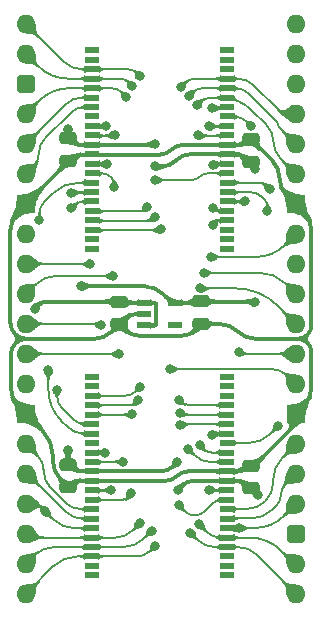
<source format=gtl>
%TF.GenerationSoftware,KiCad,Pcbnew,9.0.2*%
%TF.CreationDate,2025-06-16T10:53:43+02:00*%
%TF.ProjectId,Memory 1MB,4d656d6f-7279-4203-914d-422e6b696361,V0*%
%TF.SameCoordinates,Original*%
%TF.FileFunction,Copper,L1,Top*%
%TF.FilePolarity,Positive*%
%FSLAX46Y46*%
G04 Gerber Fmt 4.6, Leading zero omitted, Abs format (unit mm)*
G04 Created by KiCad (PCBNEW 9.0.2) date 2025-06-16 10:53:43*
%MOMM*%
%LPD*%
G01*
G04 APERTURE LIST*
G04 Aperture macros list*
%AMRoundRect*
0 Rectangle with rounded corners*
0 $1 Rounding radius*
0 $2 $3 $4 $5 $6 $7 $8 $9 X,Y pos of 4 corners*
0 Add a 4 corners polygon primitive as box body*
4,1,4,$2,$3,$4,$5,$6,$7,$8,$9,$2,$3,0*
0 Add four circle primitives for the rounded corners*
1,1,$1+$1,$2,$3*
1,1,$1+$1,$4,$5*
1,1,$1+$1,$6,$7*
1,1,$1+$1,$8,$9*
0 Add four rect primitives between the rounded corners*
20,1,$1+$1,$2,$3,$4,$5,0*
20,1,$1+$1,$4,$5,$6,$7,0*
20,1,$1+$1,$6,$7,$8,$9,0*
20,1,$1+$1,$8,$9,$2,$3,0*%
G04 Aperture macros list end*
%TA.AperFunction,SMDPad,CuDef*%
%ADD10R,1.295000X0.600000*%
%TD*%
%TA.AperFunction,ComponentPad*%
%ADD11O,1.600000X1.600000*%
%TD*%
%TA.AperFunction,ComponentPad*%
%ADD12RoundRect,0.400000X-0.400000X-0.400000X0.400000X-0.400000X0.400000X0.400000X-0.400000X0.400000X0*%
%TD*%
%TA.AperFunction,ComponentPad*%
%ADD13R,1.600000X1.600000*%
%TD*%
%TA.AperFunction,SMDPad,CuDef*%
%ADD14RoundRect,0.250000X0.475000X-0.250000X0.475000X0.250000X-0.475000X0.250000X-0.475000X-0.250000X0*%
%TD*%
%TA.AperFunction,SMDPad,CuDef*%
%ADD15R,1.150000X0.600000*%
%TD*%
%TA.AperFunction,SMDPad,CuDef*%
%ADD16RoundRect,0.250000X-0.475000X0.250000X-0.475000X-0.250000X0.475000X-0.250000X0.475000X0.250000X0*%
%TD*%
%TA.AperFunction,ViaPad*%
%ADD17C,0.800000*%
%TD*%
%TA.AperFunction,Conductor*%
%ADD18C,0.380000*%
%TD*%
%TA.AperFunction,Conductor*%
%ADD19C,0.200000*%
%TD*%
G04 APERTURE END LIST*
D10*
%TO.P,IC4,1,N.C.*%
%TO.N,unconnected-(IC4-N.C.-Pad1)*%
X5600400Y-2242600D03*
%TO.P,IC4,2,N.C.*%
%TO.N,unconnected-(IC4-N.C.-Pad2)*%
X5600400Y-3042600D03*
%TO.P,IC4,3,A0*%
%TO.N,A0*%
X5600400Y-3842600D03*
%TO.P,IC4,4,A1*%
%TO.N,A1*%
X5600400Y-4642600D03*
%TO.P,IC4,5,A2*%
%TO.N,A2*%
X5600400Y-5442600D03*
%TO.P,IC4,6,A3*%
%TO.N,A3*%
X5600400Y-6242600D03*
%TO.P,IC4,7,A4*%
%TO.N,A4*%
X5600400Y-7042600D03*
%TO.P,IC4,8,~{CE}*%
%TO.N,/~{Memory B}*%
X5600400Y-7842600D03*
%TO.P,IC4,9,D0*%
%TO.N,D0*%
X5600400Y-8642600D03*
%TO.P,IC4,10,D1*%
%TO.N,D1*%
X5600400Y-9442600D03*
%TO.P,IC4,11,3V*%
%TO.N,/3.3V*%
X5600400Y-10242600D03*
%TO.P,IC4,12,GND*%
%TO.N,GND*%
X5600400Y-11042600D03*
%TO.P,IC4,13,D2*%
%TO.N,D2*%
X5600400Y-11842600D03*
%TO.P,IC4,14,D3*%
%TO.N,D3*%
X5600400Y-12642600D03*
%TO.P,IC4,15,~{WE}*%
%TO.N,~{WD}*%
X5600400Y-13442600D03*
%TO.P,IC4,16,A5*%
%TO.N,A5*%
X5600400Y-14242600D03*
%TO.P,IC4,17,A6*%
%TO.N,A6*%
X5600400Y-15042600D03*
%TO.P,IC4,18,A7*%
%TO.N,A7*%
X5600400Y-15842600D03*
%TO.P,IC4,19,A8*%
%TO.N,A8*%
X5600400Y-16642600D03*
%TO.P,IC4,20,A9*%
%TO.N,A9*%
X5600400Y-17442600D03*
%TO.P,IC4,21,N.C.*%
%TO.N,unconnected-(IC4-N.C.-Pad21)*%
X5600400Y-18242600D03*
%TO.P,IC4,22,N.C.*%
%TO.N,unconnected-(IC4-N.C.-Pad22)*%
X5600400Y-19042600D03*
%TO.P,IC4,23,N.C.*%
%TO.N,unconnected-(IC4-N.C.-Pad23)*%
X17056400Y-19042600D03*
%TO.P,IC4,24,N.C.*%
%TO.N,unconnected-(IC4-N.C.-Pad24)*%
X17056400Y-18242600D03*
%TO.P,IC4,25,N.C.*%
%TO.N,unconnected-(IC4-N.C.-Pad25)*%
X17056400Y-17442600D03*
%TO.P,IC4,26,A10*%
%TO.N,A10*%
X17056400Y-16642600D03*
%TO.P,IC4,27,A11*%
%TO.N,A11*%
X17056400Y-15842600D03*
%TO.P,IC4,28,A12*%
%TO.N,A12*%
X17056400Y-15042600D03*
%TO.P,IC4,29,A13*%
%TO.N,A13*%
X17056400Y-14242600D03*
%TO.P,IC4,30,A14*%
%TO.N,A14*%
X17056400Y-13442600D03*
%TO.P,IC4,31,D4*%
%TO.N,D4*%
X17056400Y-12642600D03*
%TO.P,IC4,32,D5*%
%TO.N,D5*%
X17056400Y-11842600D03*
%TO.P,IC4,33,3V*%
%TO.N,/3.3V*%
X17056400Y-11042600D03*
%TO.P,IC4,34,GND*%
%TO.N,GND*%
X17056400Y-10242600D03*
%TO.P,IC4,35,D6*%
%TO.N,D6*%
X17056400Y-9442600D03*
%TO.P,IC4,36,D7*%
%TO.N,D7*%
X17056400Y-8642600D03*
%TO.P,IC4,37,~{OE}*%
%TO.N,~{RD}*%
X17056400Y-7842600D03*
%TO.P,IC4,38,A15*%
%TO.N,A15*%
X17056400Y-7042600D03*
%TO.P,IC4,39,A16*%
%TO.N,A16*%
X17056400Y-6242600D03*
%TO.P,IC4,40,A17*%
%TO.N,A17*%
X17056400Y-5442600D03*
%TO.P,IC4,41,A18*%
%TO.N,A18*%
X17056400Y-4642600D03*
%TO.P,IC4,42,N.C.*%
%TO.N,unconnected-(IC4-N.C.-Pad42)*%
X17056400Y-3842600D03*
%TO.P,IC4,43,N.C.*%
%TO.N,unconnected-(IC4-N.C.-Pad43)*%
X17056400Y-3042600D03*
%TO.P,IC4,44,N.C.*%
%TO.N,unconnected-(IC4-N.C.-Pad44)*%
X17056400Y-2242600D03*
%TD*%
D11*
%TO.P,J3,1,Pin_1*%
%TO.N,A0*%
X0Y0D03*
%TO.P,J3,2,Pin_2*%
%TO.N,A1*%
X0Y-2540000D03*
D12*
%TO.P,J3,3,Pin_3*%
%TO.N,5V*%
X0Y-5080000D03*
D11*
%TO.P,J3,4,Pin_4*%
%TO.N,A2*%
X0Y-7620000D03*
%TO.P,J3,5,Pin_5*%
%TO.N,A3*%
X0Y-10160000D03*
%TO.P,J3,6,Pin_6*%
%TO.N,A4*%
X0Y-12700000D03*
D13*
%TO.P,J3,7,Pin_7*%
%TO.N,GND*%
X0Y-15240000D03*
D11*
%TO.P,J3,8,Pin_8*%
%TO.N,~{Memory_B}*%
X0Y-17780000D03*
%TO.P,J3,9,Pin_9*%
%TO.N,D0*%
X0Y-20320000D03*
%TO.P,J3,10,Pin_10*%
%TO.N,D1*%
X0Y-22860000D03*
%TO.P,J3,11,Pin_11*%
%TO.N,D2*%
X0Y-25400000D03*
%TO.P,J3,12,Pin_12*%
%TO.N,D3*%
X0Y-27940000D03*
%TO.P,J3,13,Pin_13*%
%TO.N,~{Memory_A}*%
X0Y-30480000D03*
D13*
%TO.P,J3,14,Pin_14*%
%TO.N,GND*%
X0Y-33020000D03*
D11*
%TO.P,J3,15,Pin_15*%
%TO.N,~{WD}*%
X0Y-35560000D03*
%TO.P,J3,16,Pin_16*%
%TO.N,A5*%
X0Y-38100000D03*
%TO.P,J3,17,Pin_17*%
%TO.N,A6*%
X0Y-40640000D03*
%TO.P,J3,18,Pin_18*%
%TO.N,A7*%
X0Y-43180000D03*
%TO.P,J3,19,Pin_19*%
%TO.N,A8*%
X0Y-45720000D03*
%TO.P,J3,20,Pin_20*%
%TO.N,A9*%
X0Y-48260000D03*
%TO.P,J3,21,Pin_21*%
%TO.N,A10*%
X22860000Y-48260000D03*
%TO.P,J3,22,Pin_22*%
%TO.N,A11*%
X22860000Y-45720000D03*
D12*
%TO.P,J3,23,Pin_23*%
%TO.N,5V*%
X22860000Y-43180000D03*
D11*
%TO.P,J3,24,Pin_24*%
%TO.N,A12*%
X22860000Y-40640000D03*
%TO.P,J3,25,Pin_25*%
%TO.N,A13*%
X22860000Y-38100000D03*
%TO.P,J3,26,Pin_26*%
%TO.N,A14*%
X22860000Y-35560000D03*
D13*
%TO.P,J3,27,Pin_27*%
%TO.N,GND*%
X22860000Y-33020000D03*
D11*
%TO.P,J3,28,Pin_28*%
%TO.N,D4*%
X22860000Y-30480000D03*
%TO.P,J3,29,Pin_29*%
%TO.N,D5*%
X22860000Y-27940000D03*
%TO.P,J3,30,Pin_30*%
%TO.N,D6*%
X22860000Y-25400000D03*
%TO.P,J3,31,Pin_31*%
%TO.N,D7*%
X22860000Y-22860000D03*
%TO.P,J3,32,Pin_32*%
%TO.N,~{RD}*%
X22860000Y-20320000D03*
%TO.P,J3,33,Pin_33*%
%TO.N,A15*%
X22860000Y-17780000D03*
D13*
%TO.P,J3,34,Pin_34*%
%TO.N,GND*%
X22860000Y-15240000D03*
D11*
%TO.P,J3,35,Pin_35*%
%TO.N,A16*%
X22860000Y-12700000D03*
%TO.P,J3,36,Pin_36*%
%TO.N,A17*%
X22860000Y-10160000D03*
%TO.P,J3,37,Pin_37*%
%TO.N,A18*%
X22860000Y-7620000D03*
%TO.P,J3,38,Pin_38*%
%TO.N,unconnected-(J3-Pin_38-Pad38)*%
X22860000Y-5080000D03*
%TO.P,J3,39,Pin_39*%
%TO.N,unconnected-(J3-Pin_39-Pad39)*%
X22860000Y-2540000D03*
%TO.P,J3,40,Pin_40*%
%TO.N,unconnected-(J3-Pin_40-Pad40)*%
X22860000Y0D03*
%TD*%
D14*
%TO.P,C3,2*%
%TO.N,GND*%
X19050600Y-37408000D03*
%TO.P,C3,1*%
%TO.N,/3.3V*%
X19050600Y-39308000D03*
%TD*%
D15*
%TO.P,IC36,5,3.3VOut*%
%TO.N,/3.3V*%
X12633000Y-23611800D03*
%TO.P,IC36,4,ADJ*%
%TO.N,unconnected-(IC36-ADJ-Pad4)*%
X12633000Y-25511800D03*
%TO.P,IC36,3,EN*%
%TO.N,5V*%
X10033000Y-25511800D03*
%TO.P,IC36,2,GND*%
%TO.N,GND*%
X10033000Y-24561800D03*
%TO.P,IC36,1,6VIn*%
%TO.N,5V*%
X10033000Y-23611800D03*
%TD*%
D14*
%TO.P,C1,2*%
%TO.N,GND*%
X19050600Y-9790600D03*
%TO.P,C1,1*%
%TO.N,/3.3V*%
X19050600Y-11690600D03*
%TD*%
D16*
%TO.P,C20,2*%
%TO.N,GND*%
X3556600Y-39213000D03*
%TO.P,C20,1*%
%TO.N,/3.3V*%
X3556600Y-37313000D03*
%TD*%
%TO.P,C2,2*%
%TO.N,GND*%
X3556600Y-11595600D03*
%TO.P,C2,1*%
%TO.N,/3.3V*%
X3556600Y-9695600D03*
%TD*%
%TO.P,C41,2*%
%TO.N,GND*%
X7899400Y-25426200D03*
%TO.P,C41,1*%
%TO.N,5V*%
X7899400Y-23526200D03*
%TD*%
%TO.P,C42,2*%
%TO.N,GND*%
X14782800Y-25400800D03*
%TO.P,C42,1*%
%TO.N,/3.3V*%
X14782800Y-23500800D03*
%TD*%
D10*
%TO.P,IC7,44,N.C.*%
%TO.N,unconnected-(IC7-N.C.-Pad44)*%
X17018600Y-29896000D03*
%TO.P,IC7,43,N.C.*%
%TO.N,unconnected-(IC7-N.C.-Pad43)*%
X17018600Y-30696000D03*
%TO.P,IC7,42,N.C.*%
%TO.N,unconnected-(IC7-N.C.-Pad42)*%
X17018600Y-31496000D03*
%TO.P,IC7,41,A18*%
%TO.N,A18*%
X17018600Y-32296000D03*
%TO.P,IC7,40,A17*%
%TO.N,A17*%
X17018600Y-33096000D03*
%TO.P,IC7,39,A16*%
%TO.N,A16*%
X17018600Y-33896000D03*
%TO.P,IC7,38,A15*%
%TO.N,A15*%
X17018600Y-34696000D03*
%TO.P,IC7,37,~{OE}*%
%TO.N,~{RD}*%
X17018600Y-35496000D03*
%TO.P,IC7,36,D7*%
%TO.N,D7*%
X17018600Y-36296000D03*
%TO.P,IC7,35,D6*%
%TO.N,D6*%
X17018600Y-37096000D03*
%TO.P,IC7,34,GND*%
%TO.N,GND*%
X17018600Y-37896000D03*
%TO.P,IC7,33,3V*%
%TO.N,/3.3V*%
X17018600Y-38696000D03*
%TO.P,IC7,32,D5*%
%TO.N,D5*%
X17018600Y-39496000D03*
%TO.P,IC7,31,D4*%
%TO.N,D4*%
X17018600Y-40296000D03*
%TO.P,IC7,30,A14*%
%TO.N,A14*%
X17018600Y-41096000D03*
%TO.P,IC7,29,A13*%
%TO.N,A13*%
X17018600Y-41896000D03*
%TO.P,IC7,28,A12*%
%TO.N,A12*%
X17018600Y-42696000D03*
%TO.P,IC7,27,A11*%
%TO.N,A11*%
X17018600Y-43496000D03*
%TO.P,IC7,26,A10*%
%TO.N,A10*%
X17018600Y-44296000D03*
%TO.P,IC7,25,N.C.*%
%TO.N,unconnected-(IC7-N.C.-Pad25)*%
X17018600Y-45096000D03*
%TO.P,IC7,24,N.C.*%
%TO.N,unconnected-(IC7-N.C.-Pad24)*%
X17018600Y-45896000D03*
%TO.P,IC7,23,N.C.*%
%TO.N,unconnected-(IC7-N.C.-Pad23)*%
X17018600Y-46696000D03*
%TO.P,IC7,22,N.C.*%
%TO.N,unconnected-(IC7-N.C.-Pad22)*%
X5562600Y-46696000D03*
%TO.P,IC7,21,N.C.*%
%TO.N,unconnected-(IC7-N.C.-Pad21)*%
X5562600Y-45896000D03*
%TO.P,IC7,20,A9*%
%TO.N,A9*%
X5562600Y-45096000D03*
%TO.P,IC7,19,A8*%
%TO.N,A8*%
X5562600Y-44296000D03*
%TO.P,IC7,18,A7*%
%TO.N,A7*%
X5562600Y-43496000D03*
%TO.P,IC7,17,A6*%
%TO.N,A6*%
X5562600Y-42696000D03*
%TO.P,IC7,16,A5*%
%TO.N,A5*%
X5562600Y-41896000D03*
%TO.P,IC7,15,~{WE}*%
%TO.N,~{WD}*%
X5562600Y-41096000D03*
%TO.P,IC7,14,D3*%
%TO.N,D3*%
X5562600Y-40296000D03*
%TO.P,IC7,13,D2*%
%TO.N,D2*%
X5562600Y-39496000D03*
%TO.P,IC7,12,GND*%
%TO.N,GND*%
X5562600Y-38696000D03*
%TO.P,IC7,11,3V*%
%TO.N,/3.3V*%
X5562600Y-37896000D03*
%TO.P,IC7,10,D1*%
%TO.N,D1*%
X5562600Y-37096000D03*
%TO.P,IC7,9,D0*%
%TO.N,D0*%
X5562600Y-36296000D03*
%TO.P,IC7,8,~{CE}*%
%TO.N,/~{Memory A}*%
X5562600Y-35496000D03*
%TO.P,IC7,7,A4*%
%TO.N,A4*%
X5562600Y-34696000D03*
%TO.P,IC7,6,A3*%
%TO.N,A3*%
X5562600Y-33896000D03*
%TO.P,IC7,5,A2*%
%TO.N,A2*%
X5562600Y-33096000D03*
%TO.P,IC7,4,A1*%
%TO.N,A1*%
X5562600Y-32296000D03*
%TO.P,IC7,3,A0*%
%TO.N,A0*%
X5562600Y-31496000D03*
%TO.P,IC7,2,N.C.*%
%TO.N,unconnected-(IC7-N.C.-Pad2)*%
X5562600Y-30696000D03*
%TO.P,IC7,1,N.C.*%
%TO.N,unconnected-(IC7-N.C.-Pad1)*%
X5562600Y-29896000D03*
%TD*%
D17*
%TO.N,D0*%
X5461000Y-20320000D03*
%TO.N,A11*%
X15813768Y-15556168D03*
X14690609Y-42366000D03*
%TO.N,D2*%
X6858000Y-11868000D03*
%TO.N,A15*%
X15659386Y-19727831D03*
%TO.N,D7*%
X15050000Y-21082000D03*
%TO.N,A1*%
X9525000Y-31877000D03*
%TO.N,A10*%
X15800000Y-17018000D03*
%TO.N,A18*%
X12946502Y-31817416D03*
%TO.N,A14*%
X20634429Y-13981095D03*
%TO.N,D6*%
X14576855Y-9439855D03*
%TO.N,A7*%
X9633000Y-42291000D03*
%TO.N,A10*%
X13930634Y-43090530D03*
%TO.N,D4*%
X10922000Y-13208000D03*
%TO.N,D5*%
X15875000Y-11938000D03*
%TO.N,D7*%
X15494000Y-8668000D03*
%TO.N,A16*%
X14508267Y-6908357D03*
%TO.N,A6*%
X1651000Y-41275000D03*
%TO.N,D2*%
X7238998Y-39509000D03*
%TO.N,A15*%
X15748002Y-7112000D03*
X15748000Y-34798000D03*
%TO.N,A5*%
X3847000Y-14351000D03*
%TO.N,D7*%
X14743997Y-35700187D03*
%TO.N,D4*%
X12954000Y-40767000D03*
X12191997Y-29210006D03*
%TO.N,A2*%
X9017000Y-33046000D03*
%TO.N,A16*%
X13058258Y-33980242D03*
%TO.N,A12*%
X18542000Y-15036800D03*
%TO.N,A9*%
X11430000Y-17399000D03*
%TO.N,A12*%
X18040001Y-42678001D03*
%TO.N,D1*%
X7366000Y-21336000D03*
%TO.N,D6*%
X13734310Y-35988346D03*
%TO.N,A18*%
X13160979Y-5314934D03*
%TO.N,D6*%
X14732000Y-22400037D03*
%TO.N,D5*%
X18022000Y-27807500D03*
%TO.N,A2*%
X8468458Y-6168711D03*
%TO.N,A7*%
X10287000Y-15494000D03*
%TO.N,D5*%
X15494000Y-39497000D03*
%TO.N,A0*%
X9652000Y-4445000D03*
%TO.N,A9*%
X10922000Y-44196000D03*
%TO.N,A3*%
X2655000Y-30988000D03*
%TO.N,A8*%
X10645415Y-42903415D03*
%TO.N,A1*%
X8979805Y-5251634D03*
%TO.N,D0*%
X6811004Y-8614645D03*
%TO.N,D1*%
X8255000Y-37083997D03*
X7505000Y-9402600D03*
%TO.N,A0*%
X9664000Y-30734000D03*
%TO.N,A8*%
X10922000Y-16383000D03*
%TO.N,A4*%
X1905000Y-29337000D03*
%TO.N,A13*%
X20447000Y-15875000D03*
%TO.N,~{WD}*%
X1143000Y-16636996D03*
%TO.N,A6*%
X3847000Y-15621000D03*
%TO.N,D0*%
X6731000Y-36322000D03*
%TO.N,D2*%
X6379000Y-25526405D03*
%TO.N,/3.3V*%
X19431009Y-23580584D03*
X12896404Y-39439404D03*
X3556000Y-8890000D03*
X10922000Y-12065000D03*
%TO.N,D3*%
X8883000Y-39720119D03*
%TO.N,A17*%
X13037207Y-32930450D03*
X13843000Y-6096000D03*
%TO.N,D3*%
X7879000Y-27940000D03*
X7481000Y-13843000D03*
%TO.N,~{RD}*%
X21355000Y-34036000D03*
X19050000Y-8640600D03*
%TO.N,/3.3V*%
X3556000Y-36068000D03*
X10921999Y-10166564D03*
X19673000Y-39930398D03*
X4687000Y-22192103D03*
X12827000Y-37084000D03*
%TO.N,5V*%
X750426Y-24130000D03*
%TO.N,/3.3V*%
X19431009Y-12331000D03*
%TD*%
D18*
%TO.N,/3.3V*%
X3556300Y-36068300D02*
G75*
G02*
X3556590Y-36069024I-700J-700D01*
G01*
X18744600Y-39002000D02*
G75*
G03*
X18005850Y-38696020I-738700J-738700D01*
G01*
X10883981Y-10204582D02*
G75*
G02*
X10792197Y-10242599I-91781J91782D01*
G01*
X3830100Y-9969100D02*
G75*
G03*
X4490387Y-10242605I660300J660300D01*
G01*
X19431009Y-12201004D02*
G75*
G03*
X19339084Y-11979092I-313809J4D01*
G01*
X19339088Y-11979088D02*
G75*
G02*
X19431014Y-12201004I-221888J-221912D01*
G01*
X19398717Y-23548292D02*
G75*
G03*
X19320757Y-23516044I-77917J-78008D01*
G01*
X12641012Y-11615987D02*
G75*
G02*
X11557000Y-12065007I-1084012J1083987D01*
G01*
X11640551Y-22909551D02*
G75*
G03*
X9908477Y-22192111I-1732051J-1732049D01*
G01*
X3556600Y-36913484D02*
G75*
G03*
X3839103Y-37595497I964510J4D01*
G01*
X14165474Y-38696000D02*
G75*
G03*
X13268113Y-39067709I26J-1269100D01*
G01*
X18878553Y-11518553D02*
G75*
G03*
X17729500Y-11042598I-1149053J-1149047D01*
G01*
X13937345Y-11042600D02*
G75*
G03*
X12703187Y-11553787I-45J-1745300D01*
G01*
X3839100Y-37595500D02*
G75*
G03*
X4521115Y-37877994I682000J682000D01*
G01*
X12430000Y-37481000D02*
G75*
G02*
X11471557Y-37877982I-958400J958400D01*
G01*
%TO.N,GND*%
X24175000Y-30775154D02*
G75*
G02*
X23517499Y-32362499I-2244850J4D01*
G01*
X8323500Y-25835500D02*
G75*
G03*
X7484500Y-25835500I-419500J-419499D01*
G01*
X8323500Y-24996500D02*
G75*
G03*
X8323500Y-25835500I419500J-419500D01*
G01*
X23517500Y-15897500D02*
G75*
G02*
X24174981Y-17484845I-1587300J-1587300D01*
G01*
X23014167Y-26670000D02*
G75*
G03*
X23835010Y-26330010I33J1160800D01*
G01*
X23835000Y-27010000D02*
G75*
G03*
X23014167Y-26670014I-820800J-820800D01*
G01*
X23835000Y-26330000D02*
G75*
G03*
X23835000Y-27010000I340000J-340000D01*
G01*
X21463000Y-13023000D02*
G75*
G03*
X22042818Y-14422836I1979700J0D01*
G01*
X18605500Y-37578500D02*
G75*
G02*
X17838987Y-37895995I-766500J766500D01*
G01*
X12791466Y-38287000D02*
G75*
G02*
X11847508Y-38677994I-943966J944000D01*
G01*
X-889000Y-27051000D02*
G75*
G03*
X-1270005Y-27970815I919810J-919820D01*
G01*
X17915000Y-26043000D02*
G75*
G03*
X19428711Y-26669995I1513700J1513700D01*
G01*
X23835000Y-27010000D02*
G75*
G02*
X24174986Y-27830832I-820800J-820800D01*
G01*
X-1270000Y-30851974D02*
G75*
G03*
X-634998Y-32384999I2168030J4D01*
G01*
X20883172Y-11623172D02*
G75*
G02*
X21462987Y-13023000I-1399872J-1399828D01*
G01*
X-657499Y-15897500D02*
G75*
G03*
X-1315004Y-17484845I1587339J-1587350D01*
G01*
X22860000Y-33448542D02*
G75*
G02*
X22556955Y-34180091I-1034600J42D01*
G01*
X-889000Y-27051000D02*
G75*
G03*
X-888999Y-26288999I-381000J381001D01*
G01*
X30815Y-26670000D02*
G75*
G03*
X-889000Y-27051000I-3J-1300808D01*
G01*
X-888999Y-26288999D02*
G75*
G03*
X30815Y-26670000I919816J919814D01*
G01*
X-1315000Y-25292364D02*
G75*
G03*
X-911498Y-26266499I1377640J4D01*
G01*
X8404000Y-25916000D02*
G75*
G03*
X9611106Y-26415997I1207100J1207100D01*
G01*
X12331700Y-10655300D02*
G75*
G02*
X11335354Y-11068022I-996400J996400D01*
G01*
X4469902Y-38678000D02*
G75*
G03*
X3824099Y-38945499I-2J-913300D01*
G01*
X14389000Y-25916000D02*
G75*
G02*
X13181893Y-26415997I-1207100J1207100D01*
G01*
X2286000Y-37024550D02*
G75*
G03*
X2921300Y-38558300I2169050J0D01*
G01*
X4649222Y-11068000D02*
G75*
G03*
X3965993Y-11350993I-22J-966200D01*
G01*
X13328045Y-10242600D02*
G75*
G03*
X12331687Y-10655287I-45J-1409000D01*
G01*
X17915000Y-26043000D02*
G75*
G03*
X16401288Y-25416005I-1513700J-1513700D01*
G01*
X7277000Y-26043000D02*
G75*
G02*
X5763288Y-26669995I-1513700J1513700D01*
G01*
X13735423Y-37896000D02*
G75*
G03*
X12791466Y-38287000I-23J-1334900D01*
G01*
X1360750Y-34380750D02*
G75*
G02*
X2286000Y-36614500I-2233752J-2233751D01*
G01*
X9336262Y-24577000D02*
G75*
G03*
X8323511Y-24996511I38J-1432300D01*
G01*
X24175000Y-25509167D02*
G75*
G02*
X23835010Y-26330010I-1160800J-33D01*
G01*
X18824600Y-10016600D02*
G75*
G02*
X18278987Y-10242595I-545600J545600D01*
G01*
X657500Y-14582500D02*
X-657499Y-15897500D01*
X7484500Y-25835500D02*
X8323500Y-24996500D01*
%TO.N,5V*%
X11049000Y-25422866D02*
G75*
G02*
X11018510Y-25496510I-104100J-34D01*
G01*
X1798589Y-23516000D02*
G75*
G03*
X1057424Y-23822998I-9J-1048150D01*
G01*
X11018500Y-23657500D02*
G75*
G03*
X10944866Y-23627014I-73600J-73600D01*
G01*
X11018500Y-23657500D02*
G75*
G02*
X11048986Y-23731133I-73600J-73600D01*
G01*
X11018500Y-25496500D02*
G75*
G02*
X10944866Y-25526986I-73600J73600D01*
G01*
D19*
%TO.N,~{WD}*%
X940283Y-36500283D02*
G75*
G02*
X1524000Y-37909500I-1409225J-1409221D01*
G01*
X4372000Y-13468000D02*
G75*
G03*
X2318350Y-14318649I0J-2904300D01*
G01*
X3291878Y-40502878D02*
G75*
G03*
X4723800Y-41095998I1431922J1431928D01*
G01*
X1524000Y-37909500D02*
G75*
G03*
X2107719Y-39318713I1992920J0D01*
G01*
X1547110Y-15089889D02*
G75*
G03*
X1142993Y-16065498I975590J-975611D01*
G01*
%TO.N,~{RD}*%
X20634000Y-34757000D02*
G75*
G02*
X18893352Y-35478022I-1740700J1740700D01*
G01*
X18663700Y-8254300D02*
G75*
G03*
X17731089Y-7868004I-932600J-932600D01*
G01*
%TO.N,A15*%
X21886084Y-18753915D02*
G75*
G02*
X19534844Y-19727832I-2351244J2351245D01*
G01*
X15922124Y-34696000D02*
G75*
G03*
X15798993Y-34746993I-24J-174100D01*
G01*
%TO.N,A14*%
X20930719Y-38854119D02*
G75*
G02*
X20279358Y-40426639I-2223919J19D01*
G01*
X21738942Y-36681057D02*
G75*
G03*
X20930715Y-38632281I1951258J-1951243D01*
G01*
X20279359Y-40426640D02*
G75*
G02*
X18706838Y-41078021I-1572559J1572540D01*
G01*
X20365181Y-13711847D02*
G75*
G03*
X19715160Y-13442637I-649981J-650053D01*
G01*
%TO.N,A13*%
X20177592Y-14843592D02*
G75*
G02*
X20447005Y-15494000I-650392J-650408D01*
G01*
X20011800Y-14677800D02*
G75*
G03*
X18961134Y-14242586I-1050700J-1050700D01*
G01*
X21590000Y-39878000D02*
G75*
G02*
X21230785Y-40745206I-1226400J0D01*
G01*
X21949210Y-39010789D02*
G75*
G03*
X21589993Y-39878000I867190J-867211D01*
G01*
X20844000Y-41132000D02*
G75*
G02*
X19042996Y-41877999I-1801000J1801000D01*
G01*
%TO.N,A12*%
X21805585Y-41694414D02*
G75*
G02*
X19431000Y-42677991I-2374585J2374614D01*
G01*
X18031001Y-42687000D02*
G75*
G02*
X18009274Y-42695989I-21701J21700D01*
G01*
X18539100Y-15039700D02*
G75*
G02*
X18532098Y-15042599I-7000J7000D01*
G01*
%TO.N,A11*%
X15397055Y-43072446D02*
G75*
G03*
X16419604Y-43495998I1022545J1022546D01*
G01*
X21621000Y-44608000D02*
G75*
G03*
X18936394Y-43496002I-2684600J-2684600D01*
G01*
X15956984Y-15699384D02*
G75*
G03*
X16302738Y-15842564I345716J345784D01*
G01*
X17617595Y-43496000D02*
X16419604Y-43496000D01*
%TO.N,A10*%
X14533369Y-43693265D02*
G75*
G03*
X15988500Y-44295990I1455131J1455165D01*
G01*
X19559761Y-44959761D02*
G75*
G03*
X17957300Y-44295993I-1602461J-1602439D01*
G01*
X16440847Y-16642600D02*
G75*
G03*
X15987686Y-16830286I-47J-640800D01*
G01*
%TO.N,A9*%
X4363300Y-45096000D02*
G75*
G03*
X2315960Y-45944027I0J-2895400D01*
G01*
X10472000Y-44646000D02*
G75*
G02*
X9385603Y-45096002I-1086400J1086400D01*
G01*
X11395500Y-17433500D02*
G75*
G02*
X11312209Y-17468004I-83300J83300D01*
G01*
%TO.N,A8*%
X10779500Y-16525500D02*
G75*
G02*
X10435474Y-16667989I-344000J344000D01*
G01*
X2430920Y-44296000D02*
G75*
G03*
X712002Y-45008002I0J-2430910D01*
G01*
X9949122Y-43599707D02*
G75*
G02*
X8268123Y-44296014I-1681022J1681007D01*
G01*
%TO.N,A7*%
X9030500Y-42893500D02*
G75*
G02*
X7575936Y-43496003I-1454570J1454570D01*
G01*
X10100000Y-15681000D02*
G75*
G02*
X9648542Y-15868017I-451500J451500D01*
G01*
%TO.N,A6*%
X4791030Y-15068000D02*
G75*
G03*
X4123491Y-15344491I-30J-944000D01*
G01*
X1333500Y-40957500D02*
G75*
G03*
X566987Y-40640001I-766510J-766510D01*
G01*
X2361500Y-41985500D02*
G75*
G03*
X4076798Y-42696001I1715300J1715300D01*
G01*
%TO.N,A5*%
X3403764Y-41332103D02*
G75*
G03*
X4765130Y-41895997I1361366J1361373D01*
G01*
X3988689Y-14268000D02*
G75*
G03*
X3888503Y-14309503I11J-141700D01*
G01*
%TO.N,A4*%
X1100000Y-10901500D02*
G75*
G02*
X606085Y-12093914I-1686338J5D01*
G01*
X4930400Y-7042600D02*
G75*
G03*
X3786643Y-7516366I0J-1617500D01*
G01*
X1593914Y-9709085D02*
G75*
G03*
X1100000Y-10901500I1192416J-1192415D01*
G01*
X3539255Y-34146255D02*
G75*
G03*
X4823000Y-34677997I1283745J1283755D01*
G01*
X1905000Y-30980406D02*
G75*
G03*
X2987999Y-33595001I3697590J-4D01*
G01*
%TO.N,A3*%
X4758900Y-6242600D02*
G75*
G03*
X3322361Y-6837622I0J-2031600D01*
G01*
X3957842Y-33455592D02*
G75*
G03*
X4977625Y-33878001I1019788J1019792D01*
G01*
X2655000Y-31570375D02*
G75*
G03*
X3066800Y-32564552I1405970J-5D01*
G01*
%TO.N,A2*%
X3717054Y-5442600D02*
G75*
G03*
X1088701Y-6531301I-4J-3717040D01*
G01*
X8992000Y-33071000D02*
G75*
G02*
X8931644Y-33096018I-60400J60400D01*
G01*
X8105402Y-5805655D02*
G75*
G03*
X7228908Y-5442579I-876502J-876445D01*
G01*
%TO.N,A1*%
X8675288Y-4947117D02*
G75*
G03*
X7940118Y-4642591I-735188J-735183D01*
G01*
X1051300Y-3591300D02*
G75*
G03*
X3589362Y-4642599I2538060J2538060D01*
G01*
X9315500Y-32086500D02*
G75*
G02*
X8809722Y-32296009I-505800J505800D01*
G01*
%TO.N,A0*%
X9350800Y-4143800D02*
G75*
G03*
X8623638Y-3842584I-727200J-727200D01*
G01*
X9283000Y-31115000D02*
G75*
G02*
X8363184Y-31495994I-919800J919800D01*
G01*
X3221123Y-3221123D02*
G75*
G03*
X4721500Y-3842598I1500377J1500383D01*
G01*
%TO.N,D0*%
X6709000Y-36300000D02*
G75*
G03*
X6655887Y-36278005I-53100J-53100D01*
G01*
X6784326Y-8641322D02*
G75*
G02*
X6719921Y-8668009I-64426J64422D01*
G01*
%TO.N,D1*%
X8113001Y-37080998D02*
G75*
G03*
X8120240Y-37083980I7199J7198D01*
G01*
X2601630Y-21336000D02*
G75*
G03*
X762002Y-22098002I0J-2601620D01*
G01*
X8113001Y-37080998D02*
G75*
G03*
X8105762Y-37078016I-7201J-7202D01*
G01*
X7498881Y-9461881D02*
G75*
G02*
X7484108Y-9468003I-14781J14781D01*
G01*
X7505000Y-9447108D02*
G75*
G02*
X7498879Y-9461879I-20900J8D01*
G01*
%TO.N,D2*%
X6315797Y-25463202D02*
G75*
G03*
X6163213Y-25399995I-152597J-152598D01*
G01*
X7232498Y-39502500D02*
G75*
G03*
X7216805Y-39495998I-15698J-15700D01*
G01*
%TO.N,D3*%
X7274701Y-13053201D02*
G75*
G02*
X7481020Y-13551250I-498101J-498099D01*
G01*
X8677499Y-40090499D02*
G75*
G02*
X8181379Y-40295990I-496099J496099D01*
G01*
X8883000Y-39802559D02*
G75*
G02*
X8824720Y-39943309I-199000J-41D01*
G01*
X7185250Y-12963750D02*
G75*
G03*
X6471246Y-12667999I-714000J-713990D01*
G01*
%TO.N,D4*%
X13455469Y-41268469D02*
G75*
G03*
X14294482Y-41616025I839031J838969D01*
G01*
X15443198Y-12642600D02*
G75*
G03*
X14760701Y-12925301I2J-965200D01*
G01*
X22225003Y-29845003D02*
G75*
G03*
X20691984Y-29210011I-1533003J-1532997D01*
G01*
X14760700Y-12925300D02*
G75*
G02*
X14078201Y-13208001I-682500J682500D01*
G01*
X16577482Y-40278000D02*
G75*
G03*
X15803285Y-40598692I18J-1094900D01*
G01*
X15133494Y-41268469D02*
G75*
G02*
X14294482Y-41615999I-838994J838969D01*
G01*
%TO.N,D5*%
X16037857Y-11842600D02*
G75*
G03*
X15922733Y-11890333I43J-162800D01*
G01*
X18088250Y-27873750D02*
G75*
G03*
X18248191Y-27940003I159950J159950D01*
G01*
X15526435Y-39478000D02*
G75*
G03*
X15503490Y-39487490I-35J-32400D01*
G01*
%TO.N,D6*%
X21360018Y-23900018D02*
G75*
G03*
X17738742Y-22400034I-3621278J-3621272D01*
G01*
X14288137Y-36542173D02*
G75*
G03*
X15625193Y-37096000I1337063J1337073D01*
G01*
X14590927Y-9453927D02*
G75*
G03*
X14624901Y-9468013I33973J33927D01*
G01*
%TO.N,D7*%
X15041903Y-35998093D02*
G75*
G03*
X15761113Y-36295995I719197J719193D01*
G01*
X21971000Y-21971000D02*
G75*
G03*
X19824764Y-21082015I-2146200J-2146200D01*
G01*
%TO.N,A18*%
X21312888Y-7215888D02*
G75*
G03*
X22288500Y-7620007I975612J975588D01*
G01*
X13185794Y-32056708D02*
G75*
G03*
X13763495Y-32296001I577706J577708D01*
G01*
X14308724Y-4642600D02*
G75*
G03*
X13497143Y-4978764I-24J-1147700D01*
G01*
X19334701Y-5237701D02*
G75*
G03*
X17898000Y-4642599I-1436701J-1436699D01*
G01*
%TO.N,A17*%
X21246197Y-8292197D02*
G75*
G02*
X21336002Y-8509000I-216797J-216803D01*
G01*
X21336000Y-8509000D02*
G75*
G03*
X21425803Y-8725801I306600J0D01*
G01*
X13119982Y-33013225D02*
G75*
G03*
X13319818Y-33095990I199818J199825D01*
G01*
X14958423Y-5442600D02*
G75*
G03*
X14169693Y-5769293I-23J-1115400D01*
G01*
X18870432Y-5916432D02*
G75*
G03*
X17726500Y-5442610I-1143932J-1143968D01*
G01*
%TO.N,A16*%
X20378211Y-8586806D02*
G75*
G02*
X20954996Y-9979297I-1392511J-1392494D01*
G01*
X19088521Y-7297116D02*
G75*
G03*
X16604014Y-6267983I-2484521J-2484484D01*
G01*
X13202068Y-33896000D02*
G75*
G03*
X13100397Y-33938139I32J-143800D01*
G01*
X20955000Y-9979297D02*
G75*
G03*
X21531783Y-11371793I1969300J-3D01*
G01*
X15601424Y-6268000D02*
G75*
G03*
X14828424Y-6588157I-24J-1093200D01*
G01*
%TO.N,~{WD}*%
X1143000Y-16636996D02*
X1143000Y-16065498D01*
X4372000Y-13468000D02*
X5575000Y-13468000D01*
X2318350Y-14318649D02*
X1547110Y-15089889D01*
D18*
%TO.N,GND*%
X1360750Y-34380750D02*
X0Y-33020000D01*
X2286000Y-37024550D02*
X2286000Y-36614500D01*
X2921300Y-38558300D02*
X3556600Y-39193600D01*
D19*
%TO.N,~{WD}*%
X4723800Y-41096000D02*
X5562600Y-41096000D01*
X3291878Y-40502878D02*
X2107716Y-39318716D01*
X940283Y-36500283D02*
X0Y-35560000D01*
%TO.N,D1*%
X2601630Y-21336000D02*
X7366000Y-21336000D01*
X762000Y-22098000D02*
X0Y-22860000D01*
%TO.N,D3*%
X7481000Y-13551250D02*
X7481000Y-13843000D01*
X7274701Y-13053201D02*
X7185250Y-12963750D01*
X6471246Y-12668000D02*
X5575000Y-12668000D01*
%TO.N,A9*%
X9385603Y-45096000D02*
X5562600Y-45096000D01*
X4363300Y-45096000D02*
X5562600Y-45096000D01*
D18*
%TO.N,/3.3V*%
X19673000Y-39930398D02*
X19050600Y-39308000D01*
X18005850Y-38696000D02*
X17018600Y-38696000D01*
%TO.N,GND*%
X17056400Y-10242600D02*
X18278987Y-10242600D01*
X22042827Y-14422827D02*
X22860000Y-15240000D01*
X19276600Y-10016600D02*
X20883172Y-11623172D01*
D19*
%TO.N,A14*%
X20634429Y-13981095D02*
X20365181Y-13711847D01*
X19715160Y-13442600D02*
X17056400Y-13442600D01*
%TO.N,A0*%
X5600400Y-3842600D02*
X4721500Y-3842600D01*
X3221123Y-3221123D02*
X0Y0D01*
%TO.N,A17*%
X21425802Y-8725802D02*
X22860000Y-10160000D01*
X21246197Y-8292197D02*
X18870432Y-5916432D01*
X17056400Y-5442600D02*
X17726500Y-5442600D01*
%TO.N,A18*%
X21312888Y-7215888D02*
X19334701Y-5237701D01*
X17056400Y-4642600D02*
X17898000Y-4642600D01*
%TO.N,A17*%
X17056400Y-5442600D02*
X14958423Y-5442600D01*
X13843000Y-6096000D02*
X14169700Y-5769300D01*
%TO.N,A18*%
X14308724Y-4642600D02*
X17056400Y-4642600D01*
X13160979Y-5314934D02*
X13497146Y-4978767D01*
%TO.N,A0*%
X9652000Y-4445000D02*
X9350800Y-4143800D01*
X8623638Y-3842600D02*
X5600400Y-3842600D01*
%TO.N,A1*%
X1051300Y-3591300D02*
X0Y-2540000D01*
X5600400Y-4642600D02*
X3589362Y-4642600D01*
X5600400Y-4642600D02*
X7940118Y-4642600D01*
X8675288Y-4947117D02*
X8979805Y-5251634D01*
%TO.N,A2*%
X5600400Y-5442600D02*
X7228908Y-5442600D01*
X8105402Y-5805655D02*
X8468458Y-6168711D01*
X1088700Y-6531300D02*
X0Y-7620000D01*
X3717054Y-5442600D02*
X5600400Y-5442600D01*
%TO.N,A3*%
X3322369Y-6837630D02*
X0Y-10160000D01*
X4758900Y-6242600D02*
X5600400Y-6242600D01*
%TO.N,A4*%
X606085Y-12093914D02*
X0Y-12700000D01*
X3786638Y-7516361D02*
X1593914Y-9709085D01*
X4930400Y-7042600D02*
X5600400Y-7042600D01*
D18*
%TO.N,/3.3V*%
X3556000Y-8890000D02*
X3556000Y-9695000D01*
X5600400Y-10242600D02*
X4490387Y-10242600D01*
X10921999Y-10166564D02*
X10883981Y-10204582D01*
X5600400Y-10242600D02*
X10792197Y-10242600D01*
D19*
%TO.N,D0*%
X6784326Y-8641322D02*
X6811004Y-8614645D01*
X6719921Y-8668000D02*
X5575000Y-8668000D01*
%TO.N,D1*%
X7484108Y-9468000D02*
X5575000Y-9468000D01*
X7505000Y-9402600D02*
X7505000Y-9447108D01*
D18*
%TO.N,GND*%
X11335354Y-11068000D02*
X4649222Y-11068000D01*
X17056400Y-10242600D02*
X13328045Y-10242600D01*
%TO.N,/3.3V*%
X17056400Y-11042600D02*
X17729500Y-11042600D01*
X17056400Y-11042600D02*
X13937345Y-11042600D01*
X12641012Y-11615987D02*
X12703200Y-11553800D01*
X10922000Y-12065000D02*
X11557000Y-12065000D01*
D19*
%TO.N,D5*%
X15875000Y-11938000D02*
X15922700Y-11890300D01*
X16037857Y-11842600D02*
X17056400Y-11842600D01*
%TO.N,D4*%
X10922000Y-13208000D02*
X14078201Y-13208000D01*
X15443198Y-12642600D02*
X17056400Y-12642600D01*
%TO.N,A13*%
X20177592Y-14843592D02*
X20011800Y-14677800D01*
X18961134Y-14242600D02*
X17056400Y-14242600D01*
X20447000Y-15494000D02*
X20447000Y-15875000D01*
D18*
%TO.N,/3.3V*%
X19431009Y-12331000D02*
X19431009Y-12201004D01*
D19*
%TO.N,A12*%
X18532098Y-15042600D02*
X17056400Y-15042600D01*
X18542000Y-15036800D02*
X18539100Y-15039700D01*
%TO.N,A11*%
X15813768Y-15556168D02*
X15956984Y-15699384D01*
X16302738Y-15842600D02*
X17056400Y-15842600D01*
%TO.N,A10*%
X15800000Y-17018000D02*
X15987700Y-16830300D01*
X16440847Y-16642600D02*
X17056400Y-16642600D01*
%TO.N,A18*%
X12946502Y-31817416D02*
X13185794Y-32056708D01*
X13763495Y-32296000D02*
X17018600Y-32296000D01*
%TO.N,A17*%
X13037207Y-32930450D02*
X13119982Y-33013225D01*
X13319818Y-33096000D02*
X17018600Y-33096000D01*
%TO.N,A16*%
X13058258Y-33980242D02*
X13100379Y-33938121D01*
X13202068Y-33896000D02*
X17018600Y-33896000D01*
%TO.N,A15*%
X15748000Y-34798000D02*
X15799000Y-34747000D01*
X15922124Y-34696000D02*
X17018600Y-34696000D01*
%TO.N,D7*%
X14743997Y-35700187D02*
X15041903Y-35998093D01*
X15761113Y-36296000D02*
X17013000Y-36296000D01*
%TO.N,D6*%
X14288137Y-36542173D02*
X13734310Y-35988346D01*
X15625193Y-37096000D02*
X17018600Y-37096000D01*
D18*
%TO.N,GND*%
X17018600Y-37896000D02*
X13735423Y-37896000D01*
X17838987Y-37896000D02*
X17018600Y-37896000D01*
%TO.N,/3.3V*%
X14165474Y-38696000D02*
X17013000Y-38696000D01*
X12896404Y-39439404D02*
X13268106Y-39067702D01*
D19*
%TO.N,A10*%
X14533369Y-43693265D02*
X13930634Y-43090530D01*
%TO.N,A11*%
X15397055Y-43072446D02*
X14690609Y-42366000D01*
%TO.N,D4*%
X13455469Y-41268469D02*
X12954000Y-40767000D01*
X15803278Y-40598685D02*
X15133494Y-41268469D01*
%TO.N,A10*%
X15988500Y-44296000D02*
X17018600Y-44296000D01*
%TO.N,A12*%
X19431000Y-42678000D02*
X18040001Y-42678001D01*
X21805585Y-41694414D02*
X22860000Y-40640000D01*
X18009274Y-42696000D02*
X17018600Y-42696000D01*
X18031001Y-42687000D02*
X18040001Y-42678001D01*
%TO.N,A11*%
X17617595Y-43496000D02*
X18936394Y-43496000D01*
X21621000Y-44608000D02*
X22733000Y-45720000D01*
%TO.N,A10*%
X17957300Y-44296000D02*
X17018600Y-44296000D01*
X19559761Y-44959761D02*
X22860000Y-48260000D01*
%TO.N,A2*%
X9017000Y-33046000D02*
X8992000Y-33071000D01*
X8931644Y-33096000D02*
X5562600Y-33096000D01*
%TO.N,A1*%
X9525000Y-31877000D02*
X9315500Y-32086500D01*
X8809722Y-32296000D02*
X5562600Y-32296000D01*
%TO.N,A0*%
X9664000Y-30734000D02*
X9283000Y-31115000D01*
X8363184Y-31496000D02*
X5562600Y-31496000D01*
%TO.N,D3*%
X7879000Y-27940000D02*
X0Y-27940000D01*
D18*
%TO.N,/3.3V*%
X3556000Y-36068000D02*
X3556300Y-36068300D01*
X3556600Y-36069024D02*
X3556600Y-36913484D01*
X12827000Y-37084000D02*
X12430000Y-37481000D01*
X4521115Y-37878000D02*
X11471557Y-37878000D01*
%TO.N,GND*%
X11847508Y-38678000D02*
X4469902Y-38678000D01*
D19*
%TO.N,D2*%
X7216805Y-39496000D02*
X5562600Y-39496000D01*
X7232498Y-39502500D02*
X7238998Y-39509000D01*
%TO.N,D3*%
X8883000Y-39802559D02*
X8883000Y-39720119D01*
X8677499Y-40090499D02*
X8824705Y-39943294D01*
X8181379Y-40296000D02*
X5562600Y-40296000D01*
%TO.N,A5*%
X3403764Y-41332103D02*
X171661Y-38100000D01*
X4765130Y-41896000D02*
X5562600Y-41896000D01*
%TO.N,A6*%
X1651000Y-41275000D02*
X2361500Y-41985500D01*
X4076798Y-42696000D02*
X5562600Y-42696000D01*
%TO.N,A7*%
X9030500Y-42893500D02*
X9633000Y-42291000D01*
X5562600Y-43496000D02*
X7575936Y-43496000D01*
X5562600Y-43496000D02*
X316000Y-43496000D01*
%TO.N,A8*%
X2430920Y-44296000D02*
X5562600Y-44296000D01*
X8268123Y-44296000D02*
X5562600Y-44296000D01*
X9949122Y-43599707D02*
X10645415Y-42903415D01*
X712000Y-45008000D02*
X0Y-45720000D01*
%TO.N,A9*%
X10472000Y-44646000D02*
X10922000Y-44196000D01*
X2315966Y-45944033D02*
X0Y-48260000D01*
%TO.N,A7*%
X10287000Y-15494000D02*
X10100000Y-15681000D01*
X9648542Y-15868000D02*
X5575000Y-15868000D01*
%TO.N,D0*%
X5461000Y-20320000D02*
X0Y-20320000D01*
%TO.N,A6*%
X4123500Y-15344500D02*
X3847000Y-15621000D01*
%TO.N,A5*%
X3847000Y-14351000D02*
X3888500Y-14309500D01*
X3988689Y-14268000D02*
X5575000Y-14268000D01*
%TO.N,A6*%
X4791030Y-15068000D02*
X5575000Y-15068000D01*
%TO.N,D5*%
X18248191Y-27940000D02*
X22860000Y-27940000D01*
X18022000Y-27807500D02*
X18088250Y-27873750D01*
%TO.N,D2*%
X6858000Y-11868000D02*
X5575000Y-11868000D01*
%TO.N,D1*%
X8120240Y-37083997D02*
X8255000Y-37083997D01*
X8105762Y-37078000D02*
X5575000Y-37078000D01*
%TO.N,D0*%
X6709000Y-36300000D02*
X6731000Y-36322000D01*
X6655887Y-36278000D02*
X5575000Y-36278000D01*
%TO.N,A16*%
X21531788Y-11371788D02*
X22860000Y-12700000D01*
X20378211Y-8586806D02*
X19088521Y-7297116D01*
X16604014Y-6268000D02*
X15601424Y-6268000D01*
X14508267Y-6908357D02*
X14828445Y-6588178D01*
%TO.N,~{RD}*%
X18663700Y-8254300D02*
X19050000Y-8640600D01*
X17731089Y-7868000D02*
X17031000Y-7868000D01*
D18*
%TO.N,/3.3V*%
X19320757Y-23516000D02*
X14889000Y-23516000D01*
%TO.N,GND*%
X24175000Y-30775154D02*
X24175000Y-27830832D01*
X14889000Y-25416000D02*
X16401288Y-25416000D01*
%TO.N,/3.3V*%
X4687000Y-22192103D02*
X9908477Y-22192103D01*
%TO.N,GND*%
X23517500Y-15897500D02*
X22860000Y-15240000D01*
X657500Y-14582500D02*
X3606000Y-11634000D01*
X23517500Y-32362500D02*
X22860000Y-33020000D01*
%TO.N,/3.3V*%
X12633000Y-23627000D02*
X14778000Y-23627000D01*
X11640551Y-22909551D02*
X12358000Y-23627000D01*
X19398717Y-23548292D02*
X19431009Y-23580584D01*
%TO.N,GND*%
X24175000Y-17484845D02*
X24175000Y-25509167D01*
X-1315000Y-17484845D02*
X-1315000Y-25292364D01*
D19*
%TO.N,D7*%
X15494000Y-8668000D02*
X17031000Y-8668000D01*
%TO.N,A15*%
X19534844Y-19727831D02*
X15659386Y-19727831D01*
%TO.N,D7*%
X19824764Y-21082000D02*
X15050000Y-21082000D01*
%TO.N,A15*%
X15748002Y-7112000D02*
X16987000Y-7112000D01*
%TO.N,D2*%
X6315797Y-25463202D02*
X6379000Y-25526405D01*
X6163213Y-25400000D02*
X0Y-25400000D01*
%TO.N,D7*%
X21971000Y-21971000D02*
X22860000Y-22860000D01*
%TO.N,A15*%
X21886084Y-18753915D02*
X22860000Y-17780000D01*
%TO.N,D4*%
X22225003Y-29845003D02*
X22860000Y-30480000D01*
X20691984Y-29210006D02*
X12191997Y-29210006D01*
%TO.N,D6*%
X14590927Y-9453927D02*
X14576855Y-9439855D01*
X14624901Y-9468000D02*
X17031000Y-9468000D01*
X21360018Y-23900018D02*
X22860000Y-25400000D01*
X17738742Y-22400037D02*
X14732000Y-22400037D01*
%TO.N,D5*%
X15526435Y-39478000D02*
X17031000Y-39478000D01*
X15494000Y-39497000D02*
X15503500Y-39487500D01*
%TO.N,A4*%
X3539255Y-34146255D02*
X2988000Y-33595000D01*
%TO.N,A9*%
X11312209Y-17468000D02*
X5575000Y-17468000D01*
%TO.N,A3*%
X3957842Y-33455592D02*
X3066801Y-32564551D01*
%TO.N,A9*%
X11430000Y-17399000D02*
X11395500Y-17433500D01*
%TO.N,A13*%
X19042996Y-41878000D02*
X17031000Y-41878000D01*
%TO.N,A4*%
X4823000Y-34678000D02*
X5575000Y-34678000D01*
X1905000Y-30980406D02*
X1905000Y-29337000D01*
%TO.N,A3*%
X4977625Y-33878000D02*
X5575000Y-33878000D01*
X2655000Y-30988000D02*
X2655000Y-31570375D01*
%TO.N,~{RD}*%
X18893352Y-35478000D02*
X17031000Y-35478000D01*
X21355000Y-34036000D02*
X20634000Y-34757000D01*
D18*
%TO.N,5V*%
X1057426Y-23823000D02*
X750426Y-24130000D01*
X10944866Y-23627000D02*
X10033000Y-23627000D01*
X11049000Y-25422866D02*
X11049000Y-23731133D01*
D19*
%TO.N,A14*%
X21738942Y-36681057D02*
X22860000Y-35560000D01*
X18706838Y-41078000D02*
X17031000Y-41078000D01*
%TO.N,A6*%
X1651000Y-41275000D02*
X1333500Y-40957500D01*
%TO.N,A14*%
X20930719Y-38854119D02*
X20930719Y-38632281D01*
%TO.N,A8*%
X10779500Y-16525500D02*
X10922000Y-16383000D01*
%TO.N,A13*%
X21230789Y-40745210D02*
X20844000Y-41132000D01*
X21949210Y-39010789D02*
X22860000Y-38100000D01*
%TO.N,A8*%
X10435474Y-16668000D02*
X5575000Y-16668000D01*
D18*
%TO.N,5V*%
X1798589Y-23516000D02*
X7904000Y-23516000D01*
%TO.N,GND*%
X9611106Y-26416000D02*
X13181893Y-26416000D01*
X8323500Y-25835500D02*
X8404000Y-25916000D01*
X7484500Y-25835500D02*
X7277000Y-26043000D01*
X22556974Y-34180110D02*
X19476085Y-37261000D01*
X14889000Y-25416000D02*
X14389000Y-25916000D01*
X-888999Y-26288999D02*
X-911499Y-26266500D01*
X-634999Y-32385000D02*
X0Y-33020000D01*
X9336262Y-24577000D02*
X10033000Y-24577000D01*
X23014167Y-26670000D02*
X19428711Y-26670000D01*
X-1270000Y-27970815D02*
X-1270000Y-30851974D01*
%TO.N,5V*%
X10944866Y-25527000D02*
X10033000Y-25527000D01*
%TO.N,GND*%
X30815Y-26670000D02*
X5763288Y-26670000D01*
%TO.N,5V*%
X10033000Y-23627000D02*
X8015000Y-23627000D01*
%TD*%
%TA.AperFunction,Conductor*%
%TO.N,/3.3V*%
G36*
X18044535Y-38511154D02*
G01*
X18346601Y-38607148D01*
X18346608Y-38607154D01*
X18346610Y-38607151D01*
X18750513Y-38735868D01*
X19006563Y-38793474D01*
X19175242Y-38806878D01*
X19183218Y-38810949D01*
X19185978Y-38819468D01*
X19185595Y-38821649D01*
X19053502Y-39301107D01*
X19048001Y-39308172D01*
X19044577Y-39309460D01*
X18344010Y-39453399D01*
X18335216Y-39451707D01*
X18330194Y-39444293D01*
X18330332Y-39438992D01*
X18332381Y-39431116D01*
X18344060Y-39358095D01*
X18344060Y-39358093D01*
X18344061Y-39358088D01*
X18344749Y-39289414D01*
X18334365Y-39219311D01*
X18313956Y-39154972D01*
X18280733Y-39089209D01*
X18239202Y-39031636D01*
X18233588Y-39025914D01*
X18186561Y-38977976D01*
X18186556Y-38977972D01*
X18186554Y-38977970D01*
X18130094Y-38935355D01*
X18029618Y-38889522D01*
X18023514Y-38882972D01*
X18022777Y-38878664D01*
X18023860Y-38819468D01*
X18029297Y-38522090D01*
X18032874Y-38513882D01*
X18041209Y-38510607D01*
X18044535Y-38511154D01*
G37*
%TD.AperFunction*%
%TD*%
%TA.AperFunction,Conductor*%
%TO.N,/3.3V*%
G36*
X4272749Y-9510324D02*
G01*
X4278169Y-9517452D01*
X4278372Y-9522491D01*
X4273878Y-9547609D01*
X4273876Y-9547625D01*
X4269006Y-9621169D01*
X4269006Y-9621183D01*
X4274661Y-9689275D01*
X4291420Y-9757534D01*
X4317571Y-9819024D01*
X4356456Y-9880452D01*
X4402760Y-9932888D01*
X4402768Y-9932896D01*
X4459479Y-9980129D01*
X4459484Y-9980132D01*
X4518884Y-10016044D01*
X4518892Y-10016048D01*
X4518894Y-10016049D01*
X4620729Y-10049936D01*
X4627494Y-10055798D01*
X4628732Y-10061036D01*
X4628732Y-10418276D01*
X4625305Y-10426549D01*
X4617032Y-10429976D01*
X4614696Y-10429740D01*
X4440552Y-10394256D01*
X4439965Y-10394121D01*
X4218857Y-10337077D01*
X3911399Y-10259002D01*
X3911391Y-10259000D01*
X3911385Y-10258999D01*
X3714997Y-10222283D01*
X3631390Y-10206653D01*
X3631384Y-10206652D01*
X3449508Y-10196389D01*
X3441441Y-10192502D01*
X3438486Y-10184049D01*
X3438788Y-10181986D01*
X3553967Y-9702398D01*
X3559231Y-9695156D01*
X3562357Y-9693820D01*
X4263877Y-9509117D01*
X4272749Y-9510324D01*
G37*
%TD.AperFunction*%
%TD*%
%TA.AperFunction,Conductor*%
%TO.N,/3.3V*%
G36*
X18033486Y-10882843D02*
G01*
X18241898Y-10957160D01*
X18241952Y-10957209D01*
X18241962Y-10957183D01*
X18431000Y-11025866D01*
X18755111Y-11128454D01*
X18904546Y-11159706D01*
X19001328Y-11179947D01*
X19001330Y-11179947D01*
X19001339Y-11179949D01*
X19173217Y-11189776D01*
X19181281Y-11193670D01*
X19184230Y-11202125D01*
X19183839Y-11204528D01*
X19053465Y-11683849D01*
X19047987Y-11690932D01*
X19044583Y-11692228D01*
X18342361Y-11839909D01*
X18333560Y-11838258D01*
X18328503Y-11830867D01*
X18328346Y-11826984D01*
X18336217Y-11765043D01*
X18334294Y-11697666D01*
X18334294Y-11697660D01*
X18320727Y-11626564D01*
X18296799Y-11560392D01*
X18258154Y-11489890D01*
X18210603Y-11427067D01*
X18210544Y-11427008D01*
X18149046Y-11365451D01*
X18149041Y-11365447D01*
X18083662Y-11315296D01*
X18081538Y-11314226D01*
X17968397Y-11257270D01*
X17962548Y-11250490D01*
X17962102Y-11244993D01*
X18018005Y-10892033D01*
X18022684Y-10884399D01*
X18031391Y-10882309D01*
X18033486Y-10882843D01*
G37*
%TD.AperFunction*%
%TD*%
%TA.AperFunction,Conductor*%
%TO.N,/3.3V*%
G36*
X4272636Y-37138170D02*
G01*
X4277959Y-37145372D01*
X4278089Y-37150432D01*
X4273885Y-37172016D01*
X4273882Y-37172037D01*
X4267613Y-37245765D01*
X4271979Y-37314276D01*
X4287455Y-37383232D01*
X4287459Y-37383246D01*
X4312468Y-37445645D01*
X4350209Y-37508274D01*
X4350214Y-37508280D01*
X4350217Y-37508284D01*
X4395560Y-37562079D01*
X4451382Y-37610887D01*
X4451383Y-37610887D01*
X4451386Y-37610890D01*
X4484593Y-37632108D01*
X4510156Y-37648442D01*
X4510158Y-37648442D01*
X4510160Y-37648444D01*
X4611815Y-37685208D01*
X4618429Y-37691244D01*
X4619535Y-37696210D01*
X4619535Y-38053356D01*
X4616108Y-38061629D01*
X4607835Y-38065056D01*
X4605252Y-38064767D01*
X4439805Y-38027319D01*
X4439270Y-38027185D01*
X4228442Y-37968886D01*
X3899584Y-37880033D01*
X3624399Y-37825507D01*
X3584722Y-37822940D01*
X3445058Y-37813904D01*
X3437023Y-37809950D01*
X3434137Y-37801473D01*
X3434458Y-37799411D01*
X3553900Y-37319825D01*
X3559223Y-37312628D01*
X3562424Y-37311302D01*
X4263782Y-37136842D01*
X4272636Y-37138170D01*
G37*
%TD.AperFunction*%
%TD*%
%TA.AperFunction,Conductor*%
%TO.N,GND*%
G36*
X23878271Y-31459953D02*
G01*
X24208592Y-31596777D01*
X24214924Y-31603109D01*
X24214924Y-31612063D01*
X24214300Y-31613344D01*
X24195691Y-31646256D01*
X24195681Y-31646276D01*
X24003502Y-32030465D01*
X24003502Y-32030466D01*
X23843698Y-32423938D01*
X23734986Y-32773795D01*
X23734984Y-32773801D01*
X23676214Y-33065367D01*
X23676213Y-33065371D01*
X23661057Y-33284357D01*
X23657067Y-33292374D01*
X23648577Y-33295221D01*
X23645537Y-33294598D01*
X22864206Y-33022520D01*
X22857520Y-33016563D01*
X22857511Y-33016544D01*
X22572398Y-32423938D01*
X22481964Y-32235973D01*
X22481466Y-32227033D01*
X22487435Y-32220358D01*
X22491987Y-32219213D01*
X22555553Y-32216389D01*
X22587077Y-32214990D01*
X22587079Y-32214989D01*
X22587095Y-32214989D01*
X22713596Y-32198070D01*
X22838988Y-32170261D01*
X22856066Y-32164993D01*
X22972844Y-32128980D01*
X22972852Y-32128977D01*
X22972862Y-32128974D01*
X23103042Y-32077527D01*
X23235578Y-32013485D01*
X23361093Y-31941285D01*
X23479369Y-31861683D01*
X23587427Y-31777177D01*
X23759597Y-31608736D01*
X23864317Y-31463906D01*
X23871939Y-31459211D01*
X23878271Y-31459953D01*
G37*
%TD.AperFunction*%
%TD*%
%TA.AperFunction,Conductor*%
%TO.N,GND*%
G36*
X23653873Y-14966105D02*
G01*
X23659830Y-14972791D01*
X23660476Y-14976289D01*
X23663276Y-15069891D01*
X23680644Y-15224905D01*
X23680644Y-15224909D01*
X23711071Y-15386310D01*
X23711072Y-15386317D01*
X23762948Y-15587926D01*
X23827729Y-15790596D01*
X23918329Y-16030743D01*
X24016297Y-16257401D01*
X24121853Y-16475148D01*
X24121872Y-16475185D01*
X24214751Y-16646765D01*
X24215676Y-16655672D01*
X24210032Y-16662624D01*
X24208939Y-16663144D01*
X23878680Y-16799937D01*
X23869725Y-16799937D01*
X23864507Y-16795676D01*
X23801197Y-16701920D01*
X23725522Y-16613275D01*
X23636032Y-16525255D01*
X23576496Y-16475148D01*
X23533863Y-16439267D01*
X23420805Y-16357313D01*
X23420798Y-16357309D01*
X23420794Y-16357306D01*
X23179883Y-16218090D01*
X23179880Y-16218088D01*
X23057004Y-16167965D01*
X22934131Y-16117844D01*
X22934122Y-16117841D01*
X22696764Y-16059012D01*
X22696756Y-16059010D01*
X22637440Y-16053941D01*
X22491203Y-16041444D01*
X22483251Y-16037325D01*
X22480541Y-16028790D01*
X22481654Y-16024718D01*
X22857511Y-15243455D01*
X22864184Y-15237486D01*
X23644935Y-14965590D01*
X23653873Y-14966105D01*
G37*
%TD.AperFunction*%
%TD*%
%TA.AperFunction,Conductor*%
%TO.N,GND*%
G36*
X18339470Y-37171828D02*
G01*
X19045132Y-37405837D01*
X19051906Y-37411693D01*
X19052925Y-37414663D01*
X19147803Y-37892416D01*
X19146053Y-37901198D01*
X19138606Y-37906171D01*
X19135097Y-37906330D01*
X19006890Y-37892781D01*
X19006885Y-37892781D01*
X18853407Y-37893422D01*
X18819810Y-37896285D01*
X18694364Y-37906976D01*
X18694358Y-37906976D01*
X18694356Y-37906977D01*
X18649303Y-37913571D01*
X18533623Y-37930505D01*
X18222711Y-37995698D01*
X18222693Y-37995702D01*
X17951811Y-38065450D01*
X17951769Y-38065462D01*
X17933152Y-38070408D01*
X17891393Y-38081501D01*
X17882517Y-38080313D01*
X17877081Y-38073197D01*
X17876691Y-38070408D01*
X17873693Y-37906976D01*
X17870156Y-37714145D01*
X17873431Y-37705812D01*
X17878338Y-37702772D01*
X17913490Y-37691703D01*
X18056732Y-37619619D01*
X18178329Y-37521246D01*
X18264112Y-37410593D01*
X18313064Y-37292703D01*
X18324147Y-37181770D01*
X18328379Y-37173879D01*
X18336952Y-37171292D01*
X18339470Y-37171828D01*
G37*
%TD.AperFunction*%
%TD*%
%TA.AperFunction,Conductor*%
%TO.N,GND*%
G36*
X-981410Y-31473057D02*
G01*
X-977443Y-31476824D01*
X-941922Y-31531631D01*
X-920181Y-31565179D01*
X-917724Y-31568969D01*
X-845962Y-31655526D01*
X-760619Y-31741289D01*
X-662058Y-31825521D01*
X-552518Y-31905742D01*
X-316077Y-32042955D01*
X-71911Y-32142356D01*
X162726Y-32200113D01*
X166280Y-32200988D01*
X289017Y-32211358D01*
X374257Y-32218561D01*
X382211Y-32222672D01*
X384929Y-32231204D01*
X383785Y-32235352D01*
X2389Y-33016600D01*
X-4319Y-33022530D01*
X-4330Y-33022534D01*
X-4339Y-33022537D01*
X-784800Y-33289465D01*
X-793737Y-33288900D01*
X-799656Y-33282181D01*
X-800284Y-33278603D01*
X-801599Y-33204524D01*
X-801599Y-33204507D01*
X-816202Y-33050901D01*
X-816206Y-33050872D01*
X-843968Y-32889690D01*
X-893194Y-32685346D01*
X-955707Y-32478630D01*
X-1045214Y-32229131D01*
X-1045219Y-32229117D01*
X-1142651Y-31992545D01*
X-1249317Y-31761671D01*
X-1342469Y-31580939D01*
X-1343213Y-31572015D01*
X-1337429Y-31565179D01*
X-1335101Y-31564279D01*
X-990288Y-31471888D01*
X-981410Y-31473057D01*
G37*
%TD.AperFunction*%
%TD*%
%TA.AperFunction,Conductor*%
%TO.N,GND*%
G36*
X-785539Y-14965377D02*
G01*
X-4205Y-15237479D01*
X2478Y-15243434D01*
X119284Y-15486230D01*
X378011Y-16024026D01*
X378510Y-16032967D01*
X372540Y-16039641D01*
X367988Y-16040786D01*
X272801Y-16045017D01*
X272794Y-16045017D01*
X146274Y-16061943D01*
X20876Y-16089756D01*
X20863Y-16089760D01*
X-112996Y-16131045D01*
X-113019Y-16131053D01*
X-243188Y-16182498D01*
X-243193Y-16182500D01*
X-243202Y-16182504D01*
X-329045Y-16223984D01*
X-375744Y-16246549D01*
X-445558Y-16286709D01*
X-501254Y-16318748D01*
X-560389Y-16358547D01*
X-619520Y-16398342D01*
X-727575Y-16482846D01*
X-727584Y-16482854D01*
X-861552Y-16613923D01*
X-899734Y-16651279D01*
X-908376Y-16663232D01*
X-1004445Y-16796101D01*
X-1012069Y-16800798D01*
X-1018403Y-16800055D01*
X-1348719Y-16663232D01*
X-1355051Y-16656900D01*
X-1355051Y-16647946D01*
X-1354427Y-16646664D01*
X-1335914Y-16613923D01*
X-1143674Y-16229658D01*
X-983820Y-15836143D01*
X-875054Y-15486231D01*
X-875052Y-15486224D01*
X-816244Y-15194627D01*
X-801059Y-14975618D01*
X-797068Y-14967601D01*
X-788578Y-14964755D01*
X-785539Y-14965377D01*
G37*
%TD.AperFunction*%
%TD*%
%TA.AperFunction,Conductor*%
%TO.N,GND*%
G36*
X22867236Y-33029309D02*
G01*
X22868650Y-33031020D01*
X23237238Y-33575144D01*
X23390879Y-33801955D01*
X23391444Y-33802788D01*
X23393246Y-33811560D01*
X23388319Y-33819037D01*
X23382341Y-33821035D01*
X23374386Y-33821432D01*
X23374380Y-33821433D01*
X23301817Y-33836003D01*
X23225297Y-33864741D01*
X23225287Y-33864745D01*
X23120835Y-33920662D01*
X23013885Y-33993350D01*
X22866007Y-34113916D01*
X22724636Y-34247032D01*
X22557028Y-34424885D01*
X22556988Y-34424930D01*
X22436827Y-34567430D01*
X22428874Y-34571546D01*
X22420341Y-34568832D01*
X22419610Y-34568161D01*
X22167002Y-34315553D01*
X22163575Y-34307280D01*
X22165829Y-34300377D01*
X22174260Y-34288844D01*
X22241125Y-34160710D01*
X22274244Y-34040466D01*
X22272414Y-33949448D01*
X22241218Y-33883660D01*
X22241217Y-33883659D01*
X22213377Y-33858182D01*
X22213376Y-33858181D01*
X22176082Y-33838475D01*
X22124552Y-33824811D01*
X22124550Y-33824810D01*
X22124547Y-33824810D01*
X22097916Y-33822825D01*
X22085447Y-33821896D01*
X22077452Y-33817863D01*
X22074649Y-33809358D01*
X22078043Y-33801956D01*
X22850691Y-33029308D01*
X22858963Y-33025882D01*
X22867236Y-33029309D01*
G37*
%TD.AperFunction*%
%TD*%
%TA.AperFunction,Conductor*%
%TO.N,GND*%
G36*
X8616475Y-25396377D02*
G01*
X8620276Y-25404485D01*
X8619821Y-25408293D01*
X8602672Y-25467120D01*
X8596924Y-25534608D01*
X8602694Y-25601439D01*
X8602695Y-25601442D01*
X8622878Y-25680702D01*
X8622884Y-25680720D01*
X8654798Y-25756619D01*
X8654800Y-25756622D01*
X8706681Y-25844615D01*
X8706687Y-25844623D01*
X8766711Y-25922778D01*
X8833287Y-25992326D01*
X8888812Y-26038764D01*
X8892960Y-26046700D01*
X8891731Y-26053051D01*
X8729566Y-26371321D01*
X8722757Y-26377136D01*
X8713829Y-26376434D01*
X8712419Y-26375585D01*
X8562260Y-26270182D01*
X8562257Y-26270180D01*
X8562254Y-26270178D01*
X8484805Y-26223156D01*
X8298926Y-26110300D01*
X8298913Y-26110293D01*
X8067339Y-26002059D01*
X8067336Y-26002058D01*
X8067334Y-26002057D01*
X7994861Y-25980113D01*
X7873076Y-25943237D01*
X7873065Y-25943235D01*
X7727739Y-25927791D01*
X7719874Y-25923510D01*
X7717341Y-25914921D01*
X7718006Y-25912086D01*
X7743045Y-25844623D01*
X7895813Y-25433009D01*
X7901904Y-25426446D01*
X7906245Y-25425393D01*
X8608055Y-25393331D01*
X8616475Y-25396377D01*
G37*
%TD.AperFunction*%
%TD*%
%TA.AperFunction,Conductor*%
%TO.N,GND*%
G36*
X4629391Y-38492511D02*
G01*
X4634350Y-38499967D01*
X4634570Y-38502225D01*
X4634570Y-38858893D01*
X4631143Y-38867166D01*
X4625743Y-38870235D01*
X4562727Y-38886196D01*
X4449680Y-38948036D01*
X4358335Y-39037797D01*
X4358333Y-39037800D01*
X4297763Y-39146161D01*
X4270898Y-39270234D01*
X4270898Y-39270237D01*
X4271167Y-39338152D01*
X4271167Y-39338160D01*
X4279078Y-39393476D01*
X4276857Y-39402151D01*
X4269152Y-39406714D01*
X4264416Y-39406419D01*
X4248775Y-39402151D01*
X3562320Y-39214833D01*
X3555242Y-39209350D01*
X3554010Y-39206216D01*
X3441665Y-38726743D01*
X3443114Y-38717909D01*
X3450387Y-38712686D01*
X3452541Y-38712389D01*
X3614404Y-38705374D01*
X3808450Y-38675151D01*
X4211747Y-38580835D01*
X4397468Y-38534653D01*
X4398007Y-38534533D01*
X4620613Y-38490745D01*
X4629391Y-38492511D01*
G37*
%TD.AperFunction*%
%TD*%
%TA.AperFunction,Conductor*%
%TO.N,GND*%
G36*
X4692675Y-10882918D02*
G01*
X4697980Y-10890132D01*
X4698319Y-10892929D01*
X4698319Y-11249280D01*
X4694892Y-11257553D01*
X4689965Y-11260491D01*
X4638632Y-11275808D01*
X4638627Y-11275810D01*
X4509022Y-11345076D01*
X4400776Y-11441925D01*
X4325574Y-11554124D01*
X4325572Y-11554129D01*
X4285385Y-11677106D01*
X4285383Y-11677115D01*
X4282029Y-11795903D01*
X4278370Y-11804076D01*
X4270004Y-11807268D01*
X4267004Y-11806789D01*
X4230334Y-11795903D01*
X3562214Y-11597563D01*
X3555260Y-11591925D01*
X3554120Y-11588865D01*
X3449013Y-11110474D01*
X3450584Y-11101660D01*
X3457929Y-11096538D01*
X3460957Y-11096277D01*
X3521676Y-11098980D01*
X3558435Y-11100618D01*
X3558442Y-11100618D01*
X3558448Y-11100618D01*
X3678460Y-11095226D01*
X3931840Y-11060308D01*
X3931839Y-11060308D01*
X3931855Y-11060306D01*
X4188733Y-11005029D01*
X4431828Y-10943598D01*
X4431903Y-10943609D01*
X4431897Y-10943581D01*
X4683823Y-10881568D01*
X4692675Y-10882918D01*
G37*
%TD.AperFunction*%
%TD*%
%TA.AperFunction,Conductor*%
%TO.N,GND*%
G36*
X8765111Y-24503820D02*
G01*
X8766215Y-24506239D01*
X8876379Y-24845275D01*
X8875677Y-24854203D01*
X8871822Y-24858572D01*
X8838267Y-24881342D01*
X8838264Y-24881344D01*
X8727128Y-24988306D01*
X8645361Y-25112504D01*
X8601250Y-25237643D01*
X8601249Y-25237647D01*
X8594128Y-25359478D01*
X8594128Y-25359481D01*
X8620417Y-25463195D01*
X8619128Y-25472057D01*
X8611951Y-25477411D01*
X8608234Y-25477740D01*
X7906069Y-25427059D01*
X7898064Y-25423045D01*
X7895888Y-25419310D01*
X7831267Y-25237647D01*
X7725548Y-24940447D01*
X7726004Y-24931505D01*
X7732650Y-24925504D01*
X7735539Y-24924872D01*
X7844708Y-24915253D01*
X7976182Y-24884045D01*
X8111418Y-24836945D01*
X8246934Y-24778324D01*
X8504871Y-24644003D01*
X8722127Y-24516044D01*
X8749053Y-24499831D01*
X8757908Y-24498500D01*
X8765111Y-24503820D01*
G37*
%TD.AperFunction*%
%TD*%
%TA.AperFunction,Conductor*%
%TO.N,GND*%
G36*
X18342214Y-9547313D02*
G01*
X18376706Y-9559142D01*
X19045185Y-9788399D01*
X19051898Y-9794324D01*
X19052878Y-9797261D01*
X19144832Y-10276529D01*
X19143026Y-10285300D01*
X19135547Y-10290224D01*
X19133206Y-10290433D01*
X18975002Y-10288594D01*
X18974999Y-10288594D01*
X18786094Y-10305263D01*
X18786088Y-10305263D01*
X18786087Y-10305264D01*
X18392639Y-10367675D01*
X18319835Y-10379890D01*
X18142448Y-10409652D01*
X18141696Y-10409753D01*
X17929929Y-10431289D01*
X17921351Y-10428717D01*
X17917105Y-10420833D01*
X17917045Y-10419649D01*
X17917045Y-10062537D01*
X17920472Y-10054264D01*
X17926849Y-10050991D01*
X18001632Y-10038724D01*
X18121200Y-9985309D01*
X18219958Y-9903478D01*
X18288902Y-9801433D01*
X18325340Y-9681394D01*
X18330350Y-9614403D01*
X18326743Y-9559140D01*
X18329624Y-9550663D01*
X18337656Y-9546705D01*
X18342214Y-9547313D01*
G37*
%TD.AperFunction*%
%TD*%
%TA.AperFunction,Conductor*%
%TO.N,A14*%
G36*
X20341762Y-13509510D02*
G01*
X20586447Y-13564175D01*
X20700969Y-13586536D01*
X20708432Y-13591485D01*
X20710210Y-13600261D01*
X20710208Y-13600273D01*
X20636291Y-13976690D01*
X20631334Y-13984148D01*
X20631290Y-13984178D01*
X20312366Y-14196321D01*
X20303580Y-14198049D01*
X20296144Y-14193059D01*
X20295673Y-14192287D01*
X20253469Y-14116777D01*
X20252693Y-14115085D01*
X20223600Y-14035478D01*
X20223082Y-14033577D01*
X20196486Y-13888890D01*
X20196411Y-13888431D01*
X20187351Y-13825081D01*
X20187350Y-13825073D01*
X20158889Y-13731462D01*
X20134732Y-13693024D01*
X20100275Y-13656967D01*
X20100274Y-13656966D01*
X20100273Y-13656965D01*
X20049252Y-13620869D01*
X20049251Y-13620868D01*
X19990684Y-13592135D01*
X19984766Y-13585414D01*
X19985026Y-13577155D01*
X20053021Y-13412979D01*
X20059352Y-13406649D01*
X20067949Y-13406507D01*
X20341762Y-13509510D01*
G37*
%TD.AperFunction*%
%TD*%
%TA.AperFunction,Conductor*%
%TO.N,A13*%
G36*
X20453049Y-15068093D02*
G01*
X20574067Y-15335231D01*
X20574070Y-15335237D01*
X20709185Y-15548168D01*
X20773049Y-15643056D01*
X20774826Y-15651833D01*
X20769876Y-15659295D01*
X20769867Y-15659301D01*
X20451430Y-15873203D01*
X20442652Y-15874972D01*
X20442600Y-15874961D01*
X20067080Y-15799456D01*
X20059644Y-15794466D01*
X20057916Y-15785680D01*
X20058122Y-15784821D01*
X20081700Y-15701522D01*
X20082348Y-15699777D01*
X20101173Y-15659301D01*
X20118110Y-15622882D01*
X20119082Y-15621184D01*
X20202730Y-15499996D01*
X20202932Y-15499715D01*
X20241459Y-15448386D01*
X20287539Y-15362109D01*
X20297644Y-15317858D01*
X20298783Y-15268009D01*
X20288238Y-15206417D01*
X20267152Y-15144703D01*
X20267720Y-15135768D01*
X20273744Y-15130115D01*
X20437916Y-15062112D01*
X20446869Y-15062112D01*
X20453049Y-15068093D01*
G37*
%TD.AperFunction*%
%TD*%
%TA.AperFunction,Conductor*%
%TO.N,A11*%
G36*
X16385681Y-43202753D02*
G01*
X16995510Y-43485175D01*
X17001577Y-43491762D01*
X17001210Y-43500709D01*
X16995128Y-43506577D01*
X16386169Y-43762613D01*
X16377214Y-43762661D01*
X16370849Y-43756363D01*
X16369962Y-43752638D01*
X16369938Y-43752283D01*
X16357055Y-43712507D01*
X16332050Y-43677316D01*
X16277350Y-43632716D01*
X16277349Y-43632715D01*
X16210312Y-43597964D01*
X16210311Y-43597963D01*
X16210310Y-43597963D01*
X16119094Y-43566772D01*
X16055719Y-43553749D01*
X16048305Y-43548726D01*
X16046613Y-43539933D01*
X16046943Y-43538686D01*
X16101802Y-43369841D01*
X16107617Y-43363032D01*
X16114057Y-43361812D01*
X16118867Y-43362279D01*
X16222145Y-43352900D01*
X16303668Y-43319058D01*
X16353090Y-43267782D01*
X16366349Y-43234957D01*
X16369154Y-43211954D01*
X16373557Y-43204157D01*
X16382184Y-43201757D01*
X16385681Y-43202753D01*
G37*
%TD.AperFunction*%
%TD*%
%TA.AperFunction,Conductor*%
%TO.N,A11*%
G36*
X16152063Y-15344196D02*
G01*
X16152533Y-15344964D01*
X16205655Y-15439767D01*
X16206234Y-15440953D01*
X16246122Y-15535864D01*
X16272744Y-15600451D01*
X16320315Y-15677478D01*
X16320317Y-15677480D01*
X16320319Y-15677482D01*
X16344258Y-15698428D01*
X16350244Y-15703666D01*
X16388205Y-15723540D01*
X16442972Y-15737718D01*
X16502501Y-15741845D01*
X16510515Y-15745835D01*
X16513390Y-15753516D01*
X16513390Y-15930233D01*
X16509963Y-15938506D01*
X16501690Y-15941933D01*
X16501042Y-15941915D01*
X16262775Y-15928700D01*
X16262667Y-15928694D01*
X16136580Y-15920534D01*
X16127208Y-15919928D01*
X16127207Y-15919928D01*
X16116650Y-15920610D01*
X16027156Y-15926392D01*
X16027150Y-15926392D01*
X16027149Y-15926393D01*
X16027143Y-15926393D01*
X15902931Y-15946665D01*
X15894214Y-15944616D01*
X15889577Y-15937429D01*
X15888127Y-15930233D01*
X15814318Y-15563862D01*
X15816044Y-15555076D01*
X15819298Y-15551817D01*
X16135839Y-15340945D01*
X16144624Y-15339211D01*
X16152063Y-15344196D01*
G37*
%TD.AperFunction*%
%TD*%
%TA.AperFunction,Conductor*%
%TO.N,A10*%
G36*
X16420461Y-16405179D02*
G01*
X17030971Y-16632318D01*
X17037529Y-16638414D01*
X17037856Y-16647363D01*
X17031810Y-16653898D01*
X16423773Y-16935706D01*
X16414826Y-16936076D01*
X16408238Y-16930011D01*
X16407215Y-16926293D01*
X16405219Y-16906974D01*
X16405218Y-16906972D01*
X16405218Y-16906969D01*
X16391335Y-16871206D01*
X16369154Y-16844425D01*
X16369153Y-16844424D01*
X16369154Y-16844424D01*
X16326929Y-16819480D01*
X16326928Y-16819479D01*
X16326927Y-16819479D01*
X16302665Y-16813645D01*
X16278404Y-16807811D01*
X16270133Y-16807680D01*
X16220513Y-16806896D01*
X16220512Y-16806896D01*
X16220507Y-16806896D01*
X16182419Y-16813685D01*
X16173673Y-16811763D01*
X16170233Y-16808017D01*
X16154502Y-16780769D01*
X16081207Y-16653813D01*
X16080040Y-16644937D01*
X16085491Y-16637832D01*
X16087174Y-16637032D01*
X16218585Y-16586998D01*
X16331451Y-16520835D01*
X16390672Y-16459268D01*
X16405222Y-16412659D01*
X16410957Y-16405785D01*
X16419875Y-16404979D01*
X16420461Y-16405179D01*
G37*
%TD.AperFunction*%
%TD*%
%TA.AperFunction,Conductor*%
%TO.N,A10*%
G36*
X16467308Y-16546127D02*
G01*
X16470958Y-16554304D01*
X16470962Y-16554621D01*
X16470962Y-16731685D01*
X16467535Y-16739958D01*
X16460074Y-16743357D01*
X16408362Y-16746954D01*
X16408359Y-16746954D01*
X16359283Y-16759557D01*
X16359281Y-16759558D01*
X16321665Y-16779732D01*
X16293488Y-16806786D01*
X16257296Y-16878777D01*
X16257294Y-16878782D01*
X16234406Y-16969975D01*
X16234350Y-16970189D01*
X16194630Y-17116667D01*
X16193785Y-17118873D01*
X16138533Y-17228438D01*
X16131748Y-17234282D01*
X16122818Y-17233617D01*
X16121599Y-17232907D01*
X15803055Y-17020701D01*
X15798070Y-17013262D01*
X15798061Y-17013218D01*
X15752213Y-16779732D01*
X15724208Y-16637115D01*
X15725977Y-16628339D01*
X15733383Y-16623393D01*
X15828235Y-16604352D01*
X15878570Y-16594213D01*
X15878973Y-16594140D01*
X16140159Y-16551671D01*
X16141695Y-16551526D01*
X16458946Y-16542925D01*
X16467308Y-16546127D01*
G37*
%TD.AperFunction*%
%TD*%
%TA.AperFunction,Conductor*%
%TO.N,A8*%
G36*
X10599168Y-16167335D02*
G01*
X10600124Y-16167908D01*
X10916466Y-16378647D01*
X10921451Y-16386086D01*
X10921449Y-16390695D01*
X10846121Y-16764605D01*
X10841127Y-16772038D01*
X10833132Y-16773895D01*
X10686349Y-16754674D01*
X10625166Y-16746662D01*
X10625164Y-16746662D01*
X10625160Y-16746661D01*
X10471205Y-16754675D01*
X10471204Y-16754674D01*
X10234103Y-16767341D01*
X10225659Y-16764361D01*
X10221796Y-16756282D01*
X10221779Y-16755658D01*
X10221779Y-16578270D01*
X10225206Y-16569997D01*
X10231958Y-16566670D01*
X10335197Y-16553189D01*
X10375326Y-16535390D01*
X10407056Y-16511295D01*
X10453282Y-16446124D01*
X10489803Y-16361481D01*
X10515645Y-16298398D01*
X10516147Y-16297335D01*
X10583327Y-16172113D01*
X10590258Y-16166444D01*
X10599168Y-16167335D01*
G37*
%TD.AperFunction*%
%TD*%
%TA.AperFunction,Conductor*%
%TO.N,A7*%
G36*
X9964182Y-15278381D02*
G01*
X9965385Y-15279082D01*
X10281917Y-15489948D01*
X10283944Y-15491298D01*
X10288929Y-15498737D01*
X10288938Y-15498781D01*
X10362790Y-15874876D01*
X10361021Y-15883654D01*
X10353606Y-15888602D01*
X10272801Y-15904780D01*
X10270969Y-15905148D01*
X10269426Y-15905458D01*
X10269111Y-15905516D01*
X9966964Y-15957545D01*
X9965323Y-15957710D01*
X9627473Y-15967645D01*
X9619103Y-15964463D01*
X9615434Y-15956294D01*
X9615429Y-15955950D01*
X9615429Y-15778915D01*
X9618856Y-15770642D01*
X9626316Y-15767244D01*
X9678024Y-15763654D01*
X9727130Y-15751072D01*
X9764781Y-15730936D01*
X9793015Y-15703931D01*
X9829379Y-15632042D01*
X9852513Y-15540870D01*
X9892230Y-15395496D01*
X9893070Y-15393312D01*
X9948466Y-15283553D01*
X9955252Y-15277713D01*
X9964182Y-15278381D01*
G37*
%TD.AperFunction*%
%TD*%
%TA.AperFunction,Conductor*%
%TO.N,A6*%
G36*
X4419210Y-15041615D02*
G01*
X4425230Y-15047813D01*
X4493450Y-15212519D01*
X4493450Y-15221474D01*
X4488396Y-15227183D01*
X4387160Y-15284371D01*
X4325988Y-15355278D01*
X4297138Y-15435334D01*
X4297137Y-15435338D01*
X4283858Y-15525037D01*
X4276837Y-15580554D01*
X4276611Y-15581795D01*
X4245397Y-15712925D01*
X4244447Y-15715514D01*
X4185545Y-15831497D01*
X4178743Y-15837322D01*
X4169815Y-15836631D01*
X4168633Y-15835941D01*
X3850138Y-15624083D01*
X3845148Y-15616647D01*
X3845137Y-15616595D01*
X3809543Y-15435333D01*
X3771214Y-15240146D01*
X3772983Y-15231370D01*
X3780421Y-15226418D01*
X3842362Y-15214157D01*
X4121699Y-15151186D01*
X4410261Y-15041355D01*
X4419210Y-15041615D01*
G37*
%TD.AperFunction*%
%TD*%
%TA.AperFunction,Conductor*%
%TO.N,A6*%
G36*
X454002Y-39981595D02*
G01*
X454256Y-39981770D01*
X698493Y-40154881D01*
X699215Y-40155436D01*
X876512Y-40303123D01*
X877323Y-40303866D01*
X1011500Y-40439208D01*
X1011998Y-40439746D01*
X1136430Y-40582775D01*
X1136481Y-40582834D01*
X1230448Y-40692309D01*
X1522144Y-41004188D01*
X1525292Y-41012571D01*
X1521872Y-41020453D01*
X1396156Y-41146169D01*
X1387883Y-41149596D01*
X1380219Y-41146736D01*
X1290672Y-41069101D01*
X1290671Y-41069100D01*
X1200707Y-41016758D01*
X1190342Y-41013805D01*
X1116601Y-40992796D01*
X1037122Y-40993159D01*
X1036395Y-40993163D01*
X1036393Y-40993163D01*
X1036388Y-40993164D01*
X958139Y-41013799D01*
X958125Y-41013805D01*
X879849Y-41050662D01*
X879845Y-41050664D01*
X715428Y-41156819D01*
X715429Y-41156820D01*
X529251Y-41278128D01*
X528030Y-41278823D01*
X345955Y-41368414D01*
X344101Y-41369138D01*
X168351Y-41421004D01*
X159446Y-41420059D01*
X153817Y-41413094D01*
X153568Y-41412085D01*
X244Y-40644057D01*
X1984Y-40635275D01*
X437770Y-39984802D01*
X445222Y-39979837D01*
X454002Y-39981595D01*
G37*
%TD.AperFunction*%
%TD*%
%TA.AperFunction,Conductor*%
%TO.N,A3*%
G36*
X4929537Y-33602686D02*
G01*
X5538843Y-33884866D01*
X5544910Y-33891453D01*
X5544543Y-33900400D01*
X5538244Y-33906357D01*
X4929916Y-34147915D01*
X4920962Y-34147783D01*
X4914724Y-34141359D01*
X4913930Y-34137900D01*
X4913765Y-34135666D01*
X4913765Y-34135665D01*
X4900401Y-34095043D01*
X4874877Y-34058947D01*
X4819801Y-34013208D01*
X4819799Y-34013207D01*
X4819797Y-34013205D01*
X4752625Y-33977285D01*
X4752624Y-33977284D01*
X4752623Y-33977284D01*
X4707764Y-33961205D01*
X4662904Y-33945125D01*
X4600302Y-33931283D01*
X4592964Y-33926151D01*
X4591404Y-33917333D01*
X4591698Y-33916254D01*
X4646536Y-33747480D01*
X4652350Y-33740672D01*
X4658853Y-33739536D01*
X4658853Y-33739535D01*
X4658858Y-33739534D01*
X4658860Y-33739496D01*
X4659040Y-33739503D01*
X4659121Y-33739489D01*
X4659333Y-33739516D01*
X4765180Y-33735299D01*
X4847874Y-33707267D01*
X4897105Y-33662013D01*
X4910351Y-33632093D01*
X4913024Y-33611775D01*
X4917499Y-33604023D01*
X4926149Y-33601704D01*
X4929537Y-33602686D01*
G37*
%TD.AperFunction*%
%TD*%
%TA.AperFunction,Conductor*%
%TO.N,A1*%
G36*
X9202186Y-31661396D02*
G01*
X9203476Y-31662142D01*
X9521942Y-31874278D01*
X9526928Y-31881716D01*
X9526937Y-31881761D01*
X9600862Y-32258246D01*
X9599093Y-32267024D01*
X9592054Y-32271891D01*
X9503811Y-32292599D01*
X9330994Y-32333155D01*
X9330986Y-32333156D01*
X9176148Y-32369681D01*
X9174970Y-32369896D01*
X9050211Y-32386110D01*
X9049266Y-32386194D01*
X8884848Y-32394119D01*
X8876420Y-32391095D01*
X8872599Y-32382996D01*
X8872590Y-32382747D01*
X8868876Y-32205628D01*
X8872128Y-32197286D01*
X8879488Y-32193734D01*
X8931992Y-32188849D01*
X8981056Y-32174622D01*
X9017954Y-32152770D01*
X9044796Y-32123999D01*
X9076764Y-32048530D01*
X9093856Y-31953870D01*
X9100112Y-31913154D01*
X9100296Y-31912215D01*
X9109372Y-31874278D01*
X9133106Y-31775074D01*
X9133997Y-31772613D01*
X9186508Y-31666681D01*
X9193252Y-31660792D01*
X9202186Y-31661396D01*
G37*
%TD.AperFunction*%
%TD*%
%TA.AperFunction,Conductor*%
%TO.N,D3*%
G36*
X7387805Y-13027486D02*
G01*
X7388176Y-13027892D01*
X7562979Y-13228224D01*
X7563976Y-13229544D01*
X7671411Y-13395001D01*
X7671498Y-13395138D01*
X7807534Y-13611159D01*
X7809043Y-13619986D01*
X7804158Y-13627106D01*
X7485737Y-13841003D01*
X7476959Y-13842772D01*
X7476914Y-13842763D01*
X7101156Y-13767463D01*
X7093718Y-13762477D01*
X7091983Y-13753692D01*
X7092210Y-13752761D01*
X7112806Y-13681458D01*
X7113442Y-13679763D01*
X7146791Y-13608281D01*
X7147620Y-13606797D01*
X7226976Y-13486480D01*
X7282816Y-13403821D01*
X7311202Y-13328363D01*
X7311815Y-13291983D01*
X7302256Y-13253732D01*
X7277492Y-13207624D01*
X7242669Y-13165445D01*
X7240045Y-13156884D01*
X7243592Y-13149555D01*
X7371263Y-13027138D01*
X7379606Y-13023887D01*
X7387805Y-13027486D01*
G37*
%TD.AperFunction*%
%TD*%
%TA.AperFunction,Conductor*%
%TO.N,D4*%
G36*
X16382601Y-40066125D02*
G01*
X16992733Y-40285965D01*
X16999354Y-40291992D01*
X16999773Y-40300937D01*
X16993745Y-40307559D01*
X16993684Y-40307587D01*
X16386051Y-40589073D01*
X16377104Y-40589441D01*
X16370517Y-40583375D01*
X16369489Y-40579601D01*
X16368036Y-40564805D01*
X16368035Y-40564802D01*
X16368035Y-40564801D01*
X16355023Y-40530868D01*
X16355023Y-40530867D01*
X16333678Y-40505803D01*
X16333675Y-40505801D01*
X16317819Y-40497191D01*
X16290929Y-40482589D01*
X16290927Y-40482588D01*
X16290926Y-40482588D01*
X16240996Y-40472970D01*
X16178247Y-40474819D01*
X16176341Y-40474876D01*
X16176336Y-40474876D01*
X16135226Y-40483715D01*
X16126418Y-40482103D01*
X16121959Y-40476754D01*
X16053698Y-40311960D01*
X16053698Y-40303008D01*
X16060030Y-40296676D01*
X16060104Y-40296645D01*
X16181524Y-40248462D01*
X16293846Y-40182037D01*
X16352906Y-40120399D01*
X16367465Y-40073651D01*
X16373196Y-40066773D01*
X16382114Y-40065961D01*
X16382601Y-40066125D01*
G37*
%TD.AperFunction*%
%TD*%
%TA.AperFunction,Conductor*%
%TO.N,A18*%
G36*
X22700527Y-6839964D02*
G01*
X22706179Y-6846910D01*
X22706442Y-6847968D01*
X22859767Y-7615929D01*
X22858026Y-7624713D01*
X22858013Y-7624732D01*
X22422133Y-8275340D01*
X22414681Y-8280306D01*
X22405901Y-8278548D01*
X22405787Y-8278471D01*
X22112387Y-8076863D01*
X22111918Y-8076523D01*
X21904688Y-7918484D01*
X21904021Y-7917935D01*
X21734968Y-7768040D01*
X21734559Y-7767660D01*
X21546005Y-7583697D01*
X21545988Y-7583680D01*
X21294846Y-7337629D01*
X21291335Y-7329392D01*
X21294621Y-7321141D01*
X21343637Y-7270422D01*
X21417975Y-7193499D01*
X21426188Y-7189933D01*
X21433880Y-7192644D01*
X21527150Y-7270422D01*
X21619968Y-7321217D01*
X21619970Y-7321217D01*
X21619971Y-7321218D01*
X21653351Y-7329392D01*
X21706037Y-7342294D01*
X21706037Y-7342293D01*
X21706038Y-7342294D01*
X21710224Y-7342066D01*
X21787410Y-7337880D01*
X21866139Y-7312199D01*
X21944279Y-7269479D01*
X22106998Y-7149827D01*
X22156760Y-7111038D01*
X22157199Y-7110713D01*
X22342231Y-6980619D01*
X22343648Y-6979766D01*
X22518510Y-6890952D01*
X22520442Y-6890180D01*
X22691620Y-6839048D01*
X22700527Y-6839964D01*
G37*
%TD.AperFunction*%
%TD*%
%TA.AperFunction,Conductor*%
%TO.N,A18*%
G36*
X13284708Y-31605503D02*
G01*
X13285223Y-31606353D01*
X13324239Y-31677376D01*
X13325027Y-31679145D01*
X13352358Y-31757252D01*
X13352842Y-31759109D01*
X13378256Y-31905057D01*
X13378300Y-31905328D01*
X13385319Y-31952115D01*
X13391452Y-31992998D01*
X13421752Y-32074374D01*
X13446562Y-32105812D01*
X13446564Y-32105814D01*
X13480852Y-32132884D01*
X13480857Y-32132887D01*
X13531775Y-32157249D01*
X13564554Y-32166180D01*
X13588483Y-32172700D01*
X13595564Y-32178181D01*
X13596882Y-32186271D01*
X13562353Y-32359855D01*
X13557378Y-32367300D01*
X13548595Y-32369047D01*
X13548209Y-32368964D01*
X13214236Y-32290728D01*
X12879451Y-32212303D01*
X12872178Y-32207079D01*
X12870639Y-32198659D01*
X12944583Y-31822003D01*
X12949539Y-31814547D01*
X13268487Y-31602245D01*
X13277271Y-31600515D01*
X13284708Y-31605503D01*
G37*
%TD.AperFunction*%
%TD*%
%TA.AperFunction,Conductor*%
%TO.N,A16*%
G36*
X17700082Y-6144798D02*
G01*
X17704746Y-6152442D01*
X17704854Y-6153368D01*
X17705753Y-6165267D01*
X17705754Y-6165273D01*
X17720954Y-6215684D01*
X17720955Y-6215685D01*
X17720956Y-6215688D01*
X17737051Y-6242954D01*
X17749010Y-6263214D01*
X17749011Y-6263216D01*
X17805340Y-6324888D01*
X17805341Y-6324889D01*
X17805346Y-6324894D01*
X17863389Y-6370356D01*
X17873064Y-6377935D01*
X17956240Y-6427434D01*
X17956260Y-6427445D01*
X18017753Y-6454871D01*
X18023913Y-6461370D01*
X18023672Y-6470322D01*
X18023528Y-6470632D01*
X17946372Y-6630849D01*
X17939695Y-6636816D01*
X17932322Y-6636934D01*
X17862972Y-6615133D01*
X17856754Y-6610472D01*
X17848452Y-6598048D01*
X17782131Y-6553733D01*
X17723648Y-6542100D01*
X17496724Y-6542100D01*
X17495933Y-6542073D01*
X17445831Y-6538676D01*
X17261660Y-6526189D01*
X17261658Y-6526189D01*
X17023035Y-6541655D01*
X17014557Y-6538770D01*
X17010602Y-6530736D01*
X17010718Y-6528173D01*
X17054180Y-6250596D01*
X17058845Y-6242954D01*
X17063931Y-6240848D01*
X17691380Y-6142691D01*
X17700082Y-6144798D01*
G37*
%TD.AperFunction*%
%TD*%
%TA.AperFunction,Conductor*%
%TO.N,~{WD}*%
G36*
X1233154Y-15971044D02*
G01*
X1240788Y-15975722D01*
X1243003Y-15983273D01*
X1238424Y-16062579D01*
X1237610Y-16076679D01*
X1255608Y-16150823D01*
X1293015Y-16208432D01*
X1345240Y-16262807D01*
X1365029Y-16282593D01*
X1379080Y-16296641D01*
X1379862Y-16297505D01*
X1467461Y-16404812D01*
X1470038Y-16413388D01*
X1465796Y-16421275D01*
X1464915Y-16421927D01*
X1149364Y-16633608D01*
X1140584Y-16635371D01*
X1136324Y-16633605D01*
X820421Y-16421488D01*
X815463Y-16414032D01*
X817230Y-16405253D01*
X817410Y-16404992D01*
X905094Y-16282512D01*
X924711Y-16256283D01*
X992494Y-16147035D01*
X992495Y-16147031D01*
X992497Y-16147028D01*
X1016848Y-16076677D01*
X1021728Y-16062579D01*
X1043866Y-15952417D01*
X1048855Y-15944984D01*
X1057165Y-15943169D01*
X1233154Y-15971044D01*
G37*
%TD.AperFunction*%
%TD*%
%TA.AperFunction,Conductor*%
%TO.N,~{WD}*%
G36*
X4965598Y-13165395D02*
G01*
X5311237Y-13316091D01*
X5577525Y-13432191D01*
X5583739Y-13438639D01*
X5583574Y-13447592D01*
X5577761Y-13453535D01*
X5276847Y-13592740D01*
X4980572Y-13729799D01*
X4968235Y-13735506D01*
X4959288Y-13735869D01*
X4952704Y-13729799D01*
X4951655Y-13725749D01*
X4951514Y-13723842D01*
X4951513Y-13723836D01*
X4939096Y-13686292D01*
X4939095Y-13686288D01*
X4937621Y-13684299D01*
X4915788Y-13654846D01*
X4915787Y-13654845D01*
X4865829Y-13618202D01*
X4805098Y-13592740D01*
X4805093Y-13592738D01*
X4721671Y-13573592D01*
X4721668Y-13573591D01*
X4721665Y-13573591D01*
X4663652Y-13568873D01*
X4655683Y-13564787D01*
X4652900Y-13557212D01*
X4652900Y-13379176D01*
X4656327Y-13370903D01*
X4664063Y-13367488D01*
X4677871Y-13366856D01*
X4793821Y-13340647D01*
X4882585Y-13293006D01*
X4934762Y-13233146D01*
X4949571Y-13173309D01*
X4954884Y-13166104D01*
X4963738Y-13164765D01*
X4965598Y-13165395D01*
G37*
%TD.AperFunction*%
%TD*%
%TA.AperFunction,Conductor*%
%TO.N,GND*%
G36*
X793816Y-32694873D02*
G01*
X800141Y-32701212D01*
X801005Y-32704960D01*
X809914Y-32849809D01*
X809914Y-32849813D01*
X832910Y-32990771D01*
X832914Y-32990789D01*
X867743Y-33133191D01*
X919211Y-33293098D01*
X919218Y-33293118D01*
X981676Y-33450609D01*
X1059387Y-33616078D01*
X1059393Y-33616090D01*
X1059398Y-33616100D01*
X1144875Y-33773259D01*
X1185619Y-33838928D01*
X1235932Y-33920018D01*
X1329365Y-34052564D01*
X1329368Y-34052568D01*
X1417301Y-34155266D01*
X1489720Y-34239846D01*
X1492498Y-34248360D01*
X1488997Y-34255836D01*
X1232266Y-34505893D01*
X1223950Y-34509211D01*
X1216531Y-34506430D01*
X1017084Y-34337056D01*
X1017076Y-34337050D01*
X845847Y-34225464D01*
X738119Y-34155261D01*
X534237Y-34052564D01*
X439919Y-34005055D01*
X439920Y-34005055D01*
X153788Y-33899251D01*
X153780Y-33899249D01*
X-104930Y-33838929D01*
X-104936Y-33838928D01*
X-315407Y-33821333D01*
X-323366Y-33817229D01*
X-326091Y-33808699D01*
X-325246Y-33805208D01*
X-113777Y-33293116D01*
X-2551Y-33023774D01*
X3769Y-33017439D01*
X784863Y-32694864D01*
X793816Y-32694873D01*
G37*
%TD.AperFunction*%
%TD*%
%TA.AperFunction,Conductor*%
%TO.N,GND*%
G36*
X2980267Y-38347524D02*
G01*
X3053913Y-38416089D01*
X3053919Y-38416093D01*
X3053925Y-38416099D01*
X3192334Y-38518021D01*
X3228822Y-38544890D01*
X3267753Y-38564989D01*
X3410971Y-38638930D01*
X3591431Y-38694733D01*
X3745966Y-38710724D01*
X3752257Y-38711375D01*
X3760134Y-38715635D01*
X3762691Y-38724217D01*
X3761837Y-38727551D01*
X3560357Y-39206308D01*
X3553989Y-39212604D01*
X3549093Y-39213460D01*
X2849409Y-39184749D01*
X2841284Y-39180986D01*
X2838199Y-39172579D01*
X2839355Y-39167968D01*
X2841831Y-39162843D01*
X2841838Y-39162829D01*
X2863110Y-39100731D01*
X2872936Y-39038261D01*
X2871623Y-38964216D01*
X2871623Y-38964215D01*
X2871623Y-38964213D01*
X2858366Y-38891878D01*
X2858366Y-38891875D01*
X2827643Y-38803453D01*
X2827642Y-38803450D01*
X2786157Y-38722394D01*
X2779777Y-38713000D01*
X2728609Y-38637659D01*
X2679721Y-38581496D01*
X2676874Y-38573006D01*
X2680864Y-38564989D01*
X2681414Y-38564539D01*
X2965173Y-38346804D01*
X2973822Y-38344487D01*
X2980267Y-38347524D01*
G37*
%TD.AperFunction*%
%TD*%
%TA.AperFunction,Conductor*%
%TO.N,~{WD}*%
G36*
X4930068Y-40802927D02*
G01*
X5540644Y-41085395D01*
X5546714Y-41091979D01*
X5546351Y-41100926D01*
X5540644Y-41106633D01*
X4930812Y-41388731D01*
X4921865Y-41389094D01*
X4915281Y-41383024D01*
X4914215Y-41378711D01*
X4913743Y-41369470D01*
X4903075Y-41321332D01*
X4883635Y-41282030D01*
X4850417Y-41244431D01*
X4850413Y-41244428D01*
X4850411Y-41244426D01*
X4811266Y-41218420D01*
X4811263Y-41218418D01*
X4764604Y-41201292D01*
X4764592Y-41201289D01*
X4732653Y-41197290D01*
X4724870Y-41192862D01*
X4722408Y-41185499D01*
X4725202Y-41005817D01*
X4728757Y-40997600D01*
X4735035Y-40994451D01*
X4779840Y-40987223D01*
X4850251Y-40948793D01*
X4897339Y-40885803D01*
X4910380Y-40844798D01*
X4913512Y-40812419D01*
X4917719Y-40804516D01*
X4926283Y-40801901D01*
X4930068Y-40802927D01*
G37*
%TD.AperFunction*%
%TD*%
%TA.AperFunction,Conductor*%
%TO.N,~{WD}*%
G36*
X781468Y-35408046D02*
G01*
X786435Y-35415497D01*
X786515Y-35415953D01*
X822744Y-35646778D01*
X822840Y-35647557D01*
X839600Y-35836233D01*
X839602Y-35836297D01*
X839606Y-35836297D01*
X839606Y-35836298D01*
X849347Y-35953207D01*
X880203Y-36122284D01*
X908905Y-36204807D01*
X950989Y-36293441D01*
X1014568Y-36398825D01*
X1018057Y-36404607D01*
X1103834Y-36523902D01*
X1105882Y-36532619D01*
X1101458Y-36540014D01*
X960639Y-36648069D01*
X951989Y-36650387D01*
X944581Y-36646340D01*
X869019Y-36556954D01*
X869020Y-36556954D01*
X869015Y-36556949D01*
X790775Y-36483986D01*
X790768Y-36483981D01*
X790763Y-36483976D01*
X715358Y-36432456D01*
X715346Y-36432449D01*
X641041Y-36398825D01*
X641035Y-36398822D01*
X587350Y-36385031D01*
X566116Y-36379576D01*
X499951Y-36372389D01*
X488869Y-36371186D01*
X320665Y-36372887D01*
X320594Y-36372888D01*
X77163Y-36373873D01*
X75656Y-36373781D01*
X-143617Y-36346194D01*
X-151398Y-36341762D01*
X-153765Y-36333126D01*
X-153634Y-36332314D01*
X-55455Y-35836298D01*
X-2129Y-35566891D01*
X2838Y-35559443D01*
X7075Y-35557687D01*
X772687Y-35406289D01*
X781468Y-35408046D01*
G37*
%TD.AperFunction*%
%TD*%
%TA.AperFunction,Conductor*%
%TO.N,D1*%
G36*
X7284916Y-20947988D02*
G01*
X7290263Y-20955171D01*
X7290388Y-20955722D01*
X7366534Y-21333689D01*
X7366534Y-21338311D01*
X7290430Y-21716070D01*
X7285436Y-21723503D01*
X7276649Y-21725229D01*
X7275906Y-21725053D01*
X7173786Y-21697442D01*
X7172128Y-21696857D01*
X7085069Y-21658550D01*
X7083200Y-21657515D01*
X6953291Y-21569143D01*
X6953209Y-21569086D01*
X6855644Y-21500335D01*
X6855643Y-21500334D01*
X6741062Y-21454068D01*
X6665667Y-21440758D01*
X6665658Y-21440757D01*
X6584781Y-21436573D01*
X6576696Y-21432724D01*
X6573686Y-21424889D01*
X6573686Y-21246784D01*
X6577113Y-21238511D01*
X6584434Y-21235123D01*
X6708120Y-21225042D01*
X6807713Y-21195688D01*
X6885180Y-21153213D01*
X6953236Y-21102894D01*
X7003646Y-21064719D01*
X7004788Y-21063958D01*
X7124652Y-20994138D01*
X7126424Y-20993297D01*
X7198182Y-20966405D01*
X7199411Y-20966021D01*
X7276059Y-20946688D01*
X7284916Y-20947988D01*
G37*
%TD.AperFunction*%
%TD*%
%TA.AperFunction,Conductor*%
%TO.N,D1*%
G36*
X864849Y-21882367D02*
G01*
X973015Y-22023332D01*
X975333Y-22031981D01*
X971352Y-22039333D01*
X899566Y-22100927D01*
X841333Y-22166669D01*
X841332Y-22166670D01*
X802034Y-22230508D01*
X802032Y-22230512D01*
X778641Y-22293605D01*
X768114Y-22357161D01*
X768114Y-22357170D01*
X767428Y-22422308D01*
X767429Y-22422311D01*
X783445Y-22562141D01*
X793502Y-22634592D01*
X793590Y-22635473D01*
X805282Y-22822940D01*
X805238Y-22824922D01*
X785997Y-23003367D01*
X781703Y-23011225D01*
X773110Y-23013746D01*
X772092Y-23013590D01*
X6893Y-22862129D01*
X-557Y-22857161D01*
X-2313Y-22852922D01*
X-153708Y-22087322D01*
X-151951Y-22078541D01*
X-144500Y-22073574D01*
X-144070Y-22073498D01*
X-21919Y-22054427D01*
X-20952Y-22054317D01*
X94012Y-22046167D01*
X95083Y-22046142D01*
X285655Y-22050483D01*
X386762Y-22054605D01*
X386774Y-22054604D01*
X386775Y-22054604D01*
X416635Y-22052100D01*
X527967Y-22042766D01*
X597283Y-22023781D01*
X671641Y-21992681D01*
X759321Y-21943054D01*
X848824Y-21879927D01*
X857559Y-21877960D01*
X864849Y-21882367D01*
G37*
%TD.AperFunction*%
%TD*%
%TA.AperFunction,Conductor*%
%TO.N,D3*%
G36*
X6248344Y-12373919D02*
G01*
X6249269Y-12377590D01*
X6251041Y-12398604D01*
X6265171Y-12444333D01*
X6288477Y-12482009D01*
X6288479Y-12482011D01*
X6328556Y-12519804D01*
X6328558Y-12519805D01*
X6374802Y-12545960D01*
X6392255Y-12551561D01*
X6427155Y-12562761D01*
X6427157Y-12562761D01*
X6427163Y-12562763D01*
X6462685Y-12566813D01*
X6470515Y-12571155D01*
X6473056Y-12578675D01*
X6469420Y-12758049D01*
X6465826Y-12766251D01*
X6459389Y-12769393D01*
X6393377Y-12778892D01*
X6314654Y-12814910D01*
X6314654Y-12814911D01*
X6265753Y-12868678D01*
X6252629Y-12902548D01*
X6249791Y-12926581D01*
X6245417Y-12934395D01*
X6236799Y-12936827D01*
X6233261Y-12935827D01*
X5623100Y-12653544D01*
X5617031Y-12646960D01*
X5617394Y-12638012D01*
X5623358Y-12632191D01*
X5764108Y-12571155D01*
X6232957Y-12367839D01*
X6241909Y-12367692D01*
X6248344Y-12373919D01*
G37*
%TD.AperFunction*%
%TD*%
%TA.AperFunction,Conductor*%
%TO.N,A9*%
G36*
X6211172Y-44808395D02*
G01*
X6212155Y-44811798D01*
X6215149Y-44834813D01*
X6220858Y-44847574D01*
X6233362Y-44875523D01*
X6262253Y-44909530D01*
X6316789Y-44947401D01*
X6316793Y-44947403D01*
X6379511Y-44973564D01*
X6379516Y-44973566D01*
X6450763Y-44990696D01*
X6499442Y-44995047D01*
X6507377Y-44999197D01*
X6510100Y-45006701D01*
X6510100Y-45184756D01*
X6506673Y-45193029D01*
X6498866Y-45196447D01*
X6487431Y-45196902D01*
X6487429Y-45196902D01*
X6370008Y-45221623D01*
X6280484Y-45267372D01*
X6280483Y-45267373D01*
X6228234Y-45325042D01*
X6213582Y-45382372D01*
X6208213Y-45389539D01*
X6199349Y-45390811D01*
X6197334Y-45390094D01*
X5778733Y-45196447D01*
X5584553Y-45106618D01*
X5578484Y-45100035D01*
X5578847Y-45091088D01*
X5584553Y-45085381D01*
X6195642Y-44802687D01*
X6204588Y-44802325D01*
X6211172Y-44808395D01*
G37*
%TD.AperFunction*%
%TD*%
%TA.AperFunction,Conductor*%
%TO.N,A9*%
G36*
X4927863Y-44801904D02*
G01*
X5068488Y-44866958D01*
X5540645Y-45085381D01*
X5546715Y-45091965D01*
X5546352Y-45100912D01*
X5540645Y-45106619D01*
X4929558Y-45389311D01*
X4920611Y-45389674D01*
X4914027Y-45383604D01*
X4913045Y-45380205D01*
X4910051Y-45357187D01*
X4898631Y-45331664D01*
X4891837Y-45316476D01*
X4891835Y-45316474D01*
X4891835Y-45316473D01*
X4862947Y-45282470D01*
X4862946Y-45282469D01*
X4808410Y-45244598D01*
X4808406Y-45244596D01*
X4745688Y-45218435D01*
X4745684Y-45218434D01*
X4674437Y-45201304D01*
X4668885Y-45200807D01*
X4625758Y-45196952D01*
X4617823Y-45192801D01*
X4615100Y-45185298D01*
X4615100Y-45007243D01*
X4618527Y-44998970D01*
X4626332Y-44995553D01*
X4637767Y-44995098D01*
X4755189Y-44970377D01*
X4844719Y-44924625D01*
X4896966Y-44866958D01*
X4911617Y-44809626D01*
X4916986Y-44802460D01*
X4925850Y-44801188D01*
X4927863Y-44801904D01*
G37*
%TD.AperFunction*%
%TD*%
%TA.AperFunction,Conductor*%
%TO.N,/3.3V*%
G36*
X19758969Y-39325464D02*
G01*
X19767150Y-39329102D01*
X19770364Y-39337460D01*
X19769573Y-39341398D01*
X19733303Y-39434724D01*
X19733301Y-39434732D01*
X19717542Y-39506719D01*
X19717541Y-39506724D01*
X19717541Y-39506727D01*
X19713302Y-39571493D01*
X19720041Y-39634918D01*
X19736635Y-39690239D01*
X19768117Y-39748893D01*
X19780947Y-39764314D01*
X19800521Y-39787841D01*
X19803178Y-39796393D01*
X19799800Y-39803597D01*
X19546102Y-40057295D01*
X19537829Y-40060722D01*
X19530462Y-40058111D01*
X19403487Y-39955193D01*
X19403483Y-39955191D01*
X19403482Y-39955190D01*
X19247342Y-39875785D01*
X19247339Y-39875784D01*
X19062304Y-39825228D01*
X19062297Y-39825226D01*
X19062295Y-39825226D01*
X19036226Y-39821954D01*
X18958023Y-39812139D01*
X18958000Y-39812137D01*
X18860294Y-39808607D01*
X18852150Y-39804884D01*
X18849025Y-39796492D01*
X18849899Y-39792458D01*
X19046825Y-39314734D01*
X19053145Y-39308393D01*
X19057939Y-39307499D01*
X19758969Y-39325464D01*
G37*
%TD.AperFunction*%
%TD*%
%TA.AperFunction,Conductor*%
%TO.N,/3.3V*%
G36*
X19255348Y-39243211D02*
G01*
X19255827Y-39243641D01*
X19348639Y-39327037D01*
X19409866Y-39368483D01*
X19434965Y-39385474D01*
X19434966Y-39385474D01*
X19434970Y-39385477D01*
X19513201Y-39422742D01*
X19590366Y-39450429D01*
X19590547Y-39450496D01*
X19716398Y-39498005D01*
X19717974Y-39498738D01*
X19743056Y-39512757D01*
X19884197Y-39591644D01*
X19889747Y-39598672D01*
X19888702Y-39607565D01*
X19888233Y-39608333D01*
X19675011Y-39929141D01*
X19671743Y-39932409D01*
X19350906Y-40145651D01*
X19342119Y-40147377D01*
X19334686Y-40142383D01*
X19334233Y-40141644D01*
X19243896Y-39981087D01*
X19243158Y-39979511D01*
X19193109Y-39847972D01*
X19193007Y-39847693D01*
X19171210Y-39785718D01*
X19107875Y-39659177D01*
X19054372Y-39587158D01*
X19054360Y-39587144D01*
X18985989Y-39512757D01*
X18982913Y-39504347D01*
X18986329Y-39496568D01*
X19239256Y-39243640D01*
X19247528Y-39240214D01*
X19255348Y-39243211D01*
G37*
%TD.AperFunction*%
%TD*%
%TA.AperFunction,Conductor*%
%TO.N,/3.3V*%
G36*
X17667723Y-38408140D02*
G01*
X17668642Y-38411111D01*
X17673096Y-38437584D01*
X17673097Y-38437586D01*
X17682733Y-38452791D01*
X17692369Y-38467998D01*
X17715014Y-38484321D01*
X17721336Y-38488879D01*
X17757421Y-38501878D01*
X17840628Y-38510808D01*
X17921357Y-38507957D01*
X17953889Y-38506534D01*
X17962304Y-38509596D01*
X17966089Y-38517712D01*
X17966100Y-38518223D01*
X17966100Y-38873777D01*
X17962673Y-38882050D01*
X17954400Y-38885477D01*
X17953893Y-38885466D01*
X17921357Y-38884043D01*
X17814119Y-38882086D01*
X17814118Y-38882086D01*
X17814115Y-38882086D01*
X17731525Y-38898470D01*
X17684201Y-38933736D01*
X17670862Y-38961007D01*
X17668235Y-38980311D01*
X17663724Y-38988046D01*
X17655064Y-38990326D01*
X17651730Y-38989352D01*
X17341723Y-38845941D01*
X17040553Y-38706618D01*
X17034484Y-38700035D01*
X17034847Y-38691088D01*
X17040553Y-38685381D01*
X17652194Y-38402432D01*
X17661139Y-38402070D01*
X17667723Y-38408140D01*
G37*
%TD.AperFunction*%
%TD*%
%TA.AperFunction,Conductor*%
%TO.N,GND*%
G36*
X17705523Y-9954740D02*
G01*
X17706442Y-9957711D01*
X17710896Y-9984184D01*
X17710897Y-9984186D01*
X17720533Y-9999391D01*
X17730169Y-10014598D01*
X17752814Y-10030921D01*
X17759136Y-10035479D01*
X17795221Y-10048478D01*
X17878428Y-10057408D01*
X17959157Y-10054557D01*
X17991689Y-10053134D01*
X18000104Y-10056196D01*
X18003889Y-10064312D01*
X18003900Y-10064823D01*
X18003900Y-10420377D01*
X18000473Y-10428650D01*
X17992200Y-10432077D01*
X17991693Y-10432066D01*
X17959157Y-10430643D01*
X17851919Y-10428686D01*
X17851918Y-10428686D01*
X17851915Y-10428686D01*
X17769325Y-10445070D01*
X17722001Y-10480336D01*
X17708662Y-10507607D01*
X17706035Y-10526911D01*
X17701524Y-10534646D01*
X17692864Y-10536926D01*
X17689530Y-10535952D01*
X17379523Y-10392541D01*
X17078353Y-10253218D01*
X17072284Y-10246635D01*
X17072647Y-10237688D01*
X17078353Y-10231981D01*
X17689994Y-9949032D01*
X17698939Y-9948670D01*
X17705523Y-9954740D01*
G37*
%TD.AperFunction*%
%TD*%
%TA.AperFunction,Conductor*%
%TO.N,GND*%
G36*
X21805331Y-13735920D02*
G01*
X21842948Y-13786455D01*
X21919603Y-13872272D01*
X22010788Y-13957667D01*
X22116591Y-14042274D01*
X22234047Y-14123081D01*
X22486842Y-14261720D01*
X22745624Y-14362067D01*
X22815852Y-14378664D01*
X22994987Y-14420999D01*
X22994993Y-14421000D01*
X22995001Y-14421002D01*
X23210504Y-14438639D01*
X23218468Y-14442728D01*
X23221209Y-14451253D01*
X23220186Y-14455170D01*
X22862405Y-15236504D01*
X22855845Y-15242599D01*
X22855824Y-15242607D01*
X22074525Y-15531426D01*
X22065577Y-15531080D01*
X22059494Y-15524509D01*
X22058803Y-15521356D01*
X22042767Y-15314475D01*
X22042767Y-15314470D01*
X22012114Y-15150118D01*
X21968620Y-14982204D01*
X21903943Y-14783705D01*
X21828004Y-14588281D01*
X21734052Y-14378668D01*
X21635333Y-14184372D01*
X21455809Y-13885665D01*
X21454485Y-13876810D01*
X21459811Y-13869611D01*
X21461356Y-13868832D01*
X21791470Y-13732097D01*
X21800422Y-13732097D01*
X21805331Y-13735920D01*
G37*
%TD.AperFunction*%
%TD*%
%TA.AperFunction,Conductor*%
%TO.N,GND*%
G36*
X19758586Y-9808057D02*
G01*
X19766766Y-9811695D01*
X19769980Y-9820053D01*
X19769097Y-9824223D01*
X19763271Y-9838315D01*
X19748854Y-9898479D01*
X19745914Y-9960692D01*
X19756153Y-10039782D01*
X19756155Y-10039796D01*
X19779244Y-10119049D01*
X19779245Y-10119052D01*
X19825572Y-10222702D01*
X19883381Y-10319586D01*
X19883385Y-10319593D01*
X19961582Y-10424959D01*
X20026913Y-10497403D01*
X20029908Y-10505842D01*
X20026497Y-10513512D01*
X19773462Y-10766547D01*
X19765189Y-10769974D01*
X19757409Y-10767013D01*
X19592018Y-10619764D01*
X19592017Y-10619763D01*
X19379814Y-10470219D01*
X19379811Y-10470217D01*
X19379809Y-10470216D01*
X19288578Y-10422846D01*
X19179973Y-10366456D01*
X19151322Y-10357136D01*
X19001177Y-10308296D01*
X18858923Y-10292331D01*
X18851084Y-10288003D01*
X18848601Y-10279399D01*
X18849411Y-10276245D01*
X19046825Y-9797334D01*
X19053145Y-9790993D01*
X19057939Y-9790099D01*
X19758586Y-9808057D01*
G37*
%TD.AperFunction*%
%TD*%
%TA.AperFunction,Conductor*%
%TO.N,A14*%
G36*
X17704972Y-13154995D02*
G01*
X17705955Y-13158398D01*
X17708949Y-13181413D01*
X17714658Y-13194174D01*
X17727162Y-13222123D01*
X17756053Y-13256130D01*
X17810589Y-13294001D01*
X17810593Y-13294003D01*
X17873311Y-13320164D01*
X17873316Y-13320166D01*
X17944563Y-13337296D01*
X17993242Y-13341647D01*
X18001177Y-13345797D01*
X18003900Y-13353301D01*
X18003900Y-13531356D01*
X18000473Y-13539629D01*
X17992666Y-13543047D01*
X17981231Y-13543502D01*
X17981229Y-13543502D01*
X17863808Y-13568223D01*
X17774284Y-13613972D01*
X17774283Y-13613973D01*
X17722034Y-13671642D01*
X17707382Y-13728972D01*
X17702013Y-13736139D01*
X17693149Y-13737411D01*
X17691134Y-13736694D01*
X17272533Y-13543047D01*
X17078353Y-13453218D01*
X17072284Y-13446635D01*
X17072647Y-13437688D01*
X17078353Y-13431981D01*
X17689442Y-13149287D01*
X17698388Y-13148925D01*
X17704972Y-13154995D01*
G37*
%TD.AperFunction*%
%TD*%
%TA.AperFunction,Conductor*%
%TO.N,A0*%
G36*
X4967685Y-3549443D02*
G01*
X5578444Y-3831995D01*
X5584514Y-3838579D01*
X5584151Y-3847526D01*
X5578444Y-3853233D01*
X4968120Y-4135559D01*
X4959173Y-4135922D01*
X4952589Y-4129852D01*
X4951546Y-4125885D01*
X4950242Y-4109783D01*
X4936615Y-4065423D01*
X4913560Y-4028796D01*
X4872309Y-3991091D01*
X4824316Y-3965019D01*
X4824309Y-3965016D01*
X4768495Y-3947893D01*
X4768485Y-3947890D01*
X4730535Y-3943744D01*
X4722683Y-3939439D01*
X4720107Y-3931931D01*
X4721423Y-3847526D01*
X4722909Y-3752231D01*
X4726464Y-3744015D01*
X4732524Y-3740903D01*
X4807436Y-3727372D01*
X4885709Y-3684881D01*
X4934989Y-3623769D01*
X4948161Y-3586270D01*
X4951142Y-3558797D01*
X4955440Y-3550945D01*
X4964035Y-3548430D01*
X4967685Y-3549443D01*
G37*
%TD.AperFunction*%
%TD*%
%TA.AperFunction,Conductor*%
%TO.N,A0*%
G36*
X781465Y151952D02*
G01*
X786433Y144502D01*
X786514Y144044D01*
X823784Y-93633D01*
X823876Y-94382D01*
X842123Y-294122D01*
X867250Y-520347D01*
X867251Y-520354D01*
X902065Y-638073D01*
X912835Y-674489D01*
X951743Y-753075D01*
X951745Y-753078D01*
X1004927Y-835773D01*
X1061278Y-906642D01*
X1085391Y-936967D01*
X1085392Y-936968D01*
X1183460Y-1041525D01*
X1186620Y-1049904D01*
X1183199Y-1057802D01*
X1057806Y-1183195D01*
X1049533Y-1186622D01*
X1041525Y-1183452D01*
X938397Y-1086635D01*
X938393Y-1086632D01*
X892238Y-1049790D01*
X838360Y-1006783D01*
X746427Y-948007D01*
X659334Y-906643D01*
X659331Y-906642D01*
X573823Y-879032D01*
X486629Y-861516D01*
X486615Y-861514D01*
X294154Y-842126D01*
X148504Y-829695D01*
X147786Y-829611D01*
X-143923Y-786426D01*
X-151606Y-781824D01*
X-153784Y-773139D01*
X-153688Y-772581D01*
X-2228Y-6979D01*
X2740Y471D01*
X6976Y2227D01*
X723829Y144044D01*
X772684Y153709D01*
X781465Y151952D01*
G37*
%TD.AperFunction*%
%TD*%
%TA.AperFunction,Conductor*%
%TO.N,A17*%
G36*
X21818474Y-8976547D02*
G01*
X21921601Y-9073364D01*
X21921604Y-9073366D01*
X21921606Y-9073368D01*
X22021640Y-9153216D01*
X22113572Y-9211992D01*
X22200664Y-9253356D01*
X22259579Y-9272378D01*
X22286175Y-9280966D01*
X22286177Y-9280966D01*
X22286179Y-9280967D01*
X22373377Y-9298485D01*
X22565873Y-9317876D01*
X22711514Y-9330305D01*
X22712193Y-9330384D01*
X23003923Y-9373573D01*
X23011606Y-9378175D01*
X23013784Y-9386860D01*
X23013688Y-9387418D01*
X22862227Y-10153020D01*
X22857259Y-10160470D01*
X22853020Y-10162227D01*
X22087315Y-10313709D01*
X22078534Y-10311952D01*
X22073566Y-10304502D01*
X22073492Y-10304088D01*
X22036213Y-10066351D01*
X22036123Y-10065616D01*
X22017876Y-9865876D01*
X22017876Y-9865873D01*
X21992748Y-9639645D01*
X21947165Y-9485514D01*
X21908254Y-9406921D01*
X21855073Y-9324227D01*
X21774608Y-9223032D01*
X21676538Y-9118473D01*
X21673379Y-9110095D01*
X21676799Y-9102198D01*
X21802194Y-8976803D01*
X21810466Y-8973377D01*
X21818474Y-8976547D01*
G37*
%TD.AperFunction*%
%TD*%
%TA.AperFunction,Conductor*%
%TO.N,A17*%
G36*
X17704285Y-5170728D02*
G01*
X17705231Y-5174476D01*
X17705815Y-5181652D01*
X17719576Y-5222973D01*
X17719578Y-5222977D01*
X17741691Y-5254597D01*
X17744409Y-5258484D01*
X17794745Y-5300192D01*
X17794748Y-5300193D01*
X17794750Y-5300195D01*
X17854955Y-5331075D01*
X17931122Y-5355479D01*
X17931123Y-5355479D01*
X17931126Y-5355480D01*
X17983694Y-5364212D01*
X17983897Y-5364246D01*
X17991497Y-5368982D01*
X17993536Y-5377618D01*
X17965711Y-5553299D01*
X17961032Y-5560934D01*
X17955386Y-5562890D01*
X17955411Y-5563083D01*
X17853194Y-5576181D01*
X17771621Y-5613834D01*
X17771618Y-5613837D01*
X17721898Y-5668480D01*
X17721898Y-5668481D01*
X17708650Y-5702573D01*
X17708649Y-5702575D01*
X17708649Y-5702577D01*
X17705799Y-5726587D01*
X17701421Y-5734399D01*
X17692802Y-5736826D01*
X17689266Y-5735826D01*
X17078976Y-5453350D01*
X17072908Y-5446765D01*
X17073273Y-5437817D01*
X17079191Y-5432018D01*
X17688874Y-5164710D01*
X17697825Y-5164527D01*
X17704285Y-5170728D01*
G37*
%TD.AperFunction*%
%TD*%
%TA.AperFunction,Conductor*%
%TO.N,A18*%
G36*
X17703752Y-4355559D02*
G01*
X17704816Y-4359850D01*
X17705336Y-4369647D01*
X17705337Y-4369653D01*
X17705338Y-4369659D01*
X17712589Y-4401539D01*
X17716215Y-4417481D01*
X17735905Y-4456556D01*
X17769666Y-4494159D01*
X17769669Y-4494161D01*
X17769671Y-4494163D01*
X17809425Y-4520179D01*
X17856712Y-4537307D01*
X17889064Y-4541319D01*
X17896852Y-4545738D01*
X17899323Y-4553103D01*
X17896665Y-4732795D01*
X17893116Y-4741017D01*
X17886854Y-4744169D01*
X17839953Y-4751839D01*
X17839952Y-4751840D01*
X17768934Y-4790650D01*
X17768933Y-4790650D01*
X17768933Y-4790651D01*
X17768931Y-4790652D01*
X17721673Y-4853518D01*
X17708623Y-4894233D01*
X17708622Y-4894237D01*
X17705501Y-4926195D01*
X17701286Y-4934096D01*
X17692719Y-4936703D01*
X17688944Y-4935677D01*
X17078355Y-4653205D01*
X17072285Y-4646621D01*
X17072648Y-4637674D01*
X17078353Y-4631968D01*
X17688223Y-4349851D01*
X17697168Y-4349489D01*
X17703752Y-4355559D01*
G37*
%TD.AperFunction*%
%TD*%
%TA.AperFunction,Conductor*%
%TO.N,A17*%
G36*
X16421663Y-5148504D02*
G01*
X16562288Y-5213558D01*
X17034445Y-5431981D01*
X17040515Y-5438565D01*
X17040152Y-5447512D01*
X17034445Y-5453219D01*
X16423358Y-5735911D01*
X16414411Y-5736274D01*
X16407827Y-5730204D01*
X16406845Y-5726805D01*
X16403851Y-5703787D01*
X16392431Y-5678264D01*
X16385637Y-5663076D01*
X16385635Y-5663074D01*
X16385635Y-5663073D01*
X16356747Y-5629070D01*
X16356746Y-5629069D01*
X16302210Y-5591198D01*
X16302206Y-5591196D01*
X16239488Y-5565035D01*
X16239484Y-5565034D01*
X16168237Y-5547904D01*
X16162685Y-5547407D01*
X16119558Y-5543552D01*
X16111623Y-5539401D01*
X16108900Y-5531898D01*
X16108900Y-5353843D01*
X16112327Y-5345570D01*
X16120132Y-5342153D01*
X16131567Y-5341698D01*
X16248989Y-5316977D01*
X16338519Y-5271225D01*
X16390766Y-5213558D01*
X16405417Y-5156226D01*
X16410786Y-5149060D01*
X16419650Y-5147788D01*
X16421663Y-5148504D01*
G37*
%TD.AperFunction*%
%TD*%
%TA.AperFunction,Conductor*%
%TO.N,A17*%
G36*
X14397343Y-5489962D02*
G01*
X14397445Y-5490202D01*
X14465193Y-5653766D01*
X14465193Y-5662721D01*
X14459523Y-5668754D01*
X14406938Y-5694460D01*
X14406937Y-5694461D01*
X14359570Y-5727466D01*
X14359568Y-5727468D01*
X14325110Y-5762949D01*
X14301402Y-5800890D01*
X14301400Y-5800895D01*
X14277540Y-5884150D01*
X14277539Y-5884159D01*
X14270611Y-5977280D01*
X14265013Y-6064342D01*
X14264783Y-6066015D01*
X14238038Y-6192323D01*
X14237060Y-6195125D01*
X14181505Y-6306376D01*
X14174745Y-6312247D01*
X14165812Y-6311617D01*
X14164559Y-6310891D01*
X13846138Y-6099083D01*
X13841148Y-6091647D01*
X13841137Y-6091595D01*
X13767108Y-5714604D01*
X13768877Y-5705826D01*
X13775761Y-5700997D01*
X14015676Y-5641269D01*
X14187992Y-5569412D01*
X14381920Y-5483971D01*
X14390871Y-5483772D01*
X14397343Y-5489962D01*
G37*
%TD.AperFunction*%
%TD*%
%TA.AperFunction,Conductor*%
%TO.N,A18*%
G36*
X16421663Y-4348504D02*
G01*
X16562288Y-4413558D01*
X17034445Y-4631981D01*
X17040515Y-4638565D01*
X17040152Y-4647512D01*
X17034445Y-4653219D01*
X16423358Y-4935911D01*
X16414411Y-4936274D01*
X16407827Y-4930204D01*
X16406845Y-4926805D01*
X16403851Y-4903787D01*
X16392431Y-4878264D01*
X16385637Y-4863076D01*
X16385635Y-4863074D01*
X16385635Y-4863073D01*
X16356747Y-4829070D01*
X16356746Y-4829069D01*
X16302210Y-4791198D01*
X16302206Y-4791196D01*
X16239488Y-4765035D01*
X16239484Y-4765034D01*
X16168237Y-4747904D01*
X16162685Y-4747407D01*
X16119558Y-4743552D01*
X16111623Y-4739401D01*
X16108900Y-4731898D01*
X16108900Y-4553843D01*
X16112327Y-4545570D01*
X16120132Y-4542153D01*
X16131567Y-4541698D01*
X16248989Y-4516977D01*
X16338519Y-4471225D01*
X16390766Y-4413558D01*
X16405417Y-4356226D01*
X16410786Y-4349060D01*
X16419650Y-4347788D01*
X16421663Y-4348504D01*
G37*
%TD.AperFunction*%
%TD*%
%TA.AperFunction,Conductor*%
%TO.N,A18*%
G36*
X13629843Y-4759639D02*
G01*
X13728781Y-4907710D01*
X13730528Y-4916493D01*
X13726431Y-4923290D01*
X13647511Y-4987419D01*
X13647508Y-4987423D01*
X13600960Y-5054977D01*
X13600959Y-5054979D01*
X13581154Y-5126546D01*
X13581153Y-5126552D01*
X13574202Y-5209280D01*
X13574168Y-5209624D01*
X13554728Y-5380361D01*
X13550387Y-5388193D01*
X13541779Y-5390662D01*
X13540841Y-5390516D01*
X13167851Y-5317007D01*
X13160396Y-5312045D01*
X13158634Y-5307787D01*
X13085267Y-4934447D01*
X13087034Y-4925670D01*
X13094491Y-4920713D01*
X13094824Y-4920652D01*
X13258841Y-4893484D01*
X13289430Y-4889096D01*
X13289438Y-4889094D01*
X13289449Y-4889092D01*
X13424046Y-4858843D01*
X13424047Y-4858842D01*
X13424049Y-4858842D01*
X13511040Y-4819378D01*
X13613995Y-4756167D01*
X13622837Y-4754760D01*
X13629843Y-4759639D01*
G37*
%TD.AperFunction*%
%TD*%
%TA.AperFunction,Conductor*%
%TO.N,A0*%
G36*
X9130334Y-3861961D02*
G01*
X9218894Y-3898916D01*
X9218907Y-3898922D01*
X9238098Y-3906958D01*
X9252560Y-3913015D01*
X9459198Y-3990677D01*
X9718981Y-4050155D01*
X9726280Y-4055341D01*
X9727850Y-4063813D01*
X9653862Y-4440595D01*
X9648905Y-4448053D01*
X9648861Y-4448083D01*
X9330114Y-4660108D01*
X9321328Y-4661836D01*
X9313892Y-4656846D01*
X9313333Y-4655915D01*
X9271887Y-4578776D01*
X9271021Y-4576705D01*
X9245673Y-4494685D01*
X9245211Y-4492393D01*
X9230253Y-4341146D01*
X9230219Y-4340702D01*
X9226307Y-4269393D01*
X9205363Y-4179655D01*
X9205363Y-4179654D01*
X9184468Y-4142712D01*
X9184467Y-4142710D01*
X9153483Y-4108172D01*
X9106578Y-4073794D01*
X9069406Y-4055341D01*
X9052759Y-4047077D01*
X9046872Y-4040329D01*
X9047151Y-4032122D01*
X9115020Y-3868279D01*
X9121351Y-3861950D01*
X9130306Y-3861950D01*
X9130334Y-3861961D01*
G37*
%TD.AperFunction*%
%TD*%
%TA.AperFunction,Conductor*%
%TO.N,A0*%
G36*
X6248972Y-3554995D02*
G01*
X6249955Y-3558398D01*
X6252949Y-3581413D01*
X6258658Y-3594174D01*
X6271162Y-3622123D01*
X6300053Y-3656130D01*
X6354589Y-3694001D01*
X6354593Y-3694003D01*
X6417311Y-3720164D01*
X6417316Y-3720166D01*
X6488563Y-3737296D01*
X6537242Y-3741647D01*
X6545177Y-3745797D01*
X6547900Y-3753301D01*
X6547900Y-3931356D01*
X6544473Y-3939629D01*
X6536666Y-3943047D01*
X6525231Y-3943502D01*
X6525229Y-3943502D01*
X6407808Y-3968223D01*
X6318284Y-4013972D01*
X6318283Y-4013973D01*
X6266034Y-4071642D01*
X6251382Y-4128972D01*
X6246013Y-4136139D01*
X6237149Y-4137411D01*
X6235134Y-4136694D01*
X5816533Y-3943047D01*
X5622353Y-3853218D01*
X5616284Y-3846635D01*
X5616647Y-3837688D01*
X5622353Y-3831981D01*
X6233442Y-3549287D01*
X6242388Y-3548925D01*
X6248972Y-3554995D01*
G37*
%TD.AperFunction*%
%TD*%
%TA.AperFunction,Conductor*%
%TO.N,A1*%
G36*
X781252Y-2388090D02*
G01*
X786220Y-2395540D01*
X786331Y-2396202D01*
X820115Y-2639573D01*
X820215Y-2640671D01*
X829069Y-2843168D01*
X841037Y-3044448D01*
X841038Y-3044450D01*
X877291Y-3186366D01*
X910774Y-3258012D01*
X910776Y-3258016D01*
X910777Y-3258017D01*
X953555Y-3326333D01*
X957788Y-3333092D01*
X1028187Y-3422023D01*
X1113415Y-3511607D01*
X1116634Y-3519962D01*
X1113306Y-3527848D01*
X989306Y-3654738D01*
X981073Y-3658260D01*
X973057Y-3655208D01*
X880412Y-3570771D01*
X880389Y-3570752D01*
X789145Y-3501082D01*
X789144Y-3501081D01*
X704968Y-3450518D01*
X625296Y-3415866D01*
X625282Y-3415861D01*
X547446Y-3393864D01*
X547427Y-3393860D01*
X468812Y-3381285D01*
X468801Y-3381284D01*
X468799Y-3381284D01*
X298629Y-3371448D01*
X298585Y-3371445D01*
X114465Y-3362184D01*
X113442Y-3362088D01*
X-143800Y-3326333D01*
X-151522Y-3321799D01*
X-153778Y-3313133D01*
X-153667Y-3312473D01*
X-60820Y-2843133D01*
X-2235Y-2546986D01*
X2732Y-2539538D01*
X6969Y-2537781D01*
X772471Y-2386333D01*
X781252Y-2388090D01*
G37*
%TD.AperFunction*%
%TD*%
%TA.AperFunction,Conductor*%
%TO.N,A1*%
G36*
X4965663Y-4348504D02*
G01*
X5106288Y-4413558D01*
X5578445Y-4631981D01*
X5584515Y-4638565D01*
X5584152Y-4647512D01*
X5578445Y-4653219D01*
X4967358Y-4935911D01*
X4958411Y-4936274D01*
X4951827Y-4930204D01*
X4950845Y-4926805D01*
X4947851Y-4903787D01*
X4936431Y-4878264D01*
X4929637Y-4863076D01*
X4929635Y-4863074D01*
X4929635Y-4863073D01*
X4900747Y-4829070D01*
X4900746Y-4829069D01*
X4846210Y-4791198D01*
X4846206Y-4791196D01*
X4783488Y-4765035D01*
X4783484Y-4765034D01*
X4712237Y-4747904D01*
X4706685Y-4747407D01*
X4663558Y-4743552D01*
X4655623Y-4739401D01*
X4652900Y-4731898D01*
X4652900Y-4553843D01*
X4656327Y-4545570D01*
X4664132Y-4542153D01*
X4675567Y-4541698D01*
X4792989Y-4516977D01*
X4882519Y-4471225D01*
X4934766Y-4413558D01*
X4949417Y-4356226D01*
X4954786Y-4349060D01*
X4963650Y-4347788D01*
X4965663Y-4348504D01*
G37*
%TD.AperFunction*%
%TD*%
%TA.AperFunction,Conductor*%
%TO.N,A1*%
G36*
X6248972Y-4354995D02*
G01*
X6249955Y-4358398D01*
X6252949Y-4381413D01*
X6258658Y-4394174D01*
X6271162Y-4422123D01*
X6300053Y-4456130D01*
X6354589Y-4494001D01*
X6354593Y-4494003D01*
X6417311Y-4520164D01*
X6417316Y-4520166D01*
X6488563Y-4537296D01*
X6537242Y-4541647D01*
X6545177Y-4545797D01*
X6547900Y-4553301D01*
X6547900Y-4731356D01*
X6544473Y-4739629D01*
X6536666Y-4743047D01*
X6525231Y-4743502D01*
X6525229Y-4743502D01*
X6407808Y-4768223D01*
X6318284Y-4813972D01*
X6318283Y-4813973D01*
X6266034Y-4871642D01*
X6251382Y-4928972D01*
X6246013Y-4936139D01*
X6237149Y-4937411D01*
X6235134Y-4936694D01*
X5816533Y-4743047D01*
X5622353Y-4653218D01*
X5616284Y-4646635D01*
X5616647Y-4637688D01*
X5622353Y-4631981D01*
X6233442Y-4349287D01*
X6242388Y-4348925D01*
X6248972Y-4354995D01*
G37*
%TD.AperFunction*%
%TD*%
%TA.AperFunction,Conductor*%
%TO.N,A1*%
G36*
X8463865Y-4668138D02*
G01*
X8478958Y-4674459D01*
X8567784Y-4711659D01*
X8567783Y-4711660D01*
X8567791Y-4711662D01*
X8629318Y-4737502D01*
X8629323Y-4737504D01*
X8629328Y-4737506D01*
X8748226Y-4780792D01*
X8807680Y-4802438D01*
X9046766Y-4856801D01*
X9054073Y-4861977D01*
X9055652Y-4870464D01*
X8981667Y-5247229D01*
X8976710Y-5254687D01*
X8976666Y-5254717D01*
X8657941Y-5466728D01*
X8649155Y-5468456D01*
X8641719Y-5463466D01*
X8641151Y-5462515D01*
X8599867Y-5385293D01*
X8598987Y-5383164D01*
X8574152Y-5300953D01*
X8573701Y-5298616D01*
X8560263Y-5146799D01*
X8560229Y-5146295D01*
X8557057Y-5074277D01*
X8537018Y-4984999D01*
X8516526Y-4948243D01*
X8485970Y-4913897D01*
X8439558Y-4879726D01*
X8386290Y-4853244D01*
X8380408Y-4846492D01*
X8380689Y-4838291D01*
X8448553Y-4674458D01*
X8454885Y-4668128D01*
X8463840Y-4668128D01*
X8463865Y-4668138D01*
G37*
%TD.AperFunction*%
%TD*%
%TA.AperFunction,Conductor*%
%TO.N,A2*%
G36*
X6248972Y-5154995D02*
G01*
X6249955Y-5158398D01*
X6252949Y-5181413D01*
X6258658Y-5194174D01*
X6271162Y-5222123D01*
X6300053Y-5256130D01*
X6354589Y-5294001D01*
X6354593Y-5294003D01*
X6417311Y-5320164D01*
X6417316Y-5320166D01*
X6488563Y-5337296D01*
X6537242Y-5341647D01*
X6545177Y-5345797D01*
X6547900Y-5353301D01*
X6547900Y-5531356D01*
X6544473Y-5539629D01*
X6536666Y-5543047D01*
X6525231Y-5543502D01*
X6525229Y-5543502D01*
X6407808Y-5568223D01*
X6318284Y-5613972D01*
X6318283Y-5613973D01*
X6266034Y-5671642D01*
X6251382Y-5728972D01*
X6246013Y-5736139D01*
X6237149Y-5737411D01*
X6235134Y-5736694D01*
X5816533Y-5543047D01*
X5622353Y-5453218D01*
X5616284Y-5446635D01*
X5616647Y-5437688D01*
X5622353Y-5431981D01*
X6233442Y-5149287D01*
X6242388Y-5148925D01*
X6248972Y-5154995D01*
G37*
%TD.AperFunction*%
%TD*%
%TA.AperFunction,Conductor*%
%TO.N,A2*%
G36*
X8054657Y-5627697D02*
G01*
X8059078Y-5630601D01*
X8143171Y-5685828D01*
X8220631Y-5721864D01*
X8220632Y-5721864D01*
X8220637Y-5721867D01*
X8291182Y-5739842D01*
X8368185Y-5749892D01*
X8368336Y-5749913D01*
X8534370Y-5774594D01*
X8542049Y-5779200D01*
X8544222Y-5787887D01*
X8544129Y-5788424D01*
X8470781Y-6161593D01*
X8465823Y-6169049D01*
X8461563Y-6170815D01*
X8088403Y-6244331D01*
X8079623Y-6242568D01*
X8074662Y-6235114D01*
X8074538Y-6234356D01*
X8062510Y-6141557D01*
X8062416Y-6140339D01*
X8060323Y-6054719D01*
X8054827Y-5955853D01*
X8023250Y-5876214D01*
X7985380Y-5831254D01*
X7985374Y-5831249D01*
X7985371Y-5831246D01*
X7936201Y-5790379D01*
X7932028Y-5782455D01*
X7934213Y-5774506D01*
X8038772Y-5630599D01*
X8046405Y-5625922D01*
X8054657Y-5627697D01*
G37*
%TD.AperFunction*%
%TD*%
%TA.AperFunction,Conductor*%
%TO.N,A2*%
G36*
X1026719Y-6467873D02*
G01*
X1150689Y-6594736D01*
X1154020Y-6603048D01*
X1150781Y-6610995D01*
X1058837Y-6707243D01*
X1058833Y-6707247D01*
X1058830Y-6707251D01*
X1047150Y-6721816D01*
X983049Y-6801747D01*
X927753Y-6889141D01*
X889444Y-6972263D01*
X889443Y-6972266D01*
X864621Y-7053955D01*
X864620Y-7053959D01*
X864620Y-7053960D01*
X849790Y-7137038D01*
X849788Y-7137051D01*
X836110Y-7318731D01*
X824935Y-7492863D01*
X824842Y-7493764D01*
X786369Y-7763847D01*
X781810Y-7771554D01*
X773136Y-7773780D01*
X772515Y-7773675D01*
X6971Y-7622218D01*
X-479Y-7617250D01*
X-2236Y-7613011D01*
X-153697Y-6847376D01*
X-151940Y-6838595D01*
X-144490Y-6833627D01*
X-143996Y-6833541D01*
X95140Y-6797282D01*
X95967Y-6797188D01*
X295507Y-6781768D01*
X458161Y-6766727D01*
X501466Y-6762723D01*
X501466Y-6762722D01*
X501475Y-6762722D01*
X653021Y-6721816D01*
X729881Y-6685754D01*
X810879Y-6635725D01*
X909216Y-6559972D01*
X1010458Y-6467414D01*
X1018875Y-6464362D01*
X1026719Y-6467873D01*
G37*
%TD.AperFunction*%
%TD*%
%TA.AperFunction,Conductor*%
%TO.N,A2*%
G36*
X4965663Y-5148504D02*
G01*
X5106288Y-5213558D01*
X5578445Y-5431981D01*
X5584515Y-5438565D01*
X5584152Y-5447512D01*
X5578445Y-5453219D01*
X4967358Y-5735911D01*
X4958411Y-5736274D01*
X4951827Y-5730204D01*
X4950845Y-5726805D01*
X4947851Y-5703787D01*
X4936431Y-5678264D01*
X4929637Y-5663076D01*
X4929635Y-5663074D01*
X4929635Y-5663073D01*
X4900747Y-5629070D01*
X4900746Y-5629069D01*
X4846210Y-5591198D01*
X4846206Y-5591196D01*
X4783488Y-5565035D01*
X4783484Y-5565034D01*
X4712237Y-5547904D01*
X4706685Y-5547407D01*
X4663558Y-5543552D01*
X4655623Y-5539401D01*
X4652900Y-5531898D01*
X4652900Y-5353843D01*
X4656327Y-5345570D01*
X4664132Y-5342153D01*
X4675567Y-5341698D01*
X4792989Y-5316977D01*
X4882519Y-5271225D01*
X4934766Y-5213558D01*
X4949417Y-5156226D01*
X4954786Y-5149060D01*
X4963650Y-5147788D01*
X4965663Y-5148504D01*
G37*
%TD.AperFunction*%
%TD*%
%TA.AperFunction,Conductor*%
%TO.N,A3*%
G36*
X1057802Y-8976800D02*
G01*
X1183195Y-9102193D01*
X1186622Y-9110466D01*
X1183452Y-9118474D01*
X1086635Y-9221602D01*
X1086632Y-9221606D01*
X1006783Y-9321640D01*
X1006782Y-9321641D01*
X948006Y-9413573D01*
X906643Y-9500665D01*
X906642Y-9500667D01*
X879032Y-9586176D01*
X861516Y-9673369D01*
X861514Y-9673383D01*
X842126Y-9865845D01*
X829695Y-10011495D01*
X829611Y-10012213D01*
X786426Y-10303923D01*
X781824Y-10311606D01*
X773139Y-10313784D01*
X772581Y-10313688D01*
X6979Y-10162227D01*
X-471Y-10157259D01*
X-2228Y-10153020D01*
X-153709Y-9387315D01*
X-151952Y-9378534D01*
X-144502Y-9373566D01*
X-144088Y-9373492D01*
X93650Y-9336212D01*
X94364Y-9336125D01*
X294127Y-9317876D01*
X520354Y-9292748D01*
X674485Y-9247165D01*
X753078Y-9208254D01*
X835773Y-9155073D01*
X936967Y-9074608D01*
X1041526Y-8976538D01*
X1049904Y-8973379D01*
X1057802Y-8976800D01*
G37*
%TD.AperFunction*%
%TD*%
%TA.AperFunction,Conductor*%
%TO.N,A3*%
G36*
X4967838Y-5949510D02*
G01*
X5578444Y-6231966D01*
X5584514Y-6238550D01*
X5584151Y-6247497D01*
X5578444Y-6253204D01*
X4968617Y-6535324D01*
X4959670Y-6535687D01*
X4953086Y-6529617D01*
X4952021Y-6525302D01*
X4951556Y-6516151D01*
X4940920Y-6467964D01*
X4931478Y-6448822D01*
X4921520Y-6428632D01*
X4921518Y-6428630D01*
X4921518Y-6428629D01*
X4888382Y-6391031D01*
X4888378Y-6391028D01*
X4849323Y-6365021D01*
X4849320Y-6365020D01*
X4849319Y-6365019D01*
X4802746Y-6347891D01*
X4798371Y-6347342D01*
X4770539Y-6343851D01*
X4762756Y-6339421D01*
X4760296Y-6332424D01*
X4758976Y-6247497D01*
X4757502Y-6152689D01*
X4760800Y-6144365D01*
X4767288Y-6140966D01*
X4816051Y-6132890D01*
X4887680Y-6093706D01*
X4935117Y-6030957D01*
X4948177Y-5990529D01*
X4951285Y-5958981D01*
X4955507Y-5951085D01*
X4964076Y-5948486D01*
X4967838Y-5949510D01*
G37*
%TD.AperFunction*%
%TD*%
%TA.AperFunction,Conductor*%
%TO.N,A4*%
G36*
X1058320Y-11575223D02*
G01*
X1065130Y-11581038D01*
X1065882Y-11589808D01*
X985665Y-11849055D01*
X932461Y-12050386D01*
X868032Y-12391392D01*
X786731Y-12844352D01*
X781896Y-12851890D01*
X773148Y-12853801D01*
X772947Y-12853763D01*
X7376Y-12702469D01*
X-76Y-12697503D01*
X-1833Y-12693267D01*
X-153626Y-11927705D01*
X-151873Y-11918923D01*
X-144425Y-11913952D01*
X-143594Y-11913819D01*
X81008Y-11885864D01*
X82196Y-11885777D01*
X288501Y-11881269D01*
X499296Y-11873622D01*
X622730Y-11845129D01*
X718968Y-11788706D01*
X762619Y-11745024D01*
X802717Y-11689353D01*
X842932Y-11612320D01*
X875130Y-11527407D01*
X881267Y-11520888D01*
X889682Y-11520430D01*
X1058320Y-11575223D01*
G37*
%TD.AperFunction*%
%TD*%
%TA.AperFunction,Conductor*%
%TO.N,A4*%
G36*
X4965456Y-6763547D02*
G01*
X5577610Y-7032016D01*
X5583810Y-7038477D01*
X5583626Y-7047430D01*
X5577826Y-7053349D01*
X4967657Y-7335769D01*
X4958709Y-7336134D01*
X4952124Y-7330066D01*
X4951113Y-7326437D01*
X4948751Y-7305071D01*
X4948750Y-7305069D01*
X4948750Y-7305067D01*
X4940809Y-7284969D01*
X4932867Y-7264868D01*
X4907420Y-7232373D01*
X4907418Y-7232371D01*
X4907417Y-7232370D01*
X4860425Y-7198591D01*
X4806391Y-7176932D01*
X4744407Y-7164726D01*
X4702400Y-7163789D01*
X4694205Y-7160178D01*
X4691106Y-7153924D01*
X4663046Y-6976760D01*
X4665137Y-6968054D01*
X4671918Y-6963543D01*
X4789584Y-6935822D01*
X4844203Y-6906523D01*
X4881658Y-6886432D01*
X4881658Y-6886431D01*
X4881663Y-6886429D01*
X4934787Y-6827440D01*
X4949437Y-6771307D01*
X4954842Y-6764169D01*
X4963713Y-6762942D01*
X4965456Y-6763547D01*
G37*
%TD.AperFunction*%
%TD*%
%TA.AperFunction,Conductor*%
%TO.N,/3.3V*%
G36*
X3743722Y-8893427D02*
G01*
X3747086Y-8900493D01*
X3750916Y-8937490D01*
X3753128Y-8958858D01*
X3788716Y-9056378D01*
X3788717Y-9056380D01*
X3801015Y-9071509D01*
X3849799Y-9131525D01*
X3932168Y-9178424D01*
X3936865Y-9181098D01*
X3992045Y-9195091D01*
X4031007Y-9198373D01*
X4038963Y-9202483D01*
X4041683Y-9211014D01*
X4038268Y-9218334D01*
X3564836Y-9688421D01*
X3556551Y-9691819D01*
X3548356Y-9688429D01*
X3074361Y-9218617D01*
X3070897Y-9210359D01*
X3074287Y-9202071D01*
X3081396Y-9198669D01*
X3103373Y-9196401D01*
X3127924Y-9193869D01*
X3183038Y-9178424D01*
X3234092Y-9152679D01*
X3275319Y-9119761D01*
X3314358Y-9071509D01*
X3341167Y-9018853D01*
X3360396Y-8950980D01*
X3365023Y-8900628D01*
X3369193Y-8892705D01*
X3376674Y-8890000D01*
X3735449Y-8890000D01*
X3743722Y-8893427D01*
G37*
%TD.AperFunction*%
%TD*%
%TA.AperFunction,Conductor*%
%TO.N,/3.3V*%
G36*
X3935961Y-8965547D02*
G01*
X3943394Y-8970541D01*
X3945120Y-8979328D01*
X3944917Y-8980170D01*
X3895264Y-9157578D01*
X3894671Y-9159215D01*
X3837056Y-9287602D01*
X3836931Y-9287872D01*
X3808519Y-9347111D01*
X3808512Y-9347129D01*
X3763821Y-9481380D01*
X3750727Y-9570146D01*
X3746472Y-9671107D01*
X3742699Y-9679228D01*
X3734782Y-9682314D01*
X3377091Y-9682314D01*
X3368818Y-9678887D01*
X3365408Y-9671238D01*
X3358716Y-9545998D01*
X3338994Y-9443629D01*
X3310027Y-9361961D01*
X3275038Y-9287811D01*
X3274973Y-9287670D01*
X3274942Y-9287602D01*
X3219564Y-9165057D01*
X3218968Y-9163424D01*
X3167126Y-8980195D01*
X3168171Y-8971302D01*
X3175199Y-8965752D01*
X3176060Y-8965542D01*
X3553692Y-8889465D01*
X3558308Y-8889465D01*
X3935961Y-8965547D01*
G37*
%TD.AperFunction*%
%TD*%
%TA.AperFunction,Conductor*%
%TO.N,/3.3V*%
G36*
X4967267Y-9949246D02*
G01*
X5087492Y-10004863D01*
X5578445Y-10231981D01*
X5584515Y-10238565D01*
X5584152Y-10247512D01*
X5578445Y-10253219D01*
X4966807Y-10536166D01*
X4957860Y-10536529D01*
X4951276Y-10530459D01*
X4950357Y-10527488D01*
X4945903Y-10501015D01*
X4945903Y-10501014D01*
X4926631Y-10470603D01*
X4926630Y-10470601D01*
X4897664Y-10449721D01*
X4861576Y-10436721D01*
X4778380Y-10427792D01*
X4778373Y-10427792D01*
X4778372Y-10427792D01*
X4751462Y-10428742D01*
X4697627Y-10430643D01*
X4665111Y-10432065D01*
X4656696Y-10429003D01*
X4652911Y-10420887D01*
X4652900Y-10420376D01*
X4652900Y-10064822D01*
X4656327Y-10056549D01*
X4664600Y-10053122D01*
X4665061Y-10053131D01*
X4697643Y-10054557D01*
X4804881Y-10056514D01*
X4887475Y-10040129D01*
X4934799Y-10004863D01*
X4948137Y-9977593D01*
X4950764Y-9958287D01*
X4955275Y-9950553D01*
X4963934Y-9948273D01*
X4967267Y-9949246D01*
G37*
%TD.AperFunction*%
%TD*%
%TA.AperFunction,Conductor*%
%TO.N,/3.3V*%
G36*
X6249523Y-9954740D02*
G01*
X6250442Y-9957711D01*
X6254896Y-9984184D01*
X6254897Y-9984186D01*
X6264533Y-9999391D01*
X6274169Y-10014598D01*
X6296814Y-10030921D01*
X6303136Y-10035479D01*
X6339221Y-10048478D01*
X6422428Y-10057408D01*
X6503157Y-10054557D01*
X6535689Y-10053134D01*
X6544104Y-10056196D01*
X6547889Y-10064312D01*
X6547900Y-10064823D01*
X6547900Y-10420377D01*
X6544473Y-10428650D01*
X6536200Y-10432077D01*
X6535693Y-10432066D01*
X6503157Y-10430643D01*
X6395919Y-10428686D01*
X6395918Y-10428686D01*
X6395915Y-10428686D01*
X6313325Y-10445070D01*
X6266001Y-10480336D01*
X6252662Y-10507607D01*
X6250035Y-10526911D01*
X6245524Y-10534646D01*
X6236864Y-10536926D01*
X6233530Y-10535952D01*
X5923523Y-10392541D01*
X5622353Y-10253218D01*
X5616284Y-10246635D01*
X5616647Y-10237688D01*
X5622353Y-10231981D01*
X6233994Y-9949032D01*
X6242939Y-9948670D01*
X6249523Y-9954740D01*
G37*
%TD.AperFunction*%
%TD*%
%TA.AperFunction,Conductor*%
%TO.N,/3.3V*%
G36*
X10840926Y-9778544D02*
G01*
X10846263Y-9785735D01*
X10846384Y-9786270D01*
X10922533Y-10164253D01*
X10922533Y-10168875D01*
X10846374Y-10546910D01*
X10841380Y-10554343D01*
X10832593Y-10556069D01*
X10832108Y-10555960D01*
X10569588Y-10491350D01*
X10404819Y-10450925D01*
X10404804Y-10450922D01*
X10288944Y-10437390D01*
X10141033Y-10432941D01*
X10132867Y-10429267D01*
X10129685Y-10421246D01*
X10129685Y-10063430D01*
X10133112Y-10055157D01*
X10140483Y-10051765D01*
X10264038Y-10042211D01*
X10363880Y-10014352D01*
X10441892Y-9973988D01*
X10510755Y-9926082D01*
X10552683Y-9895983D01*
X10553705Y-9895328D01*
X10676968Y-9825295D01*
X10678681Y-9824497D01*
X10752018Y-9797378D01*
X10753204Y-9797011D01*
X10832070Y-9777232D01*
X10840926Y-9778544D01*
G37*
%TD.AperFunction*%
%TD*%
%TA.AperFunction,Conductor*%
%TO.N,D0*%
G36*
X6249227Y-8372043D02*
G01*
X6250083Y-8375055D01*
X6254388Y-8405014D01*
X6274198Y-8446720D01*
X6274199Y-8446721D01*
X6304554Y-8481540D01*
X6304553Y-8481540D01*
X6335015Y-8502573D01*
X6359768Y-8519664D01*
X6391096Y-8532837D01*
X6422421Y-8546010D01*
X6422422Y-8546010D01*
X6422424Y-8546011D01*
X6490726Y-8562751D01*
X6537270Y-8567024D01*
X6545195Y-8571193D01*
X6547900Y-8578675D01*
X6547900Y-8756550D01*
X6544473Y-8764823D01*
X6536454Y-8768247D01*
X6535782Y-8768261D01*
X6533306Y-8768315D01*
X6533294Y-8768316D01*
X6533293Y-8768317D01*
X6410886Y-8788148D01*
X6410883Y-8788148D01*
X6410882Y-8788149D01*
X6410881Y-8788149D01*
X6410879Y-8788150D01*
X6318563Y-8827898D01*
X6266024Y-8878797D01*
X6266022Y-8878800D01*
X6251641Y-8929429D01*
X6246084Y-8936451D01*
X6237189Y-8937487D01*
X6235474Y-8936851D01*
X5623038Y-8653535D01*
X5616968Y-8646951D01*
X5617331Y-8638004D01*
X5623274Y-8632191D01*
X6233828Y-8365993D01*
X6242779Y-8365829D01*
X6249227Y-8372043D01*
G37*
%TD.AperFunction*%
%TD*%
%TA.AperFunction,Conductor*%
%TO.N,D0*%
G36*
X6595290Y-8291806D02*
G01*
X6595726Y-8292413D01*
X6809285Y-8610595D01*
X6811050Y-8619374D01*
X6811040Y-8619426D01*
X6735393Y-8994921D01*
X6730399Y-9002354D01*
X6721612Y-9004080D01*
X6721061Y-9003955D01*
X6623471Y-8979338D01*
X6622226Y-8978948D01*
X6536827Y-8946932D01*
X6535373Y-8946271D01*
X6405444Y-8876073D01*
X6405199Y-8875937D01*
X6349988Y-8844378D01*
X6327122Y-8831307D01*
X6327120Y-8831306D01*
X6327118Y-8831305D01*
X6202649Y-8785917D01*
X6120558Y-8772741D01*
X6120552Y-8772740D01*
X6120543Y-8772739D01*
X6120537Y-8772739D01*
X6029846Y-8768519D01*
X6021741Y-8764712D01*
X6018690Y-8756832D01*
X6018690Y-8578917D01*
X6022117Y-8570644D01*
X6029580Y-8567245D01*
X6158124Y-8558336D01*
X6256448Y-8530194D01*
X6256450Y-8530192D01*
X6256452Y-8530192D01*
X6294721Y-8507522D01*
X6332995Y-8484850D01*
X6407098Y-8423580D01*
X6427299Y-8406104D01*
X6427794Y-8405701D01*
X6578885Y-8289653D01*
X6587533Y-8287332D01*
X6595290Y-8291806D01*
G37*
%TD.AperFunction*%
%TD*%
%TA.AperFunction,Conductor*%
%TO.N,D1*%
G36*
X6249227Y-9172043D02*
G01*
X6250083Y-9175055D01*
X6254388Y-9205014D01*
X6274198Y-9246720D01*
X6274199Y-9246721D01*
X6304554Y-9281540D01*
X6304553Y-9281540D01*
X6335015Y-9302573D01*
X6359768Y-9319664D01*
X6391096Y-9332837D01*
X6422421Y-9346010D01*
X6422422Y-9346010D01*
X6422424Y-9346011D01*
X6490726Y-9362751D01*
X6537270Y-9367024D01*
X6545195Y-9371193D01*
X6547900Y-9378675D01*
X6547900Y-9556550D01*
X6544473Y-9564823D01*
X6536454Y-9568247D01*
X6535782Y-9568261D01*
X6533306Y-9568315D01*
X6533294Y-9568316D01*
X6533293Y-9568317D01*
X6410886Y-9588148D01*
X6410883Y-9588148D01*
X6410882Y-9588149D01*
X6410881Y-9588149D01*
X6410879Y-9588150D01*
X6318563Y-9627898D01*
X6266024Y-9678797D01*
X6266022Y-9678800D01*
X6251641Y-9729429D01*
X6246084Y-9736451D01*
X6237189Y-9737487D01*
X6235474Y-9736851D01*
X5623038Y-9453535D01*
X5616968Y-9446951D01*
X5617331Y-9438004D01*
X5623274Y-9432191D01*
X6233828Y-9165993D01*
X6242779Y-9165829D01*
X6249227Y-9172043D01*
G37*
%TD.AperFunction*%
%TD*%
%TA.AperFunction,Conductor*%
%TO.N,D1*%
G36*
X7289285Y-9079767D02*
G01*
X7289762Y-9080426D01*
X7503281Y-9398550D01*
X7505046Y-9407329D01*
X7505036Y-9407381D01*
X7429379Y-9782924D01*
X7424385Y-9790357D01*
X7415598Y-9792083D01*
X7415092Y-9791969D01*
X7318721Y-9768061D01*
X7317573Y-9767713D01*
X7232677Y-9737130D01*
X7231328Y-9736546D01*
X7101631Y-9670429D01*
X7101374Y-9670293D01*
X7028897Y-9631047D01*
X6901571Y-9585884D01*
X6901572Y-9585884D01*
X6817515Y-9572734D01*
X6723858Y-9568504D01*
X6715748Y-9564707D01*
X6712686Y-9556816D01*
X6712686Y-9378875D01*
X6716113Y-9370602D01*
X6723531Y-9367206D01*
X6850475Y-9357915D01*
X6947572Y-9328845D01*
X7022561Y-9282565D01*
X7094025Y-9220849D01*
X7094033Y-9220842D01*
X7127530Y-9190695D01*
X7128170Y-9190159D01*
X7272869Y-9077707D01*
X7281503Y-9075337D01*
X7289285Y-9079767D01*
G37*
%TD.AperFunction*%
%TD*%
%TA.AperFunction,Conductor*%
%TO.N,GND*%
G36*
X16423267Y-9949246D02*
G01*
X16543492Y-10004863D01*
X17034445Y-10231981D01*
X17040515Y-10238565D01*
X17040152Y-10247512D01*
X17034445Y-10253219D01*
X16422807Y-10536166D01*
X16413860Y-10536529D01*
X16407276Y-10530459D01*
X16406357Y-10527488D01*
X16401903Y-10501015D01*
X16401903Y-10501014D01*
X16382631Y-10470603D01*
X16382630Y-10470601D01*
X16353664Y-10449721D01*
X16317576Y-10436721D01*
X16234380Y-10427792D01*
X16234373Y-10427792D01*
X16234372Y-10427792D01*
X16207462Y-10428742D01*
X16153627Y-10430643D01*
X16121111Y-10432065D01*
X16112696Y-10429003D01*
X16108911Y-10420887D01*
X16108900Y-10420376D01*
X16108900Y-10064822D01*
X16112327Y-10056549D01*
X16120600Y-10053122D01*
X16121061Y-10053131D01*
X16153643Y-10054557D01*
X16260881Y-10056514D01*
X16343475Y-10040129D01*
X16390799Y-10004863D01*
X16404137Y-9977593D01*
X16406764Y-9958287D01*
X16411275Y-9950553D01*
X16419934Y-9948273D01*
X16423267Y-9949246D01*
G37*
%TD.AperFunction*%
%TD*%
%TA.AperFunction,Conductor*%
%TO.N,/3.3V*%
G36*
X17705616Y-10769282D02*
G01*
X17706437Y-10772008D01*
X17710591Y-10796157D01*
X17710591Y-10796159D01*
X17729070Y-10825379D01*
X17756943Y-10846303D01*
X17791812Y-10860313D01*
X17791815Y-10860314D01*
X17872986Y-10873129D01*
X17953435Y-10874894D01*
X17993091Y-10875676D01*
X18001295Y-10879266D01*
X18004558Y-10887605D01*
X18004416Y-10889204D01*
X17948854Y-11240014D01*
X17944175Y-11247649D01*
X17935781Y-11249785D01*
X17910843Y-11246523D01*
X17837870Y-11238230D01*
X17765412Y-11245901D01*
X17721789Y-11276624D01*
X17708635Y-11304587D01*
X17708635Y-11304589D01*
X17705881Y-11326697D01*
X17701458Y-11334483D01*
X17692824Y-11336860D01*
X17689356Y-11335868D01*
X17078941Y-11053334D01*
X17072873Y-11046749D01*
X17073238Y-11037801D01*
X17079144Y-11032007D01*
X17690197Y-10763281D01*
X17699149Y-10763088D01*
X17705616Y-10769282D01*
G37*
%TD.AperFunction*%
%TD*%
%TA.AperFunction,Conductor*%
%TO.N,/3.3V*%
G36*
X16423267Y-10749246D02*
G01*
X16543492Y-10804863D01*
X17034445Y-11031981D01*
X17040515Y-11038565D01*
X17040152Y-11047512D01*
X17034445Y-11053219D01*
X16422807Y-11336166D01*
X16413860Y-11336529D01*
X16407276Y-11330459D01*
X16406357Y-11327488D01*
X16401903Y-11301015D01*
X16401903Y-11301014D01*
X16382631Y-11270603D01*
X16382630Y-11270601D01*
X16353664Y-11249721D01*
X16317576Y-11236721D01*
X16234380Y-11227792D01*
X16234373Y-11227792D01*
X16234372Y-11227792D01*
X16207462Y-11228742D01*
X16153627Y-11230643D01*
X16121111Y-11232065D01*
X16112696Y-11229003D01*
X16108911Y-11220887D01*
X16108900Y-11220376D01*
X16108900Y-10864822D01*
X16112327Y-10856549D01*
X16120600Y-10853122D01*
X16121061Y-10853131D01*
X16153643Y-10854557D01*
X16260881Y-10856514D01*
X16343475Y-10840129D01*
X16390799Y-10804863D01*
X16404137Y-10777593D01*
X16406764Y-10758287D01*
X16411275Y-10750553D01*
X16419934Y-10748273D01*
X16423267Y-10749246D01*
G37*
%TD.AperFunction*%
%TD*%
%TA.AperFunction,Conductor*%
%TO.N,/3.3V*%
G36*
X11012020Y-11675824D02*
G01*
X11094736Y-11697485D01*
X11096121Y-11697943D01*
X11171076Y-11728104D01*
X11172608Y-11728854D01*
X11288476Y-11796531D01*
X11288480Y-11796537D01*
X11288482Y-11796535D01*
X11383711Y-11852249D01*
X11490161Y-11881879D01*
X11537485Y-11883487D01*
X11561145Y-11884292D01*
X11561145Y-11884291D01*
X11561147Y-11884292D01*
X11636763Y-11876543D01*
X11645341Y-11879109D01*
X11649510Y-11886352D01*
X11705498Y-12239855D01*
X11703407Y-12248562D01*
X11696465Y-12253110D01*
X11486640Y-12299451D01*
X11371015Y-12342359D01*
X11340999Y-12353498D01*
X11340989Y-12353502D01*
X11237805Y-12393860D01*
X11237030Y-12394132D01*
X11136137Y-12425634D01*
X11135300Y-12425862D01*
X11011774Y-12454584D01*
X11002939Y-12453120D01*
X10997728Y-12445838D01*
X10997655Y-12445499D01*
X10993698Y-12425862D01*
X10921477Y-12067463D01*
X10921477Y-12062851D01*
X10997590Y-11684831D01*
X11002582Y-11677400D01*
X11011368Y-11675673D01*
X11012020Y-11675824D01*
G37*
%TD.AperFunction*%
%TD*%
%TA.AperFunction,Conductor*%
%TO.N,D5*%
G36*
X16421663Y-11548504D02*
G01*
X16562288Y-11613558D01*
X17034445Y-11831981D01*
X17040515Y-11838565D01*
X17040152Y-11847512D01*
X17034445Y-11853219D01*
X16423358Y-12135911D01*
X16414411Y-12136274D01*
X16407827Y-12130204D01*
X16406845Y-12126805D01*
X16403851Y-12103787D01*
X16392431Y-12078264D01*
X16385637Y-12063076D01*
X16385635Y-12063074D01*
X16385635Y-12063073D01*
X16356747Y-12029070D01*
X16356746Y-12029069D01*
X16302210Y-11991198D01*
X16302206Y-11991196D01*
X16239488Y-11965035D01*
X16239484Y-11965034D01*
X16168237Y-11947904D01*
X16162685Y-11947407D01*
X16119558Y-11943552D01*
X16111623Y-11939401D01*
X16108900Y-11931898D01*
X16108900Y-11753843D01*
X16112327Y-11745570D01*
X16120132Y-11742153D01*
X16131567Y-11741698D01*
X16248989Y-11716977D01*
X16338519Y-11671225D01*
X16390766Y-11613558D01*
X16405417Y-11556226D01*
X16410786Y-11549060D01*
X16419650Y-11547788D01*
X16421663Y-11548504D01*
G37*
%TD.AperFunction*%
%TD*%
%TA.AperFunction,Conductor*%
%TO.N,D5*%
G36*
X15965150Y-11549046D02*
G01*
X16139969Y-11597546D01*
X16141547Y-11598109D01*
X16268471Y-11654015D01*
X16268683Y-11654112D01*
X16324027Y-11680212D01*
X16458514Y-11724797D01*
X16500143Y-11730921D01*
X16547393Y-11737873D01*
X16547398Y-11737873D01*
X16547410Y-11737875D01*
X16648912Y-11742130D01*
X16657034Y-11745901D01*
X16660122Y-11753820D01*
X16660122Y-11931838D01*
X16656695Y-11940111D01*
X16649397Y-11943497D01*
X16527136Y-11953723D01*
X16433891Y-11985168D01*
X16363393Y-12034031D01*
X16330314Y-12066405D01*
X16298622Y-12097422D01*
X16298577Y-12097466D01*
X16298577Y-12097467D01*
X16238012Y-12158037D01*
X16237041Y-12158906D01*
X16107160Y-12262654D01*
X16098557Y-12265139D01*
X16090716Y-12260814D01*
X16090143Y-12260032D01*
X15876718Y-11942049D01*
X15874953Y-11933270D01*
X15874963Y-11933218D01*
X15914318Y-11737874D01*
X15950553Y-11558009D01*
X15955547Y-11550577D01*
X15964334Y-11548851D01*
X15965150Y-11549046D01*
G37*
%TD.AperFunction*%
%TD*%
%TA.AperFunction,Conductor*%
%TO.N,D4*%
G36*
X11012093Y-12818946D02*
G01*
X11114217Y-12846558D01*
X11115871Y-12847142D01*
X11202930Y-12885449D01*
X11204799Y-12886484D01*
X11272718Y-12932686D01*
X11334763Y-12974894D01*
X11432356Y-13043665D01*
X11546938Y-13089932D01*
X11622327Y-13103241D01*
X11622336Y-13103241D01*
X11622341Y-13103242D01*
X11703218Y-13107426D01*
X11711303Y-13111275D01*
X11714314Y-13119110D01*
X11714314Y-13297215D01*
X11710887Y-13305488D01*
X11703565Y-13308876D01*
X11579879Y-13318958D01*
X11480285Y-13348312D01*
X11480283Y-13348313D01*
X11402821Y-13390786D01*
X11334709Y-13441146D01*
X11284372Y-13479265D01*
X11283198Y-13480048D01*
X11163352Y-13549858D01*
X11161569Y-13550704D01*
X11089822Y-13577592D01*
X11088578Y-13577981D01*
X11031235Y-13592444D01*
X11011942Y-13597310D01*
X11003083Y-13596011D01*
X10997736Y-13588828D01*
X10997611Y-13588277D01*
X10995458Y-13577592D01*
X10921465Y-13210308D01*
X10921465Y-13205691D01*
X10997569Y-12827927D01*
X11002563Y-12820496D01*
X11011350Y-12818770D01*
X11012093Y-12818946D01*
G37*
%TD.AperFunction*%
%TD*%
%TA.AperFunction,Conductor*%
%TO.N,D4*%
G36*
X16421663Y-12348504D02*
G01*
X16562288Y-12413558D01*
X17034445Y-12631981D01*
X17040515Y-12638565D01*
X17040152Y-12647512D01*
X17034445Y-12653219D01*
X16423358Y-12935911D01*
X16414411Y-12936274D01*
X16407827Y-12930204D01*
X16406845Y-12926805D01*
X16403851Y-12903787D01*
X16392431Y-12878264D01*
X16385637Y-12863076D01*
X16385635Y-12863074D01*
X16385635Y-12863073D01*
X16356747Y-12829070D01*
X16356746Y-12829069D01*
X16302210Y-12791198D01*
X16302206Y-12791196D01*
X16239488Y-12765035D01*
X16239484Y-12765034D01*
X16168237Y-12747904D01*
X16162685Y-12747407D01*
X16119558Y-12743552D01*
X16111623Y-12739401D01*
X16108900Y-12731898D01*
X16108900Y-12553843D01*
X16112327Y-12545570D01*
X16120132Y-12542153D01*
X16131567Y-12541698D01*
X16248989Y-12516977D01*
X16338519Y-12471225D01*
X16390766Y-12413558D01*
X16405417Y-12356226D01*
X16410786Y-12349060D01*
X16419650Y-12347788D01*
X16421663Y-12348504D01*
G37*
%TD.AperFunction*%
%TD*%
%TA.AperFunction,Conductor*%
%TO.N,A13*%
G36*
X17704972Y-13954995D02*
G01*
X17705955Y-13958398D01*
X17708949Y-13981413D01*
X17714658Y-13994174D01*
X17727162Y-14022123D01*
X17756053Y-14056130D01*
X17810589Y-14094001D01*
X17810593Y-14094003D01*
X17873311Y-14120164D01*
X17873316Y-14120166D01*
X17944563Y-14137296D01*
X17993242Y-14141647D01*
X18001177Y-14145797D01*
X18003900Y-14153301D01*
X18003900Y-14331356D01*
X18000473Y-14339629D01*
X17992666Y-14343047D01*
X17981231Y-14343502D01*
X17981229Y-14343502D01*
X17863808Y-14368223D01*
X17774284Y-14413972D01*
X17774283Y-14413973D01*
X17722034Y-14471642D01*
X17707382Y-14528972D01*
X17702013Y-14536139D01*
X17693149Y-14537411D01*
X17691134Y-14536694D01*
X17272533Y-14343047D01*
X17078353Y-14253218D01*
X17072284Y-14246635D01*
X17072647Y-14237688D01*
X17078353Y-14231981D01*
X17689442Y-13949287D01*
X17698388Y-13948925D01*
X17704972Y-13954995D01*
G37*
%TD.AperFunction*%
%TD*%
%TA.AperFunction,Conductor*%
%TO.N,A12*%
G36*
X17704972Y-14754995D02*
G01*
X17705955Y-14758398D01*
X17708949Y-14781413D01*
X17714658Y-14794174D01*
X17727162Y-14822123D01*
X17756053Y-14856130D01*
X17810589Y-14894001D01*
X17810593Y-14894003D01*
X17873311Y-14920164D01*
X17873316Y-14920166D01*
X17944563Y-14937296D01*
X17993242Y-14941647D01*
X18001177Y-14945797D01*
X18003900Y-14953301D01*
X18003900Y-15131356D01*
X18000473Y-15139629D01*
X17992666Y-15143047D01*
X17981231Y-15143502D01*
X17981229Y-15143502D01*
X17863808Y-15168223D01*
X17774284Y-15213972D01*
X17774283Y-15213973D01*
X17722034Y-15271642D01*
X17707382Y-15328972D01*
X17702013Y-15336139D01*
X17693149Y-15337411D01*
X17691134Y-15336694D01*
X17272533Y-15143047D01*
X17078353Y-15053218D01*
X17072284Y-15046635D01*
X17072647Y-15037688D01*
X17078353Y-15031981D01*
X17689442Y-14749287D01*
X17698388Y-14748925D01*
X17704972Y-14754995D01*
G37*
%TD.AperFunction*%
%TD*%
%TA.AperFunction,Conductor*%
%TO.N,A12*%
G36*
X18326291Y-14713932D02*
G01*
X18326462Y-14714180D01*
X18540281Y-15032750D01*
X18542046Y-15041529D01*
X18542036Y-15041581D01*
X18466426Y-15416892D01*
X18461432Y-15424325D01*
X18452645Y-15426051D01*
X18451923Y-15425881D01*
X18350252Y-15398588D01*
X18348637Y-15398025D01*
X18261720Y-15360397D01*
X18259892Y-15359404D01*
X18129936Y-15273029D01*
X18129766Y-15272914D01*
X18088305Y-15244297D01*
X18034028Y-15206835D01*
X17918540Y-15160653D01*
X17918541Y-15160653D01*
X17842546Y-15147357D01*
X17760787Y-15143168D01*
X17752700Y-15139322D01*
X17749686Y-15131483D01*
X17749686Y-14953699D01*
X17753113Y-14945426D01*
X17760768Y-14942015D01*
X17900069Y-14934669D01*
X18005584Y-14909735D01*
X18091194Y-14866089D01*
X18091193Y-14866089D01*
X18091196Y-14866088D01*
X18181865Y-14802017D01*
X18309981Y-14711155D01*
X18318709Y-14709166D01*
X18326291Y-14713932D01*
G37*
%TD.AperFunction*%
%TD*%
%TA.AperFunction,Conductor*%
%TO.N,A11*%
G36*
X16423599Y-15549412D02*
G01*
X17033377Y-15832027D01*
X17039441Y-15838614D01*
X17039071Y-15847561D01*
X17033037Y-15853407D01*
X16423325Y-16112829D01*
X16414370Y-16112915D01*
X16407978Y-16106644D01*
X16407120Y-16103390D01*
X16405893Y-16092645D01*
X16388577Y-16052085D01*
X16358535Y-16016145D01*
X16296159Y-15970787D01*
X16222331Y-15935796D01*
X16222325Y-15935794D01*
X16222320Y-15935792D01*
X16136140Y-15908159D01*
X16136133Y-15908158D01*
X16136131Y-15908157D01*
X16136123Y-15908155D01*
X16097575Y-15900689D01*
X16080771Y-15897435D01*
X16073301Y-15892497D01*
X16071509Y-15883723D01*
X16072861Y-15880102D01*
X16161627Y-15726319D01*
X16168730Y-15720869D01*
X16170637Y-15720524D01*
X16263113Y-15711632D01*
X16341874Y-15674787D01*
X16390959Y-15619142D01*
X16404157Y-15584005D01*
X16407056Y-15558695D01*
X16411402Y-15550867D01*
X16420012Y-15548404D01*
X16423599Y-15549412D01*
G37*
%TD.AperFunction*%
%TD*%
%TA.AperFunction,Conductor*%
%TO.N,A18*%
G36*
X16383863Y-32001904D02*
G01*
X16524488Y-32066958D01*
X16996645Y-32285381D01*
X17002715Y-32291965D01*
X17002352Y-32300912D01*
X16996645Y-32306619D01*
X16385558Y-32589311D01*
X16376611Y-32589674D01*
X16370027Y-32583604D01*
X16369045Y-32580205D01*
X16366051Y-32557187D01*
X16354631Y-32531664D01*
X16347837Y-32516476D01*
X16347835Y-32516474D01*
X16347835Y-32516473D01*
X16318947Y-32482470D01*
X16318946Y-32482469D01*
X16264410Y-32444598D01*
X16264406Y-32444596D01*
X16201688Y-32418435D01*
X16201684Y-32418434D01*
X16130437Y-32401304D01*
X16124885Y-32400807D01*
X16081758Y-32396952D01*
X16073823Y-32392801D01*
X16071100Y-32385298D01*
X16071100Y-32207243D01*
X16074527Y-32198970D01*
X16082332Y-32195553D01*
X16093767Y-32195098D01*
X16211189Y-32170377D01*
X16300719Y-32124625D01*
X16352966Y-32066958D01*
X16367617Y-32009626D01*
X16372986Y-32002460D01*
X16381850Y-32001188D01*
X16383863Y-32001904D01*
G37*
%TD.AperFunction*%
%TD*%
%TA.AperFunction,Conductor*%
%TO.N,A17*%
G36*
X16383863Y-32801904D02*
G01*
X16524488Y-32866958D01*
X16996645Y-33085381D01*
X17002715Y-33091965D01*
X17002352Y-33100912D01*
X16996645Y-33106619D01*
X16385558Y-33389311D01*
X16376611Y-33389674D01*
X16370027Y-33383604D01*
X16369045Y-33380205D01*
X16366051Y-33357187D01*
X16354631Y-33331664D01*
X16347837Y-33316476D01*
X16347835Y-33316474D01*
X16347835Y-33316473D01*
X16318947Y-33282470D01*
X16318946Y-33282469D01*
X16264410Y-33244598D01*
X16264406Y-33244596D01*
X16201688Y-33218435D01*
X16201684Y-33218434D01*
X16130437Y-33201304D01*
X16124885Y-33200807D01*
X16081758Y-33196952D01*
X16073823Y-33192801D01*
X16071100Y-33185298D01*
X16071100Y-33007243D01*
X16074527Y-32998970D01*
X16082332Y-32995553D01*
X16093767Y-32995098D01*
X16211189Y-32970377D01*
X16300719Y-32924625D01*
X16352966Y-32866958D01*
X16367617Y-32809626D01*
X16372986Y-32802460D01*
X16381850Y-32801188D01*
X16383863Y-32801904D01*
G37*
%TD.AperFunction*%
%TD*%
%TA.AperFunction,Conductor*%
%TO.N,A17*%
G36*
X13268726Y-32605011D02*
G01*
X13269315Y-32605433D01*
X13320003Y-32644277D01*
X13332236Y-32653651D01*
X13333375Y-32654647D01*
X13388995Y-32710032D01*
X13390059Y-32711250D01*
X13471281Y-32818276D01*
X13471548Y-32818642D01*
X13496372Y-32854126D01*
X13496374Y-32854129D01*
X13560751Y-32926400D01*
X13564880Y-32931035D01*
X13603523Y-32957247D01*
X13603527Y-32957248D01*
X13603529Y-32957250D01*
X13621598Y-32964932D01*
X13650767Y-32977335D01*
X13714006Y-32991167D01*
X13714017Y-32991167D01*
X13714019Y-32991168D01*
X13771113Y-32994648D01*
X13782284Y-32995330D01*
X13790333Y-32999254D01*
X13793272Y-33007008D01*
X13793272Y-33184649D01*
X13789845Y-33192922D01*
X13781927Y-33196344D01*
X13653260Y-33200251D01*
X13549278Y-33212189D01*
X13383737Y-33254227D01*
X13383691Y-33254240D01*
X13366036Y-33259597D01*
X13365496Y-33259747D01*
X13127145Y-33319766D01*
X13118285Y-33318463D01*
X13112942Y-33311277D01*
X13112825Y-33310762D01*
X13037170Y-32935230D01*
X13038896Y-32926444D01*
X13038925Y-32926400D01*
X13087432Y-32854129D01*
X13252493Y-32608204D01*
X13259947Y-32603246D01*
X13268726Y-32605011D01*
G37*
%TD.AperFunction*%
%TD*%
%TA.AperFunction,Conductor*%
%TO.N,A16*%
G36*
X16383863Y-33601904D02*
G01*
X16524488Y-33666958D01*
X16996645Y-33885381D01*
X17002715Y-33891965D01*
X17002352Y-33900912D01*
X16996645Y-33906619D01*
X16385558Y-34189311D01*
X16376611Y-34189674D01*
X16370027Y-34183604D01*
X16369045Y-34180205D01*
X16366051Y-34157187D01*
X16354631Y-34131664D01*
X16347837Y-34116476D01*
X16347835Y-34116474D01*
X16347835Y-34116473D01*
X16318947Y-34082470D01*
X16318946Y-34082469D01*
X16264410Y-34044598D01*
X16264406Y-34044596D01*
X16201688Y-34018435D01*
X16201684Y-34018434D01*
X16130437Y-34001304D01*
X16124885Y-34000807D01*
X16081758Y-33996952D01*
X16073823Y-33992801D01*
X16071100Y-33985298D01*
X16071100Y-33807243D01*
X16074527Y-33798970D01*
X16082332Y-33795553D01*
X16093767Y-33795098D01*
X16211189Y-33770377D01*
X16300719Y-33724625D01*
X16352966Y-33666958D01*
X16367617Y-33609626D01*
X16372986Y-33602460D01*
X16381850Y-33601188D01*
X16383863Y-33601904D01*
G37*
%TD.AperFunction*%
%TD*%
%TA.AperFunction,Conductor*%
%TO.N,A16*%
G36*
X13148466Y-33591392D02*
G01*
X13179887Y-33600334D01*
X13326422Y-33642035D01*
X13328150Y-33642678D01*
X13456422Y-33702291D01*
X13456692Y-33702421D01*
X13519033Y-33733360D01*
X13519037Y-33733361D01*
X13519050Y-33733368D01*
X13650990Y-33778168D01*
X13738187Y-33791271D01*
X13836805Y-33795517D01*
X13844922Y-33799296D01*
X13848001Y-33807206D01*
X13848001Y-33985193D01*
X13844574Y-33993466D01*
X13837228Y-33996856D01*
X13740613Y-34004535D01*
X13712904Y-34006738D01*
X13712902Y-34006738D01*
X13617941Y-34037295D01*
X13545526Y-34085185D01*
X13478071Y-34147922D01*
X13426772Y-34197121D01*
X13425930Y-34197856D01*
X13290407Y-34304986D01*
X13281791Y-34307428D01*
X13273972Y-34303063D01*
X13273442Y-34302336D01*
X13059976Y-33984291D01*
X13058211Y-33975512D01*
X13058221Y-33975460D01*
X13092118Y-33807206D01*
X13133794Y-33600332D01*
X13138788Y-33592901D01*
X13147575Y-33591175D01*
X13148466Y-33591392D01*
G37*
%TD.AperFunction*%
%TD*%
%TA.AperFunction,Conductor*%
%TO.N,A15*%
G36*
X16383863Y-34401904D02*
G01*
X16524488Y-34466958D01*
X16996645Y-34685381D01*
X17002715Y-34691965D01*
X17002352Y-34700912D01*
X16996645Y-34706619D01*
X16385558Y-34989311D01*
X16376611Y-34989674D01*
X16370027Y-34983604D01*
X16369045Y-34980205D01*
X16366051Y-34957187D01*
X16354631Y-34931664D01*
X16347837Y-34916476D01*
X16347835Y-34916474D01*
X16347835Y-34916473D01*
X16318947Y-34882470D01*
X16318946Y-34882469D01*
X16264410Y-34844598D01*
X16264406Y-34844596D01*
X16201688Y-34818435D01*
X16201684Y-34818434D01*
X16130437Y-34801304D01*
X16124885Y-34800807D01*
X16081758Y-34796952D01*
X16073823Y-34792801D01*
X16071100Y-34785298D01*
X16071100Y-34607243D01*
X16074527Y-34598970D01*
X16082332Y-34595553D01*
X16093767Y-34595098D01*
X16211189Y-34570377D01*
X16300719Y-34524625D01*
X16352966Y-34466958D01*
X16367617Y-34409626D01*
X16372986Y-34402460D01*
X16381850Y-34401188D01*
X16383863Y-34401904D01*
G37*
%TD.AperFunction*%
%TD*%
%TA.AperFunction,Conductor*%
%TO.N,A15*%
G36*
X15838107Y-34408983D02*
G01*
X16010958Y-34456196D01*
X16012455Y-34456717D01*
X16138541Y-34510443D01*
X16138720Y-34510523D01*
X16189572Y-34533749D01*
X16325761Y-34578212D01*
X16415767Y-34591276D01*
X16519171Y-34595537D01*
X16527295Y-34599301D01*
X16530388Y-34607227D01*
X16530388Y-34785263D01*
X16526961Y-34793536D01*
X16519692Y-34796920D01*
X16398522Y-34807351D01*
X16398516Y-34807352D01*
X16306231Y-34839328D01*
X16306225Y-34839332D01*
X16236803Y-34888804D01*
X16236794Y-34888813D01*
X16173534Y-34952641D01*
X16108072Y-35019732D01*
X16107026Y-35020682D01*
X15980166Y-35122603D01*
X15971570Y-35125113D01*
X15963717Y-35120810D01*
X15963123Y-35120002D01*
X15749718Y-34802049D01*
X15747953Y-34793270D01*
X15747963Y-34793218D01*
X15785433Y-34607227D01*
X15823563Y-34417958D01*
X15828556Y-34410528D01*
X15837343Y-34408802D01*
X15838107Y-34408983D01*
G37*
%TD.AperFunction*%
%TD*%
%TA.AperFunction,Conductor*%
%TO.N,D7*%
G36*
X15082126Y-35488325D02*
G01*
X15082679Y-35489247D01*
X15124275Y-35566295D01*
X15125137Y-35568331D01*
X15150977Y-35650177D01*
X15151451Y-35652433D01*
X15167851Y-35803071D01*
X15167895Y-35803575D01*
X15172508Y-35874215D01*
X15194341Y-35964394D01*
X15194342Y-35964398D01*
X15215636Y-36001527D01*
X15215637Y-36001528D01*
X15247046Y-36036255D01*
X15294442Y-36070836D01*
X15332793Y-36089846D01*
X15348811Y-36097786D01*
X15354702Y-36104531D01*
X15354424Y-36112746D01*
X15286558Y-36276590D01*
X15280226Y-36282922D01*
X15271272Y-36282922D01*
X15271254Y-36282915D01*
X15198661Y-36252706D01*
X14956944Y-36159606D01*
X14956939Y-36159604D01*
X14808822Y-36125446D01*
X14676994Y-36095045D01*
X14669702Y-36089846D01*
X14668142Y-36081392D01*
X14742134Y-35704590D01*
X14747091Y-35697133D01*
X14747093Y-35697131D01*
X15065905Y-35485062D01*
X15074690Y-35483335D01*
X15082126Y-35488325D01*
G37*
%TD.AperFunction*%
%TD*%
%TA.AperFunction,Conductor*%
%TO.N,D7*%
G36*
X16383863Y-36001904D02*
G01*
X16524488Y-36066958D01*
X16996645Y-36285381D01*
X17002715Y-36291965D01*
X17002352Y-36300912D01*
X16996645Y-36306619D01*
X16385558Y-36589311D01*
X16376611Y-36589674D01*
X16370027Y-36583604D01*
X16369045Y-36580205D01*
X16366051Y-36557187D01*
X16354631Y-36531664D01*
X16347837Y-36516476D01*
X16347835Y-36516474D01*
X16347835Y-36516473D01*
X16318947Y-36482470D01*
X16318946Y-36482469D01*
X16264410Y-36444598D01*
X16264406Y-36444596D01*
X16201688Y-36418435D01*
X16201684Y-36418434D01*
X16130437Y-36401304D01*
X16124885Y-36400807D01*
X16081758Y-36396952D01*
X16073823Y-36392801D01*
X16071100Y-36385298D01*
X16071100Y-36207243D01*
X16074527Y-36198970D01*
X16082332Y-36195553D01*
X16093767Y-36195098D01*
X16211189Y-36170377D01*
X16300719Y-36124625D01*
X16352966Y-36066958D01*
X16367617Y-36009626D01*
X16372986Y-36002460D01*
X16381850Y-36001188D01*
X16383863Y-36001904D01*
G37*
%TD.AperFunction*%
%TD*%
%TA.AperFunction,Conductor*%
%TO.N,D6*%
G36*
X14123600Y-35914397D02*
G01*
X14128560Y-35921853D01*
X14128618Y-35922172D01*
X14154539Y-36076361D01*
X14154547Y-36076405D01*
X14175694Y-36196611D01*
X14220141Y-36307690D01*
X14234297Y-36327229D01*
X14274029Y-36382071D01*
X14274031Y-36382073D01*
X14274035Y-36382078D01*
X14325091Y-36435933D01*
X14350026Y-36462235D01*
X14353231Y-36470597D01*
X14349935Y-36478429D01*
X14226048Y-36606215D01*
X14217829Y-36609770D01*
X14210200Y-36607094D01*
X14115791Y-36529161D01*
X14025118Y-36480845D01*
X14016723Y-36478429D01*
X13941227Y-36456701D01*
X13941221Y-36456700D01*
X13858824Y-36444403D01*
X13797940Y-36436028D01*
X13796561Y-36435753D01*
X13663200Y-36400716D01*
X13661332Y-36400051D01*
X13591715Y-36368408D01*
X13590557Y-36367802D01*
X13522623Y-36327229D01*
X13517277Y-36320045D01*
X13518577Y-36311185D01*
X13518868Y-36310723D01*
X13730894Y-35991710D01*
X13738323Y-35986719D01*
X14114822Y-35912632D01*
X14123600Y-35914397D01*
G37*
%TD.AperFunction*%
%TD*%
%TA.AperFunction,Conductor*%
%TO.N,D6*%
G36*
X16383863Y-36801904D02*
G01*
X16524488Y-36866958D01*
X16996645Y-37085381D01*
X17002715Y-37091965D01*
X17002352Y-37100912D01*
X16996645Y-37106619D01*
X16385558Y-37389311D01*
X16376611Y-37389674D01*
X16370027Y-37383604D01*
X16369045Y-37380205D01*
X16366051Y-37357187D01*
X16354631Y-37331664D01*
X16347837Y-37316476D01*
X16347835Y-37316474D01*
X16347835Y-37316473D01*
X16318947Y-37282470D01*
X16318946Y-37282469D01*
X16264410Y-37244598D01*
X16264406Y-37244596D01*
X16201688Y-37218435D01*
X16201684Y-37218434D01*
X16130437Y-37201304D01*
X16124885Y-37200807D01*
X16081758Y-37196952D01*
X16073823Y-37192801D01*
X16071100Y-37185298D01*
X16071100Y-37007243D01*
X16074527Y-36998970D01*
X16082332Y-36995553D01*
X16093767Y-36995098D01*
X16211189Y-36970377D01*
X16300719Y-36924625D01*
X16352966Y-36866958D01*
X16367617Y-36809626D01*
X16372986Y-36802460D01*
X16381850Y-36801188D01*
X16383863Y-36801904D01*
G37*
%TD.AperFunction*%
%TD*%
%TA.AperFunction,Conductor*%
%TO.N,GND*%
G36*
X16385467Y-37602646D02*
G01*
X16505692Y-37658263D01*
X16996645Y-37885381D01*
X17002715Y-37891965D01*
X17002352Y-37900912D01*
X16996645Y-37906619D01*
X16385007Y-38189566D01*
X16376060Y-38189929D01*
X16369476Y-38183859D01*
X16368557Y-38180888D01*
X16364103Y-38154415D01*
X16364103Y-38154414D01*
X16344831Y-38124003D01*
X16344830Y-38124001D01*
X16315864Y-38103121D01*
X16279776Y-38090121D01*
X16196580Y-38081192D01*
X16196573Y-38081192D01*
X16196572Y-38081192D01*
X16169662Y-38082142D01*
X16115827Y-38084043D01*
X16083311Y-38085465D01*
X16074896Y-38082403D01*
X16071111Y-38074287D01*
X16071100Y-38073776D01*
X16071100Y-37718222D01*
X16074527Y-37709949D01*
X16082800Y-37706522D01*
X16083261Y-37706531D01*
X16115843Y-37707957D01*
X16223081Y-37709914D01*
X16305675Y-37693529D01*
X16352999Y-37658263D01*
X16366337Y-37630993D01*
X16368964Y-37611687D01*
X16373475Y-37603953D01*
X16382134Y-37601673D01*
X16385467Y-37602646D01*
G37*
%TD.AperFunction*%
%TD*%
%TA.AperFunction,Conductor*%
%TO.N,GND*%
G36*
X17667250Y-37608361D02*
G01*
X17668226Y-37611707D01*
X17671778Y-37637951D01*
X17671778Y-37637952D01*
X17671779Y-37637953D01*
X17687422Y-37668670D01*
X17710943Y-37689804D01*
X17740252Y-37703007D01*
X17807881Y-37712231D01*
X17873604Y-37709560D01*
X17898374Y-37708236D01*
X17906818Y-37711216D01*
X17910473Y-37717637D01*
X17979757Y-38065972D01*
X17978010Y-38074754D01*
X17970564Y-38079729D01*
X17967928Y-38079949D01*
X17937763Y-38079036D01*
X17818098Y-38078964D01*
X17818026Y-38078964D01*
X17818025Y-38078964D01*
X17818017Y-38078965D01*
X17732566Y-38097461D01*
X17684250Y-38133652D01*
X17684249Y-38133653D01*
X17670869Y-38160594D01*
X17668280Y-38179104D01*
X17663740Y-38186823D01*
X17655072Y-38189070D01*
X17651801Y-38188111D01*
X17040644Y-37906793D01*
X17034562Y-37900221D01*
X17034908Y-37891273D01*
X17040620Y-37885547D01*
X17651717Y-37602657D01*
X17660664Y-37602293D01*
X17667250Y-37608361D01*
G37*
%TD.AperFunction*%
%TD*%
%TA.AperFunction,Conductor*%
%TO.N,/3.3V*%
G36*
X16385467Y-38402646D02*
G01*
X16505692Y-38458263D01*
X16996645Y-38685381D01*
X17002715Y-38691965D01*
X17002352Y-38700912D01*
X16996645Y-38706619D01*
X16385007Y-38989566D01*
X16376060Y-38989929D01*
X16369476Y-38983859D01*
X16368557Y-38980888D01*
X16364103Y-38954415D01*
X16364103Y-38954414D01*
X16344831Y-38924003D01*
X16344830Y-38924001D01*
X16315864Y-38903121D01*
X16279776Y-38890121D01*
X16196580Y-38881192D01*
X16196573Y-38881192D01*
X16196572Y-38881192D01*
X16169662Y-38882142D01*
X16115827Y-38884043D01*
X16083311Y-38885465D01*
X16074896Y-38882403D01*
X16071111Y-38874287D01*
X16071100Y-38873776D01*
X16071100Y-38518222D01*
X16074527Y-38509949D01*
X16082800Y-38506522D01*
X16083261Y-38506531D01*
X16115843Y-38507957D01*
X16223081Y-38509914D01*
X16305675Y-38493529D01*
X16352999Y-38458263D01*
X16366337Y-38430993D01*
X16368964Y-38411687D01*
X16373475Y-38403953D01*
X16382134Y-38401673D01*
X16385467Y-38402646D01*
G37*
%TD.AperFunction*%
%TD*%
%TA.AperFunction,Conductor*%
%TO.N,/3.3V*%
G36*
X13261873Y-38834000D02*
G01*
X13472382Y-39123742D01*
X13474472Y-39132449D01*
X13470659Y-39139390D01*
X13399749Y-39201985D01*
X13355045Y-39267872D01*
X13332875Y-39333124D01*
X13332874Y-39333130D01*
X13321622Y-39400612D01*
X13321518Y-39401154D01*
X13292623Y-39535143D01*
X13291624Y-39537963D01*
X13234941Y-39649885D01*
X13228146Y-39655717D01*
X13219217Y-39655037D01*
X13218026Y-39654342D01*
X13042966Y-39537963D01*
X12897557Y-39441295D01*
X12894291Y-39438029D01*
X12781209Y-39267872D01*
X12681166Y-39117335D01*
X12679442Y-39108549D01*
X12684435Y-39101116D01*
X12685172Y-39100665D01*
X12836345Y-39016116D01*
X12838135Y-39015304D01*
X12960187Y-38972001D01*
X13088122Y-38925621D01*
X13164013Y-38885548D01*
X13245935Y-38831130D01*
X13254721Y-38829408D01*
X13261873Y-38834000D01*
G37*
%TD.AperFunction*%
%TD*%
%TA.AperFunction,Conductor*%
%TO.N,A10*%
G36*
X14269040Y-42878483D02*
G01*
X14269442Y-42879132D01*
X14322130Y-42970871D01*
X14322888Y-42972457D01*
X14357360Y-43061099D01*
X14357950Y-43063153D01*
X14387319Y-43217502D01*
X14387353Y-43217692D01*
X14407711Y-43335200D01*
X14407712Y-43335204D01*
X14444673Y-43422229D01*
X14456019Y-43448941D01*
X14493799Y-43502922D01*
X14499918Y-43511665D01*
X14554154Y-43571818D01*
X14557149Y-43580257D01*
X14553738Y-43587926D01*
X14427800Y-43713864D01*
X14419527Y-43717291D01*
X14411953Y-43714509D01*
X14317369Y-43634182D01*
X14317367Y-43634181D01*
X14317366Y-43634180D01*
X14226186Y-43584514D01*
X14226185Y-43584513D01*
X14226184Y-43584513D01*
X14141377Y-43559771D01*
X14072626Y-43549469D01*
X14057670Y-43547228D01*
X14057656Y-43547226D01*
X13995050Y-43538578D01*
X13993666Y-43538301D01*
X13859562Y-43502922D01*
X13857703Y-43502259D01*
X13787961Y-43470540D01*
X13786806Y-43469935D01*
X13742034Y-43443199D01*
X13718946Y-43429412D01*
X13713601Y-43422229D01*
X13714901Y-43413369D01*
X13715190Y-43412909D01*
X13928622Y-43091785D01*
X13931890Y-43088518D01*
X13973144Y-43061099D01*
X14252821Y-42875214D01*
X14261607Y-42873489D01*
X14269040Y-42878483D01*
G37*
%TD.AperFunction*%
%TD*%
%TA.AperFunction,Conductor*%
%TO.N,A11*%
G36*
X15029015Y-42153953D02*
G01*
X15029417Y-42154602D01*
X15082105Y-42246341D01*
X15082863Y-42247927D01*
X15117335Y-42336569D01*
X15117925Y-42338623D01*
X15147294Y-42492972D01*
X15147328Y-42493162D01*
X15167686Y-42610670D01*
X15167687Y-42610674D01*
X15204648Y-42697699D01*
X15215994Y-42724411D01*
X15253774Y-42778392D01*
X15259893Y-42787135D01*
X15314129Y-42847288D01*
X15317124Y-42855727D01*
X15313713Y-42863396D01*
X15187775Y-42989334D01*
X15179502Y-42992761D01*
X15171928Y-42989979D01*
X15077344Y-42909652D01*
X15077342Y-42909651D01*
X15077341Y-42909650D01*
X14986161Y-42859984D01*
X14986160Y-42859983D01*
X14986159Y-42859983D01*
X14901352Y-42835241D01*
X14832601Y-42824939D01*
X14817645Y-42822698D01*
X14817631Y-42822696D01*
X14755025Y-42814048D01*
X14753641Y-42813771D01*
X14619537Y-42778392D01*
X14617678Y-42777729D01*
X14547936Y-42746010D01*
X14546781Y-42745405D01*
X14502009Y-42718669D01*
X14478921Y-42704882D01*
X14473576Y-42697699D01*
X14474876Y-42688839D01*
X14475165Y-42688379D01*
X14688597Y-42367255D01*
X14691865Y-42363988D01*
X14733119Y-42336569D01*
X15012796Y-42150684D01*
X15021582Y-42148959D01*
X15029015Y-42153953D01*
G37*
%TD.AperFunction*%
%TD*%
%TA.AperFunction,Conductor*%
%TO.N,D4*%
G36*
X13342868Y-40693134D02*
G01*
X13347828Y-40700590D01*
X13347947Y-40701315D01*
X13370888Y-40874798D01*
X13370912Y-40874990D01*
X13381537Y-40967045D01*
X13416303Y-41065242D01*
X13416308Y-41065251D01*
X13458672Y-41126105D01*
X13458672Y-41126106D01*
X13517089Y-41188217D01*
X13520261Y-41196591D01*
X13517008Y-41204334D01*
X13393856Y-41332679D01*
X13385656Y-41336276D01*
X13377840Y-41333496D01*
X13292577Y-41261088D01*
X13292570Y-41261083D01*
X13240649Y-41231755D01*
X13214686Y-41217090D01*
X13187690Y-41209485D01*
X13139776Y-41195988D01*
X13139771Y-41195987D01*
X13055156Y-41185152D01*
X13054972Y-41185127D01*
X12888150Y-41161071D01*
X12880451Y-41156499D01*
X12878240Y-41147821D01*
X12878335Y-41147257D01*
X12951763Y-40774012D01*
X12956722Y-40766556D01*
X12960980Y-40764792D01*
X13334090Y-40691369D01*
X13342868Y-40693134D01*
G37*
%TD.AperFunction*%
%TD*%
%TA.AperFunction,Conductor*%
%TO.N,A10*%
G36*
X16383863Y-44001904D02*
G01*
X16524488Y-44066958D01*
X16996645Y-44285381D01*
X17002715Y-44291965D01*
X17002352Y-44300912D01*
X16996645Y-44306619D01*
X16385558Y-44589311D01*
X16376611Y-44589674D01*
X16370027Y-44583604D01*
X16369045Y-44580205D01*
X16366051Y-44557187D01*
X16354631Y-44531664D01*
X16347837Y-44516476D01*
X16347835Y-44516474D01*
X16347835Y-44516473D01*
X16318947Y-44482470D01*
X16318946Y-44482469D01*
X16264410Y-44444598D01*
X16264406Y-44444596D01*
X16201688Y-44418435D01*
X16201684Y-44418434D01*
X16130437Y-44401304D01*
X16124885Y-44400807D01*
X16081758Y-44396952D01*
X16073823Y-44392801D01*
X16071100Y-44385298D01*
X16071100Y-44207243D01*
X16074527Y-44198970D01*
X16082332Y-44195553D01*
X16093767Y-44195098D01*
X16211189Y-44170377D01*
X16300719Y-44124625D01*
X16352966Y-44066958D01*
X16367617Y-44009626D01*
X16372986Y-44002460D01*
X16381850Y-44001188D01*
X16383863Y-44001904D01*
G37*
%TD.AperFunction*%
%TD*%
%TA.AperFunction,Conductor*%
%TO.N,A12*%
G36*
X18130094Y-42288947D02*
G01*
X18232218Y-42316559D01*
X18233872Y-42317143D01*
X18320931Y-42355450D01*
X18322800Y-42356485D01*
X18390501Y-42402540D01*
X18452763Y-42444895D01*
X18550356Y-42513666D01*
X18664938Y-42559933D01*
X18740328Y-42573242D01*
X18740337Y-42573242D01*
X18740342Y-42573243D01*
X18821218Y-42577427D01*
X18829303Y-42581276D01*
X18832314Y-42589111D01*
X18832314Y-42767215D01*
X18828887Y-42775488D01*
X18821565Y-42778876D01*
X18697880Y-42788958D01*
X18598286Y-42818313D01*
X18598284Y-42818314D01*
X18520822Y-42860786D01*
X18452710Y-42911147D01*
X18402372Y-42949266D01*
X18401198Y-42950049D01*
X18281352Y-43019859D01*
X18279569Y-43020705D01*
X18207823Y-43047593D01*
X18206579Y-43047982D01*
X18149236Y-43062445D01*
X18129943Y-43067311D01*
X18121084Y-43066012D01*
X18115737Y-43058829D01*
X18115612Y-43058278D01*
X18093737Y-42949696D01*
X18039467Y-42680309D01*
X18039467Y-42675692D01*
X18115570Y-42297928D01*
X18120564Y-42290497D01*
X18129351Y-42288771D01*
X18130094Y-42288947D01*
G37*
%TD.AperFunction*%
%TD*%
%TA.AperFunction,Conductor*%
%TO.N,A12*%
G36*
X22087533Y-40486334D02*
G01*
X22853029Y-40637782D01*
X22860480Y-40642750D01*
X22862236Y-40646989D01*
X23013678Y-41412529D01*
X23011921Y-41421310D01*
X23004471Y-41426278D01*
X23003864Y-41426381D01*
X22762890Y-41460997D01*
X22761879Y-41461098D01*
X22561913Y-41472273D01*
X22370970Y-41485213D01*
X22274282Y-41508979D01*
X22224344Y-41521254D01*
X22224342Y-41521254D01*
X22224341Y-41521255D01*
X22224337Y-41521256D01*
X22150336Y-41554473D01*
X22150335Y-41554474D01*
X22072405Y-41601292D01*
X22072389Y-41601303D01*
X21978983Y-41672069D01*
X21978976Y-41672075D01*
X21883693Y-41758491D01*
X21875263Y-41761510D01*
X21867448Y-41757984D01*
X21743708Y-41630830D01*
X21740394Y-41622511D01*
X21743629Y-41614593D01*
X21830053Y-41524086D01*
X21901230Y-41434364D01*
X21952693Y-41351076D01*
X21987762Y-41271717D01*
X22009759Y-41193783D01*
X22022003Y-41114768D01*
X22030518Y-40943475D01*
X22038979Y-40749328D01*
X22039077Y-40748254D01*
X22073684Y-40496219D01*
X22078203Y-40488492D01*
X22086866Y-40486223D01*
X22087533Y-40486334D01*
G37*
%TD.AperFunction*%
%TD*%
%TA.AperFunction,Conductor*%
%TO.N,A12*%
G36*
X17667172Y-42408395D02*
G01*
X17668155Y-42411798D01*
X17671149Y-42434813D01*
X17676858Y-42447574D01*
X17689362Y-42475523D01*
X17718253Y-42509530D01*
X17772789Y-42547401D01*
X17772793Y-42547403D01*
X17835511Y-42573564D01*
X17835516Y-42573566D01*
X17906763Y-42590696D01*
X17955442Y-42595047D01*
X17963377Y-42599197D01*
X17966100Y-42606701D01*
X17966100Y-42784756D01*
X17962673Y-42793029D01*
X17954866Y-42796447D01*
X17943431Y-42796902D01*
X17943429Y-42796902D01*
X17826008Y-42821623D01*
X17736484Y-42867372D01*
X17736483Y-42867373D01*
X17684234Y-42925042D01*
X17669582Y-42982372D01*
X17664213Y-42989539D01*
X17655349Y-42990811D01*
X17653334Y-42990094D01*
X17234733Y-42796447D01*
X17040553Y-42706618D01*
X17034484Y-42700035D01*
X17034847Y-42691088D01*
X17040553Y-42685381D01*
X17651642Y-42402687D01*
X17660588Y-42402325D01*
X17667172Y-42408395D01*
G37*
%TD.AperFunction*%
%TD*%
%TA.AperFunction,Conductor*%
%TO.N,A12*%
G36*
X17824291Y-42355138D02*
G01*
X17824534Y-42355487D01*
X18038282Y-42673951D01*
X18040047Y-42682730D01*
X18040037Y-42682782D01*
X17964417Y-43058140D01*
X17959423Y-43065573D01*
X17950636Y-43067299D01*
X17949957Y-43067140D01*
X17849265Y-43040523D01*
X17847743Y-43040007D01*
X17761152Y-43003810D01*
X17759412Y-43002905D01*
X17629306Y-42920662D01*
X17629150Y-42920561D01*
X17537384Y-42860014D01*
X17537383Y-42860013D01*
X17419876Y-42814019D01*
X17395464Y-42809832D01*
X17342518Y-42800752D01*
X17342514Y-42800751D01*
X17342510Y-42800751D01*
X17258801Y-42796556D01*
X17250710Y-42792720D01*
X17247687Y-42784871D01*
X17247687Y-42607049D01*
X17251114Y-42598776D01*
X17258717Y-42595368D01*
X17394409Y-42587604D01*
X17497628Y-42561940D01*
X17580292Y-42518292D01*
X17665350Y-42455947D01*
X17807952Y-42352534D01*
X17816660Y-42350453D01*
X17824291Y-42355138D01*
G37*
%TD.AperFunction*%
%TD*%
%TA.AperFunction,Conductor*%
%TO.N,A11*%
G36*
X17667172Y-43208395D02*
G01*
X17668155Y-43211798D01*
X17671149Y-43234813D01*
X17676858Y-43247574D01*
X17689362Y-43275523D01*
X17718253Y-43309530D01*
X17772789Y-43347401D01*
X17772793Y-43347403D01*
X17835511Y-43373564D01*
X17835516Y-43373566D01*
X17906763Y-43390696D01*
X17955442Y-43395047D01*
X17963377Y-43399197D01*
X17966100Y-43406701D01*
X17966100Y-43584756D01*
X17962673Y-43593029D01*
X17954866Y-43596447D01*
X17943431Y-43596902D01*
X17943429Y-43596902D01*
X17826008Y-43621623D01*
X17736484Y-43667372D01*
X17736483Y-43667373D01*
X17684234Y-43725042D01*
X17669582Y-43782372D01*
X17664213Y-43789539D01*
X17655349Y-43790811D01*
X17653334Y-43790094D01*
X17234733Y-43596447D01*
X17040553Y-43506618D01*
X17034484Y-43500035D01*
X17034847Y-43491088D01*
X17040553Y-43485381D01*
X17651642Y-43202687D01*
X17660588Y-43202325D01*
X17667172Y-43208395D01*
G37*
%TD.AperFunction*%
%TD*%
%TA.AperFunction,Conductor*%
%TO.N,A11*%
G36*
X21754970Y-44599935D02*
G01*
X21854828Y-44692390D01*
X21908890Y-44733613D01*
X21953339Y-44767505D01*
X22044790Y-44821179D01*
X22044793Y-44821180D01*
X22044796Y-44821182D01*
X22131796Y-44856997D01*
X22131803Y-44856998D01*
X22131809Y-44857001D01*
X22174028Y-44867671D01*
X22216906Y-44878508D01*
X22302704Y-44889277D01*
X22486659Y-44892837D01*
X22747153Y-44898878D01*
X22748428Y-44898979D01*
X23003759Y-44933697D01*
X23011494Y-44938207D01*
X23013775Y-44946866D01*
X23013660Y-44947561D01*
X22862227Y-45713020D01*
X22857259Y-45720470D01*
X22853020Y-45722227D01*
X22087154Y-45873741D01*
X22078373Y-45871984D01*
X22073405Y-45864534D01*
X22073360Y-45864290D01*
X22018872Y-45545123D01*
X21979990Y-45321411D01*
X21926839Y-45154807D01*
X21913206Y-45128036D01*
X21884877Y-45072405D01*
X21828535Y-44986504D01*
X21828527Y-44986493D01*
X21733624Y-44869277D01*
X21733621Y-44869274D01*
X21733614Y-44869265D01*
X21613112Y-44741975D01*
X21609914Y-44733613D01*
X21613336Y-44725661D01*
X21738750Y-44600247D01*
X21747022Y-44596821D01*
X21754970Y-44599935D01*
G37*
%TD.AperFunction*%
%TD*%
%TA.AperFunction,Conductor*%
%TO.N,A10*%
G36*
X17667092Y-44008432D02*
G01*
X17668083Y-44011895D01*
X17670884Y-44034336D01*
X17688617Y-44075348D01*
X17688620Y-44075353D01*
X17716877Y-44109567D01*
X17716877Y-44109568D01*
X17738977Y-44125322D01*
X17769976Y-44147423D01*
X17769981Y-44147425D01*
X17769986Y-44147428D01*
X17831095Y-44173579D01*
X17831098Y-44173579D01*
X17831099Y-44173580D01*
X17900651Y-44190708D01*
X17947989Y-44195027D01*
X17955914Y-44199191D01*
X17958623Y-44206852D01*
X17955981Y-44384847D01*
X17952431Y-44393068D01*
X17944680Y-44396366D01*
X17937912Y-44396596D01*
X17937906Y-44396596D01*
X17824103Y-44420196D01*
X17736068Y-44465649D01*
X17684204Y-44523800D01*
X17669536Y-44582289D01*
X17664199Y-44589480D01*
X17655341Y-44590792D01*
X17653275Y-44590062D01*
X17040555Y-44306605D01*
X17034485Y-44300021D01*
X17034848Y-44291074D01*
X17040553Y-44285368D01*
X17651562Y-44002724D01*
X17660508Y-44002362D01*
X17667092Y-44008432D01*
G37*
%TD.AperFunction*%
%TD*%
%TA.AperFunction,Conductor*%
%TO.N,A10*%
G36*
X21818474Y-47076547D02*
G01*
X21921601Y-47173364D01*
X21921604Y-47173366D01*
X21921606Y-47173368D01*
X22021640Y-47253216D01*
X22113572Y-47311992D01*
X22200664Y-47353356D01*
X22259579Y-47372378D01*
X22286175Y-47380966D01*
X22286177Y-47380966D01*
X22286179Y-47380967D01*
X22373377Y-47398485D01*
X22565873Y-47417876D01*
X22711514Y-47430305D01*
X22712193Y-47430384D01*
X23003923Y-47473573D01*
X23011606Y-47478175D01*
X23013784Y-47486860D01*
X23013688Y-47487418D01*
X22862227Y-48253020D01*
X22857259Y-48260470D01*
X22853020Y-48262227D01*
X22087315Y-48413709D01*
X22078534Y-48411952D01*
X22073566Y-48404502D01*
X22073492Y-48404088D01*
X22036213Y-48166351D01*
X22036123Y-48165616D01*
X22017876Y-47965876D01*
X22017876Y-47965873D01*
X21992748Y-47739645D01*
X21947165Y-47585514D01*
X21908254Y-47506921D01*
X21855073Y-47424227D01*
X21774608Y-47323032D01*
X21676538Y-47218473D01*
X21673379Y-47210095D01*
X21676799Y-47202198D01*
X21802194Y-47076803D01*
X21810466Y-47073377D01*
X21818474Y-47076547D01*
G37*
%TD.AperFunction*%
%TD*%
%TA.AperFunction,Conductor*%
%TO.N,A2*%
G36*
X6211172Y-32808395D02*
G01*
X6212155Y-32811798D01*
X6215149Y-32834813D01*
X6220858Y-32847574D01*
X6233362Y-32875523D01*
X6262253Y-32909530D01*
X6316789Y-32947401D01*
X6316793Y-32947403D01*
X6379511Y-32973564D01*
X6379516Y-32973566D01*
X6450763Y-32990696D01*
X6499442Y-32995047D01*
X6507377Y-32999197D01*
X6510100Y-33006701D01*
X6510100Y-33184756D01*
X6506673Y-33193029D01*
X6498866Y-33196447D01*
X6487431Y-33196902D01*
X6487429Y-33196902D01*
X6370008Y-33221623D01*
X6280484Y-33267372D01*
X6280483Y-33267373D01*
X6228234Y-33325042D01*
X6213582Y-33382372D01*
X6208213Y-33389539D01*
X6199349Y-33390811D01*
X6197334Y-33390094D01*
X5778733Y-33196447D01*
X5584553Y-33106618D01*
X5578484Y-33100035D01*
X5578847Y-33091088D01*
X5584553Y-33085381D01*
X6195642Y-32802687D01*
X6204588Y-32802325D01*
X6211172Y-32808395D01*
G37*
%TD.AperFunction*%
%TD*%
%TA.AperFunction,Conductor*%
%TO.N,A2*%
G36*
X8801286Y-32723165D02*
G01*
X8801746Y-32723803D01*
X9015281Y-33041950D01*
X9017046Y-33050729D01*
X9017036Y-33050781D01*
X8941391Y-33426263D01*
X8936397Y-33433696D01*
X8927610Y-33435422D01*
X8927047Y-33435294D01*
X8829143Y-33410484D01*
X8827871Y-33410083D01*
X8742330Y-33377664D01*
X8740847Y-33376980D01*
X8610866Y-33305640D01*
X8610625Y-33305504D01*
X8531101Y-33259380D01*
X8531091Y-33259376D01*
X8407375Y-33213929D01*
X8407364Y-33213926D01*
X8325786Y-33200741D01*
X8325766Y-33200739D01*
X8235838Y-33196522D01*
X8227734Y-33192711D01*
X8224686Y-33184835D01*
X8224686Y-33006929D01*
X8228113Y-32998656D01*
X8235589Y-32995256D01*
X8364643Y-32986453D01*
X8426093Y-32969089D01*
X8463340Y-32958565D01*
X8463342Y-32958564D01*
X8540360Y-32913456D01*
X8615227Y-32852291D01*
X8615319Y-32852218D01*
X8784874Y-32721067D01*
X8793513Y-32718717D01*
X8801286Y-32723165D01*
G37*
%TD.AperFunction*%
%TD*%
%TA.AperFunction,Conductor*%
%TO.N,A1*%
G36*
X6211172Y-32008395D02*
G01*
X6212155Y-32011798D01*
X6215149Y-32034813D01*
X6220858Y-32047574D01*
X6233362Y-32075523D01*
X6262253Y-32109530D01*
X6316789Y-32147401D01*
X6316793Y-32147403D01*
X6379511Y-32173564D01*
X6379516Y-32173566D01*
X6450763Y-32190696D01*
X6499442Y-32195047D01*
X6507377Y-32199197D01*
X6510100Y-32206701D01*
X6510100Y-32384756D01*
X6506673Y-32393029D01*
X6498866Y-32396447D01*
X6487431Y-32396902D01*
X6487429Y-32396902D01*
X6370008Y-32421623D01*
X6280484Y-32467372D01*
X6280483Y-32467373D01*
X6228234Y-32525042D01*
X6213582Y-32582372D01*
X6208213Y-32589539D01*
X6199349Y-32590811D01*
X6197334Y-32590094D01*
X5778733Y-32396447D01*
X5584553Y-32306618D01*
X5578484Y-32300035D01*
X5578847Y-32291088D01*
X5584553Y-32285381D01*
X6195642Y-32002687D01*
X6204588Y-32002325D01*
X6211172Y-32008395D01*
G37*
%TD.AperFunction*%
%TD*%
%TA.AperFunction,Conductor*%
%TO.N,A0*%
G36*
X9284435Y-30658475D02*
G01*
X9657105Y-30731895D01*
X9664559Y-30736856D01*
X9666323Y-30741117D01*
X9739658Y-31114215D01*
X9737891Y-31122994D01*
X9730435Y-31127952D01*
X9729831Y-31128055D01*
X9567850Y-31151171D01*
X9567411Y-31151225D01*
X9536310Y-31154468D01*
X9423234Y-31178356D01*
X9423224Y-31178359D01*
X9352658Y-31211731D01*
X9273739Y-31263624D01*
X9264944Y-31265306D01*
X9257845Y-31260725D01*
X9198003Y-31178359D01*
X9153036Y-31116466D01*
X9150947Y-31107761D01*
X9154661Y-31100908D01*
X9217430Y-31044242D01*
X9252265Y-30983883D01*
X9263069Y-30921768D01*
X9261552Y-30852785D01*
X9259412Y-30795197D01*
X9259450Y-30793733D01*
X9264502Y-30736856D01*
X9270535Y-30668921D01*
X9274680Y-30660984D01*
X9283224Y-30658303D01*
X9284435Y-30658475D01*
G37*
%TD.AperFunction*%
%TD*%
%TA.AperFunction,Conductor*%
%TO.N,A0*%
G36*
X6211172Y-31208395D02*
G01*
X6212155Y-31211798D01*
X6215149Y-31234813D01*
X6220858Y-31247574D01*
X6233362Y-31275523D01*
X6262253Y-31309530D01*
X6316789Y-31347401D01*
X6316793Y-31347403D01*
X6379511Y-31373564D01*
X6379516Y-31373566D01*
X6450763Y-31390696D01*
X6499442Y-31395047D01*
X6507377Y-31399197D01*
X6510100Y-31406701D01*
X6510100Y-31584756D01*
X6506673Y-31593029D01*
X6498866Y-31596447D01*
X6487431Y-31596902D01*
X6487429Y-31596902D01*
X6370008Y-31621623D01*
X6280484Y-31667372D01*
X6280483Y-31667373D01*
X6228234Y-31725042D01*
X6213582Y-31782372D01*
X6208213Y-31789539D01*
X6199349Y-31790811D01*
X6197334Y-31790094D01*
X5778733Y-31596447D01*
X5584553Y-31506618D01*
X5578484Y-31500035D01*
X5578847Y-31491088D01*
X5584553Y-31485381D01*
X6195642Y-31202687D01*
X6204588Y-31202325D01*
X6211172Y-31208395D01*
G37*
%TD.AperFunction*%
%TD*%
%TA.AperFunction,Conductor*%
%TO.N,D3*%
G36*
X453912Y-27281729D02*
G01*
X454294Y-27281995D01*
X648713Y-27423705D01*
X649307Y-27424169D01*
X803434Y-27552494D01*
X910179Y-27637897D01*
X981186Y-27694707D01*
X1122405Y-27771462D01*
X1205493Y-27799522D01*
X1205495Y-27799523D01*
X1301550Y-27820386D01*
X1301561Y-27820388D01*
X1301564Y-27820388D01*
X1301572Y-27820390D01*
X1430024Y-27835049D01*
X1573302Y-27839637D01*
X1581462Y-27843327D01*
X1584628Y-27851331D01*
X1584628Y-28028663D01*
X1581201Y-28036936D01*
X1573297Y-28040357D01*
X1431915Y-28044819D01*
X1304714Y-28059092D01*
X1212350Y-28079412D01*
X1198146Y-28082538D01*
X1198145Y-28082538D01*
X1198142Y-28082539D01*
X1198134Y-28082541D01*
X1107316Y-28114871D01*
X1027327Y-28155813D01*
X953268Y-28205094D01*
X830588Y-28305321D01*
X803450Y-28327493D01*
X750061Y-28372485D01*
X691691Y-28421675D01*
X691123Y-28422124D01*
X454316Y-28597858D01*
X445631Y-28600036D01*
X437948Y-28595434D01*
X437623Y-28594972D01*
X258486Y-28327477D01*
X3358Y-27946508D01*
X1602Y-27937729D01*
X3357Y-27933492D01*
X437681Y-27284939D01*
X445131Y-27279972D01*
X453912Y-27281729D01*
G37*
%TD.AperFunction*%
%TD*%
%TA.AperFunction,Conductor*%
%TO.N,D3*%
G36*
X7797916Y-27551988D02*
G01*
X7803263Y-27559171D01*
X7803388Y-27559722D01*
X7879534Y-27937689D01*
X7879534Y-27942311D01*
X7803430Y-28320070D01*
X7798436Y-28327503D01*
X7789649Y-28329229D01*
X7788906Y-28329053D01*
X7686786Y-28301442D01*
X7685128Y-28300857D01*
X7598069Y-28262550D01*
X7596200Y-28261515D01*
X7466291Y-28173143D01*
X7466209Y-28173086D01*
X7368644Y-28104335D01*
X7368643Y-28104334D01*
X7254062Y-28058068D01*
X7178667Y-28044758D01*
X7178658Y-28044757D01*
X7097781Y-28040573D01*
X7089696Y-28036724D01*
X7086686Y-28028889D01*
X7086686Y-27850784D01*
X7090113Y-27842511D01*
X7097434Y-27839123D01*
X7221120Y-27829042D01*
X7320713Y-27799688D01*
X7398180Y-27757213D01*
X7466236Y-27706894D01*
X7516646Y-27668719D01*
X7517788Y-27667958D01*
X7637652Y-27598138D01*
X7639424Y-27597297D01*
X7711182Y-27570405D01*
X7712411Y-27570021D01*
X7789059Y-27550688D01*
X7797916Y-27551988D01*
G37*
%TD.AperFunction*%
%TD*%
%TA.AperFunction,Conductor*%
%TO.N,/3.3V*%
G36*
X3743593Y-36316427D02*
G01*
X3747012Y-36324272D01*
X3748325Y-36360168D01*
X3748326Y-36360175D01*
X3774716Y-36522295D01*
X3823969Y-36654222D01*
X3842349Y-36680280D01*
X3878950Y-36732173D01*
X3887830Y-36744762D01*
X3964043Y-36798497D01*
X3964044Y-36798497D01*
X3964045Y-36798498D01*
X4007763Y-36812667D01*
X4032197Y-36815321D01*
X4040052Y-36819622D01*
X4042566Y-36828216D01*
X4039174Y-36835259D01*
X3564840Y-37305825D01*
X3556553Y-37309219D01*
X3548360Y-37305825D01*
X3074343Y-36835574D01*
X3070883Y-36827315D01*
X3074277Y-36819028D01*
X3081482Y-36815620D01*
X3084648Y-36815321D01*
X3098862Y-36813978D01*
X3098864Y-36813977D01*
X3098867Y-36813977D01*
X3129999Y-36804482D01*
X3148093Y-36798965D01*
X3148094Y-36798964D01*
X3162480Y-36790723D01*
X3191256Y-36774240D01*
X3223336Y-36744762D01*
X3237037Y-36732173D01*
X3237037Y-36732171D01*
X3237041Y-36732169D01*
X3274653Y-36680274D01*
X3314520Y-36597536D01*
X3341785Y-36509203D01*
X3360998Y-36401668D01*
X3365907Y-36323961D01*
X3369849Y-36315922D01*
X3377584Y-36313000D01*
X3735320Y-36313000D01*
X3743593Y-36316427D01*
G37*
%TD.AperFunction*%
%TD*%
%TA.AperFunction,Conductor*%
%TO.N,/3.3V*%
G36*
X3935966Y-36143548D02*
G01*
X3943399Y-36148542D01*
X3945125Y-36157329D01*
X3944923Y-36158167D01*
X3895381Y-36335454D01*
X3894793Y-36337082D01*
X3837389Y-36465418D01*
X3837265Y-36465687D01*
X3809104Y-36524589D01*
X3764420Y-36659049D01*
X3764418Y-36659058D01*
X3751328Y-36747928D01*
X3751328Y-36747933D01*
X3747072Y-36849106D01*
X3743300Y-36857228D01*
X3735382Y-36860314D01*
X3377689Y-36860314D01*
X3369416Y-36856887D01*
X3366006Y-36849240D01*
X3365999Y-36849106D01*
X3359292Y-36724037D01*
X3359291Y-36724033D01*
X3359291Y-36724029D01*
X3352297Y-36687858D01*
X3339506Y-36621700D01*
X3310450Y-36540069D01*
X3275365Y-36465980D01*
X3275304Y-36465848D01*
X3219513Y-36342726D01*
X3218913Y-36341085D01*
X3217319Y-36335454D01*
X3167129Y-36158196D01*
X3168172Y-36149304D01*
X3175198Y-36143753D01*
X3176075Y-36143540D01*
X3553692Y-36067465D01*
X3558308Y-36067465D01*
X3935966Y-36143548D01*
G37*
%TD.AperFunction*%
%TD*%
%TA.AperFunction,Conductor*%
%TO.N,/3.3V*%
G36*
X12504186Y-36868366D02*
G01*
X12505369Y-36869056D01*
X12825846Y-37082108D01*
X12829112Y-37085374D01*
X13042281Y-37406135D01*
X13044006Y-37414922D01*
X13039013Y-37422355D01*
X13038314Y-37422785D01*
X12886062Y-37509239D01*
X12884421Y-37510009D01*
X12762368Y-37556137D01*
X12762369Y-37556138D01*
X12638585Y-37603499D01*
X12638580Y-37603501D01*
X12560238Y-37645457D01*
X12474509Y-37702631D01*
X12465724Y-37704370D01*
X12458551Y-37699774D01*
X12248051Y-37410043D01*
X12245961Y-37401336D01*
X12249768Y-37394400D01*
X12321973Y-37330573D01*
X12367266Y-37263459D01*
X12389560Y-37196953D01*
X12400737Y-37127911D01*
X12403308Y-37109019D01*
X12403486Y-37108034D01*
X12430312Y-36988985D01*
X12431288Y-36986274D01*
X12488461Y-36873508D01*
X12495257Y-36867681D01*
X12504186Y-36868366D01*
G37*
%TD.AperFunction*%
%TD*%
%TA.AperFunction,Conductor*%
%TO.N,D2*%
G36*
X6211172Y-39208395D02*
G01*
X6212155Y-39211798D01*
X6215149Y-39234813D01*
X6220858Y-39247574D01*
X6233362Y-39275523D01*
X6262253Y-39309530D01*
X6316789Y-39347401D01*
X6316793Y-39347403D01*
X6379511Y-39373564D01*
X6379516Y-39373566D01*
X6450763Y-39390696D01*
X6499442Y-39395047D01*
X6507377Y-39399197D01*
X6510100Y-39406701D01*
X6510100Y-39584756D01*
X6506673Y-39593029D01*
X6498866Y-39596447D01*
X6487431Y-39596902D01*
X6487429Y-39596902D01*
X6370008Y-39621623D01*
X6280484Y-39667372D01*
X6280483Y-39667373D01*
X6228234Y-39725042D01*
X6213582Y-39782372D01*
X6208213Y-39789539D01*
X6199349Y-39790811D01*
X6197334Y-39790094D01*
X5778733Y-39596447D01*
X5584553Y-39506618D01*
X5578484Y-39500035D01*
X5578847Y-39491088D01*
X5584553Y-39485381D01*
X6195642Y-39202687D01*
X6204588Y-39202325D01*
X6211172Y-39208395D01*
G37*
%TD.AperFunction*%
%TD*%
%TA.AperFunction,Conductor*%
%TO.N,D2*%
G36*
X7157924Y-39120980D02*
G01*
X7163261Y-39128171D01*
X7163383Y-39128707D01*
X7239034Y-39504218D01*
X7237308Y-39513005D01*
X7237279Y-39513049D01*
X7023501Y-39831558D01*
X7016045Y-39836518D01*
X7007266Y-39834753D01*
X7006981Y-39834555D01*
X6869934Y-39736096D01*
X6869909Y-39736078D01*
X6869909Y-39736077D01*
X6770093Y-39665146D01*
X6770090Y-39665144D01*
X6658911Y-39616719D01*
X6658909Y-39616718D01*
X6568066Y-39601090D01*
X6487516Y-39597712D01*
X6457894Y-39596470D01*
X6449771Y-39592699D01*
X6446684Y-39584780D01*
X6446684Y-39406827D01*
X6450111Y-39398554D01*
X6457478Y-39395162D01*
X6581039Y-39385572D01*
X6680863Y-39357610D01*
X6718435Y-39338089D01*
X6758836Y-39317100D01*
X6827643Y-39269027D01*
X6870192Y-39238367D01*
X6871214Y-39237710D01*
X6994234Y-39167688D01*
X6995952Y-39166887D01*
X7069179Y-39139781D01*
X7070361Y-39139416D01*
X7149067Y-39119670D01*
X7157924Y-39120980D01*
G37*
%TD.AperFunction*%
%TD*%
%TA.AperFunction,Conductor*%
%TO.N,D3*%
G36*
X8503698Y-39644658D02*
G01*
X8879205Y-39718979D01*
X8886653Y-39723945D01*
X9098788Y-40043020D01*
X9100515Y-40051807D01*
X9095580Y-40059203D01*
X9011955Y-40115518D01*
X9011639Y-40115723D01*
X8792995Y-40252923D01*
X8790968Y-40253936D01*
X8639226Y-40312175D01*
X8637643Y-40312657D01*
X8416889Y-40363156D01*
X8408060Y-40361661D01*
X8402875Y-40354360D01*
X8402813Y-40354073D01*
X8368253Y-40180298D01*
X8370000Y-40171518D01*
X8376561Y-40166754D01*
X8420712Y-40154346D01*
X8460251Y-40133500D01*
X8486826Y-40107433D01*
X8502507Y-40076436D01*
X8509462Y-40000811D01*
X8497670Y-39908944D01*
X8481782Y-39773173D01*
X8481732Y-39771015D01*
X8489766Y-39655325D01*
X8493758Y-39647311D01*
X8502249Y-39644465D01*
X8503698Y-39644658D01*
G37*
%TD.AperFunction*%
%TD*%
%TA.AperFunction,Conductor*%
%TO.N,D3*%
G36*
X6211172Y-40008395D02*
G01*
X6212155Y-40011798D01*
X6215149Y-40034813D01*
X6220858Y-40047574D01*
X6233362Y-40075523D01*
X6262253Y-40109530D01*
X6316789Y-40147401D01*
X6316793Y-40147403D01*
X6379511Y-40173564D01*
X6379516Y-40173566D01*
X6450763Y-40190696D01*
X6499442Y-40195047D01*
X6507377Y-40199197D01*
X6510100Y-40206701D01*
X6510100Y-40384756D01*
X6506673Y-40393029D01*
X6498866Y-40396447D01*
X6487431Y-40396902D01*
X6487429Y-40396902D01*
X6370008Y-40421623D01*
X6280484Y-40467372D01*
X6280483Y-40467373D01*
X6228234Y-40525042D01*
X6213582Y-40582372D01*
X6208213Y-40589539D01*
X6199349Y-40590811D01*
X6197334Y-40590094D01*
X5778733Y-40396447D01*
X5584553Y-40306618D01*
X5578484Y-40300035D01*
X5578847Y-40291088D01*
X5584553Y-40285381D01*
X6195642Y-40002687D01*
X6204588Y-40002325D01*
X6211172Y-40008395D01*
G37*
%TD.AperFunction*%
%TD*%
%TA.AperFunction,Conductor*%
%TO.N,A5*%
G36*
X671028Y-37665703D02*
G01*
X671418Y-37666330D01*
X783087Y-37859269D01*
X783818Y-37860770D01*
X854933Y-38037851D01*
X855418Y-38039339D01*
X895445Y-38197399D01*
X895647Y-38198366D01*
X919762Y-38344473D01*
X954353Y-38536140D01*
X954355Y-38536145D01*
X1011221Y-38702091D01*
X1011222Y-38702094D01*
X1011223Y-38702095D01*
X1053969Y-38784426D01*
X1110336Y-38870929D01*
X1184093Y-38964184D01*
X1184096Y-38964187D01*
X1269345Y-39055697D01*
X1272477Y-39064086D01*
X1269057Y-39071945D01*
X1143563Y-39197439D01*
X1135290Y-39200866D01*
X1127361Y-39197769D01*
X1027994Y-39106182D01*
X929551Y-39032258D01*
X837897Y-38980061D01*
X837890Y-38980058D01*
X750593Y-38946005D01*
X665226Y-38926522D01*
X665218Y-38926521D01*
X589656Y-38919055D01*
X579364Y-38918038D01*
X579363Y-38918038D01*
X396509Y-38919775D01*
X352566Y-38921311D01*
X352051Y-38921318D01*
X104107Y-38919061D01*
X102674Y-38918959D01*
X-143713Y-38886267D01*
X-151463Y-38881782D01*
X-153772Y-38873130D01*
X-153652Y-38872398D01*
X-49212Y-38344473D01*
X-1649Y-38104059D01*
X3316Y-38096611D01*
X654806Y-37662454D01*
X663589Y-37660719D01*
X671028Y-37665703D01*
G37*
%TD.AperFunction*%
%TD*%
%TA.AperFunction,Conductor*%
%TO.N,A5*%
G36*
X4929751Y-41602781D02*
G01*
X5078652Y-41671694D01*
X5540587Y-41885483D01*
X5546656Y-41892068D01*
X5546291Y-41901015D01*
X5540566Y-41906729D01*
X4929679Y-42187954D01*
X4920731Y-42188301D01*
X4914158Y-42182219D01*
X4913172Y-42178736D01*
X4910560Y-42157145D01*
X4893137Y-42115845D01*
X4893136Y-42115844D01*
X4893136Y-42115843D01*
X4879162Y-42098572D01*
X4865188Y-42081300D01*
X4856935Y-42075285D01*
X4812727Y-42043062D01*
X4752265Y-42016470D01*
X4752263Y-42016469D01*
X4752262Y-42016469D01*
X4683586Y-41998894D01*
X4683587Y-41998894D01*
X4638040Y-41994378D01*
X4630145Y-41990151D01*
X4627551Y-41981581D01*
X4627586Y-41981268D01*
X4650857Y-41804505D01*
X4655334Y-41796751D01*
X4660262Y-41794541D01*
X4762521Y-41775041D01*
X4846329Y-41730936D01*
X4897077Y-41671694D01*
X4910347Y-41636496D01*
X4913218Y-41612034D01*
X4917584Y-41604218D01*
X4926200Y-41601779D01*
X4929751Y-41602781D01*
G37*
%TD.AperFunction*%
%TD*%
%TA.AperFunction,Conductor*%
%TO.N,A6*%
G36*
X1989406Y-41062953D02*
G01*
X1989808Y-41063602D01*
X2042496Y-41155341D01*
X2043254Y-41156927D01*
X2077726Y-41245569D01*
X2078316Y-41247623D01*
X2107685Y-41401972D01*
X2107719Y-41402162D01*
X2128077Y-41519670D01*
X2128078Y-41519674D01*
X2165039Y-41606699D01*
X2176385Y-41633411D01*
X2214165Y-41687392D01*
X2220284Y-41696135D01*
X2274520Y-41756288D01*
X2277515Y-41764727D01*
X2274104Y-41772396D01*
X2148166Y-41898334D01*
X2139893Y-41901761D01*
X2132319Y-41898979D01*
X2037735Y-41818652D01*
X2037733Y-41818651D01*
X2037732Y-41818650D01*
X1946552Y-41768984D01*
X1946551Y-41768983D01*
X1946550Y-41768983D01*
X1861743Y-41744241D01*
X1792992Y-41733939D01*
X1778036Y-41731698D01*
X1778022Y-41731696D01*
X1715416Y-41723048D01*
X1714032Y-41722771D01*
X1579928Y-41687392D01*
X1578069Y-41686729D01*
X1508327Y-41655010D01*
X1507172Y-41654405D01*
X1462400Y-41627669D01*
X1439312Y-41613882D01*
X1433967Y-41606699D01*
X1435267Y-41597839D01*
X1435556Y-41597379D01*
X1648988Y-41276255D01*
X1652256Y-41272988D01*
X1693510Y-41245569D01*
X1973187Y-41059684D01*
X1981973Y-41057959D01*
X1989406Y-41062953D01*
G37*
%TD.AperFunction*%
%TD*%
%TA.AperFunction,Conductor*%
%TO.N,A6*%
G36*
X4927863Y-42401904D02*
G01*
X5068488Y-42466958D01*
X5540645Y-42685381D01*
X5546715Y-42691965D01*
X5546352Y-42700912D01*
X5540645Y-42706619D01*
X4929558Y-42989311D01*
X4920611Y-42989674D01*
X4914027Y-42983604D01*
X4913045Y-42980205D01*
X4910051Y-42957187D01*
X4898631Y-42931664D01*
X4891837Y-42916476D01*
X4891835Y-42916474D01*
X4891835Y-42916473D01*
X4862947Y-42882470D01*
X4862946Y-42882469D01*
X4808410Y-42844598D01*
X4808406Y-42844596D01*
X4745688Y-42818435D01*
X4745684Y-42818434D01*
X4674437Y-42801304D01*
X4668885Y-42800807D01*
X4625758Y-42796952D01*
X4617823Y-42792801D01*
X4615100Y-42785298D01*
X4615100Y-42607243D01*
X4618527Y-42598970D01*
X4626332Y-42595553D01*
X4637767Y-42595098D01*
X4755189Y-42570377D01*
X4844719Y-42524625D01*
X4896966Y-42466958D01*
X4911617Y-42409626D01*
X4916986Y-42402460D01*
X4925850Y-42401188D01*
X4927863Y-42401904D01*
G37*
%TD.AperFunction*%
%TD*%
%TA.AperFunction,Conductor*%
%TO.N,A7*%
G36*
X9310160Y-42075267D02*
G01*
X9310637Y-42075568D01*
X9631743Y-42288988D01*
X9635011Y-42292256D01*
X9848314Y-42613186D01*
X9850040Y-42621973D01*
X9845046Y-42629406D01*
X9844397Y-42629808D01*
X9752658Y-42682496D01*
X9751072Y-42683254D01*
X9662430Y-42717726D01*
X9660376Y-42718316D01*
X9506026Y-42747685D01*
X9505836Y-42747719D01*
X9388329Y-42768077D01*
X9388325Y-42768078D01*
X9274594Y-42816382D01*
X9274590Y-42816384D01*
X9274589Y-42816385D01*
X9211869Y-42860281D01*
X9151711Y-42914521D01*
X9143271Y-42917515D01*
X9135603Y-42914104D01*
X9009665Y-42788166D01*
X9006238Y-42779893D01*
X9009019Y-42772320D01*
X9089350Y-42677733D01*
X9139015Y-42586553D01*
X9163758Y-42501741D01*
X9176301Y-42418037D01*
X9184950Y-42355413D01*
X9185227Y-42354032D01*
X9220611Y-42219916D01*
X9221265Y-42218080D01*
X9252992Y-42148321D01*
X9253594Y-42147172D01*
X9294118Y-42079311D01*
X9301300Y-42073967D01*
X9310160Y-42075267D01*
G37*
%TD.AperFunction*%
%TD*%
%TA.AperFunction,Conductor*%
%TO.N,A7*%
G36*
X6211172Y-43208395D02*
G01*
X6212155Y-43211798D01*
X6215149Y-43234813D01*
X6220858Y-43247574D01*
X6233362Y-43275523D01*
X6262253Y-43309530D01*
X6316789Y-43347401D01*
X6316793Y-43347403D01*
X6379511Y-43373564D01*
X6379516Y-43373566D01*
X6450763Y-43390696D01*
X6499442Y-43395047D01*
X6507377Y-43399197D01*
X6510100Y-43406701D01*
X6510100Y-43584756D01*
X6506673Y-43593029D01*
X6498866Y-43596447D01*
X6487431Y-43596902D01*
X6487429Y-43596902D01*
X6370008Y-43621623D01*
X6280484Y-43667372D01*
X6280483Y-43667373D01*
X6228234Y-43725042D01*
X6213582Y-43782372D01*
X6208213Y-43789539D01*
X6199349Y-43790811D01*
X6197334Y-43790094D01*
X5778733Y-43596447D01*
X5584553Y-43506618D01*
X5578484Y-43500035D01*
X5578847Y-43491088D01*
X5584553Y-43485381D01*
X6195642Y-43202687D01*
X6204588Y-43202325D01*
X6211172Y-43208395D01*
G37*
%TD.AperFunction*%
%TD*%
%TA.AperFunction,Conductor*%
%TO.N,A7*%
G36*
X4927863Y-43201904D02*
G01*
X5068488Y-43266958D01*
X5540645Y-43485381D01*
X5546715Y-43491965D01*
X5546352Y-43500912D01*
X5540645Y-43506619D01*
X4929558Y-43789311D01*
X4920611Y-43789674D01*
X4914027Y-43783604D01*
X4913045Y-43780205D01*
X4910051Y-43757187D01*
X4898631Y-43731664D01*
X4891837Y-43716476D01*
X4891835Y-43716474D01*
X4891835Y-43716473D01*
X4862947Y-43682470D01*
X4862946Y-43682469D01*
X4808410Y-43644598D01*
X4808406Y-43644596D01*
X4745688Y-43618435D01*
X4745684Y-43618434D01*
X4674437Y-43601304D01*
X4668885Y-43600807D01*
X4625758Y-43596952D01*
X4617823Y-43592801D01*
X4615100Y-43585298D01*
X4615100Y-43407243D01*
X4618527Y-43398970D01*
X4626332Y-43395553D01*
X4637767Y-43395098D01*
X4755189Y-43370377D01*
X4844719Y-43324625D01*
X4896966Y-43266958D01*
X4911617Y-43209626D01*
X4916986Y-43202460D01*
X4925850Y-43201188D01*
X4927863Y-43201904D01*
G37*
%TD.AperFunction*%
%TD*%
%TA.AperFunction,Conductor*%
%TO.N,A7*%
G36*
X453664Y-42522098D02*
G01*
X454380Y-42522617D01*
X600204Y-42637130D01*
X601528Y-42638345D01*
X717999Y-42763018D01*
X718944Y-42764169D01*
X808128Y-42888044D01*
X808612Y-42888771D01*
X881729Y-43008206D01*
X965810Y-43142800D01*
X1058344Y-43252144D01*
X1058346Y-43252146D01*
X1165911Y-43327557D01*
X1165913Y-43327558D01*
X1165916Y-43327560D01*
X1232560Y-43355757D01*
X1310075Y-43376944D01*
X1406194Y-43391118D01*
X1507193Y-43395513D01*
X1515309Y-43399296D01*
X1518384Y-43407202D01*
X1518384Y-43584875D01*
X1514957Y-43593148D01*
X1507274Y-43596560D01*
X1257126Y-43609186D01*
X1060889Y-43644968D01*
X941531Y-43685073D01*
X904005Y-43697683D01*
X904002Y-43697684D01*
X903997Y-43697686D01*
X760827Y-43761653D01*
X687778Y-43795441D01*
X687152Y-43795709D01*
X452193Y-43888213D01*
X451197Y-43888554D01*
X317144Y-43927831D01*
X316458Y-43928009D01*
X167788Y-43961952D01*
X158960Y-43960453D01*
X153778Y-43953150D01*
X153723Y-43952897D01*
X-45Y-43184766D01*
X1689Y-43175983D01*
X437435Y-42525307D01*
X444883Y-42520341D01*
X453664Y-42522098D01*
G37*
%TD.AperFunction*%
%TD*%
%TA.AperFunction,Conductor*%
%TO.N,A8*%
G36*
X4927863Y-44001904D02*
G01*
X5068488Y-44066958D01*
X5540645Y-44285381D01*
X5546715Y-44291965D01*
X5546352Y-44300912D01*
X5540645Y-44306619D01*
X4929558Y-44589311D01*
X4920611Y-44589674D01*
X4914027Y-44583604D01*
X4913045Y-44580205D01*
X4910051Y-44557187D01*
X4898631Y-44531664D01*
X4891837Y-44516476D01*
X4891835Y-44516474D01*
X4891835Y-44516473D01*
X4862947Y-44482470D01*
X4862946Y-44482469D01*
X4808410Y-44444598D01*
X4808406Y-44444596D01*
X4745688Y-44418435D01*
X4745684Y-44418434D01*
X4674437Y-44401304D01*
X4668885Y-44400807D01*
X4625758Y-44396952D01*
X4617823Y-44392801D01*
X4615100Y-44385298D01*
X4615100Y-44207243D01*
X4618527Y-44198970D01*
X4626332Y-44195553D01*
X4637767Y-44195098D01*
X4755189Y-44170377D01*
X4844719Y-44124625D01*
X4896966Y-44066958D01*
X4911617Y-44009626D01*
X4916986Y-44002460D01*
X4925850Y-44001188D01*
X4927863Y-44001904D01*
G37*
%TD.AperFunction*%
%TD*%
%TA.AperFunction,Conductor*%
%TO.N,A8*%
G36*
X6211172Y-44008395D02*
G01*
X6212155Y-44011798D01*
X6215149Y-44034813D01*
X6220858Y-44047574D01*
X6233362Y-44075523D01*
X6262253Y-44109530D01*
X6316789Y-44147401D01*
X6316793Y-44147403D01*
X6379511Y-44173564D01*
X6379516Y-44173566D01*
X6450763Y-44190696D01*
X6499442Y-44195047D01*
X6507377Y-44199197D01*
X6510100Y-44206701D01*
X6510100Y-44384756D01*
X6506673Y-44393029D01*
X6498866Y-44396447D01*
X6487431Y-44396902D01*
X6487429Y-44396902D01*
X6370008Y-44421623D01*
X6280484Y-44467372D01*
X6280483Y-44467373D01*
X6228234Y-44525042D01*
X6213582Y-44582372D01*
X6208213Y-44589539D01*
X6199349Y-44590811D01*
X6197334Y-44590094D01*
X5778733Y-44396447D01*
X5584553Y-44306618D01*
X5578484Y-44300035D01*
X5578847Y-44291088D01*
X5584553Y-44285381D01*
X6195642Y-44002687D01*
X6204588Y-44002325D01*
X6211172Y-44008395D01*
G37*
%TD.AperFunction*%
%TD*%
%TA.AperFunction,Conductor*%
%TO.N,A8*%
G36*
X10322576Y-42687682D02*
G01*
X10323035Y-42687971D01*
X10431630Y-42760148D01*
X10644158Y-42901403D01*
X10647426Y-42904671D01*
X10860729Y-43225601D01*
X10862455Y-43234388D01*
X10857461Y-43241821D01*
X10856812Y-43242223D01*
X10765073Y-43294911D01*
X10763487Y-43295669D01*
X10674845Y-43330141D01*
X10672791Y-43330731D01*
X10518441Y-43360100D01*
X10518251Y-43360134D01*
X10400744Y-43380492D01*
X10400740Y-43380493D01*
X10287009Y-43428797D01*
X10287005Y-43428799D01*
X10287004Y-43428800D01*
X10224284Y-43472696D01*
X10164126Y-43526936D01*
X10155686Y-43529930D01*
X10148018Y-43526519D01*
X10022080Y-43400580D01*
X10018653Y-43392307D01*
X10021434Y-43384734D01*
X10101765Y-43290147D01*
X10151431Y-43198967D01*
X10176174Y-43114155D01*
X10188716Y-43030451D01*
X10197365Y-42967829D01*
X10197642Y-42966448D01*
X10233026Y-42832331D01*
X10233680Y-42830495D01*
X10265406Y-42760737D01*
X10266009Y-42759588D01*
X10306532Y-42691728D01*
X10313716Y-42686382D01*
X10322576Y-42687682D01*
G37*
%TD.AperFunction*%
%TD*%
%TA.AperFunction,Conductor*%
%TO.N,A8*%
G36*
X1034503Y-44626605D02*
G01*
X1080651Y-44706534D01*
X1119174Y-44773258D01*
X1123256Y-44780327D01*
X1124425Y-44789205D01*
X1119508Y-44795982D01*
X1020789Y-44860261D01*
X940126Y-44930072D01*
X882932Y-45000600D01*
X882931Y-45000602D01*
X845341Y-45073078D01*
X823481Y-45148735D01*
X813476Y-45228814D01*
X813476Y-45228818D01*
X813550Y-45407155D01*
X813550Y-45407175D01*
X813244Y-45646292D01*
X813154Y-45647727D01*
X786185Y-45863603D01*
X781759Y-45871388D01*
X773125Y-45873763D01*
X772302Y-45873630D01*
X6819Y-45722022D01*
X-631Y-45717053D01*
X-2384Y-45712816D01*
X-143177Y-45000601D01*
X-153742Y-44947157D01*
X-151984Y-44938376D01*
X-144533Y-44933410D01*
X-144298Y-44933366D01*
X90988Y-44893296D01*
X91510Y-44893219D01*
X280915Y-44869929D01*
X514709Y-44836316D01*
X612568Y-44811117D01*
X718776Y-44773258D01*
X718778Y-44773257D01*
X718781Y-44773256D01*
X770527Y-44749576D01*
X858793Y-44709187D01*
X1018781Y-44622176D01*
X1027686Y-44621234D01*
X1034503Y-44626605D01*
G37*
%TD.AperFunction*%
%TD*%
%TA.AperFunction,Conductor*%
%TO.N,A9*%
G36*
X10542010Y-44120392D02*
G01*
X10915105Y-44193895D01*
X10922559Y-44198856D01*
X10924323Y-44203117D01*
X10997775Y-44576812D01*
X10996008Y-44585591D01*
X10988552Y-44590549D01*
X10988531Y-44590553D01*
X10912611Y-44605334D01*
X10726932Y-44647160D01*
X10726928Y-44647161D01*
X10604923Y-44702031D01*
X10453201Y-44804394D01*
X10444426Y-44806180D01*
X10437192Y-44801573D01*
X10332585Y-44657593D01*
X10330496Y-44648888D01*
X10334384Y-44641881D01*
X10421996Y-44565898D01*
X10473579Y-44489154D01*
X10496256Y-44409333D01*
X10505246Y-44317179D01*
X10505266Y-44316993D01*
X10528154Y-44130448D01*
X10532563Y-44122655D01*
X10541192Y-44120261D01*
X10542010Y-44120392D01*
G37*
%TD.AperFunction*%
%TD*%
%TA.AperFunction,Conductor*%
%TO.N,A9*%
G36*
X1057802Y-47076800D02*
G01*
X1183194Y-47202193D01*
X1186621Y-47210466D01*
X1183451Y-47218474D01*
X1086634Y-47321601D01*
X1086631Y-47321605D01*
X1006783Y-47421640D01*
X1006773Y-47421654D01*
X948009Y-47513565D01*
X948007Y-47513569D01*
X906642Y-47600664D01*
X906641Y-47600666D01*
X879031Y-47686175D01*
X861515Y-47773369D01*
X861513Y-47773383D01*
X842125Y-47965844D01*
X829695Y-48111496D01*
X829611Y-48112214D01*
X786426Y-48403923D01*
X781824Y-48411606D01*
X773139Y-48413784D01*
X772581Y-48413688D01*
X6979Y-48262227D01*
X-471Y-48257259D01*
X-2228Y-48253020D01*
X-30156Y-48111852D01*
X-153709Y-47487315D01*
X-151952Y-47478534D01*
X-144502Y-47473566D01*
X-144088Y-47473492D01*
X93650Y-47436212D01*
X94364Y-47436125D01*
X294127Y-47417876D01*
X520354Y-47392748D01*
X674485Y-47347165D01*
X753078Y-47308254D01*
X835773Y-47255073D01*
X936967Y-47174608D01*
X1041526Y-47076538D01*
X1049904Y-47073379D01*
X1057802Y-47076800D01*
G37*
%TD.AperFunction*%
%TD*%
%TA.AperFunction,Conductor*%
%TO.N,A7*%
G36*
X6249227Y-15572043D02*
G01*
X6250083Y-15575055D01*
X6254388Y-15605014D01*
X6274198Y-15646720D01*
X6274199Y-15646721D01*
X6304554Y-15681540D01*
X6304553Y-15681540D01*
X6335015Y-15702573D01*
X6359768Y-15719664D01*
X6391096Y-15732837D01*
X6422421Y-15746010D01*
X6422422Y-15746010D01*
X6422424Y-15746011D01*
X6490726Y-15762751D01*
X6537270Y-15767024D01*
X6545195Y-15771193D01*
X6547900Y-15778675D01*
X6547900Y-15956550D01*
X6544473Y-15964823D01*
X6536454Y-15968247D01*
X6535782Y-15968261D01*
X6533306Y-15968315D01*
X6533294Y-15968316D01*
X6533293Y-15968317D01*
X6410886Y-15988148D01*
X6410883Y-15988148D01*
X6410882Y-15988149D01*
X6410881Y-15988149D01*
X6410879Y-15988150D01*
X6318563Y-16027898D01*
X6266024Y-16078797D01*
X6266022Y-16078800D01*
X6251641Y-16129429D01*
X6246084Y-16136451D01*
X6237189Y-16137487D01*
X6235474Y-16136851D01*
X5623038Y-15853535D01*
X5616968Y-15846951D01*
X5617331Y-15838004D01*
X5623274Y-15832191D01*
X6233828Y-15565993D01*
X6242779Y-15565829D01*
X6249227Y-15572043D01*
G37*
%TD.AperFunction*%
%TD*%
%TA.AperFunction,Conductor*%
%TO.N,D0*%
G36*
X453912Y-19661729D02*
G01*
X454294Y-19661995D01*
X648713Y-19803705D01*
X649307Y-19804169D01*
X803434Y-19932494D01*
X910179Y-20017897D01*
X981186Y-20074707D01*
X1122405Y-20151462D01*
X1205493Y-20179522D01*
X1205495Y-20179523D01*
X1301550Y-20200386D01*
X1301561Y-20200388D01*
X1301564Y-20200388D01*
X1301572Y-20200390D01*
X1430024Y-20215049D01*
X1573302Y-20219637D01*
X1581462Y-20223327D01*
X1584628Y-20231331D01*
X1584628Y-20408663D01*
X1581201Y-20416936D01*
X1573297Y-20420357D01*
X1431915Y-20424819D01*
X1304714Y-20439092D01*
X1212350Y-20459412D01*
X1198146Y-20462538D01*
X1198145Y-20462538D01*
X1198142Y-20462539D01*
X1198134Y-20462541D01*
X1107316Y-20494871D01*
X1027327Y-20535813D01*
X953268Y-20585094D01*
X830588Y-20685321D01*
X803450Y-20707493D01*
X750061Y-20752485D01*
X691691Y-20801675D01*
X691123Y-20802124D01*
X454316Y-20977858D01*
X445631Y-20980036D01*
X437948Y-20975434D01*
X437623Y-20974972D01*
X258486Y-20707477D01*
X3358Y-20326508D01*
X1602Y-20317729D01*
X3357Y-20313492D01*
X437681Y-19664939D01*
X445131Y-19659972D01*
X453912Y-19661729D01*
G37*
%TD.AperFunction*%
%TD*%
%TA.AperFunction,Conductor*%
%TO.N,D0*%
G36*
X5379916Y-19931988D02*
G01*
X5385263Y-19939171D01*
X5385388Y-19939722D01*
X5461534Y-20317689D01*
X5461534Y-20322311D01*
X5385430Y-20700070D01*
X5380436Y-20707503D01*
X5371649Y-20709229D01*
X5370906Y-20709053D01*
X5268786Y-20681442D01*
X5267128Y-20680857D01*
X5180069Y-20642550D01*
X5178200Y-20641515D01*
X5048291Y-20553143D01*
X5048209Y-20553086D01*
X4950644Y-20484335D01*
X4950643Y-20484334D01*
X4836062Y-20438068D01*
X4760667Y-20424758D01*
X4760658Y-20424757D01*
X4679781Y-20420573D01*
X4671696Y-20416724D01*
X4668686Y-20408889D01*
X4668686Y-20230784D01*
X4672113Y-20222511D01*
X4679434Y-20219123D01*
X4803120Y-20209042D01*
X4902713Y-20179688D01*
X4980180Y-20137213D01*
X5048236Y-20086894D01*
X5098646Y-20048719D01*
X5099788Y-20047958D01*
X5219652Y-19978138D01*
X5221424Y-19977297D01*
X5293182Y-19950405D01*
X5294411Y-19950021D01*
X5371059Y-19930688D01*
X5379916Y-19931988D01*
G37*
%TD.AperFunction*%
%TD*%
%TA.AperFunction,Conductor*%
%TO.N,A5*%
G36*
X4965598Y-13965395D02*
G01*
X5311237Y-14116091D01*
X5577525Y-14232191D01*
X5583739Y-14238639D01*
X5583574Y-14247592D01*
X5577761Y-14253535D01*
X5276847Y-14392740D01*
X4980572Y-14529799D01*
X4968235Y-14535506D01*
X4959288Y-14535869D01*
X4952704Y-14529799D01*
X4951655Y-14525749D01*
X4951514Y-14523842D01*
X4951513Y-14523836D01*
X4939096Y-14486292D01*
X4939095Y-14486288D01*
X4937621Y-14484299D01*
X4915788Y-14454846D01*
X4915787Y-14454845D01*
X4865829Y-14418202D01*
X4805098Y-14392740D01*
X4805093Y-14392738D01*
X4721671Y-14373592D01*
X4721668Y-14373591D01*
X4721665Y-14373591D01*
X4663652Y-14368873D01*
X4655683Y-14364787D01*
X4652900Y-14357212D01*
X4652900Y-14179176D01*
X4656327Y-14170903D01*
X4664063Y-14167488D01*
X4677871Y-14166856D01*
X4793821Y-14140647D01*
X4882585Y-14093006D01*
X4934762Y-14033146D01*
X4949571Y-13973309D01*
X4954884Y-13966104D01*
X4963738Y-13964765D01*
X4965598Y-13965395D01*
G37*
%TD.AperFunction*%
%TD*%
%TA.AperFunction,Conductor*%
%TO.N,A5*%
G36*
X3937201Y-13962157D02*
G01*
X4115510Y-14013042D01*
X4117253Y-14013694D01*
X4245659Y-14073716D01*
X4245908Y-14073836D01*
X4309045Y-14105340D01*
X4440724Y-14150164D01*
X4527743Y-14163271D01*
X4626064Y-14167516D01*
X4634180Y-14171296D01*
X4637258Y-14179205D01*
X4637258Y-14357187D01*
X4633831Y-14365460D01*
X4626480Y-14368851D01*
X4501904Y-14378695D01*
X4406744Y-14409155D01*
X4406740Y-14409157D01*
X4334113Y-14456937D01*
X4266307Y-14519646D01*
X4216166Y-14567508D01*
X4215338Y-14568228D01*
X4079148Y-14675755D01*
X4070531Y-14678192D01*
X4062715Y-14673822D01*
X4062183Y-14673092D01*
X3848718Y-14355049D01*
X3846953Y-14346270D01*
X3846963Y-14346218D01*
X3922535Y-13971099D01*
X3927528Y-13963668D01*
X3936315Y-13961942D01*
X3937201Y-13962157D01*
G37*
%TD.AperFunction*%
%TD*%
%TA.AperFunction,Conductor*%
%TO.N,A6*%
G36*
X4965712Y-14767523D02*
G01*
X5577386Y-15032029D01*
X5583619Y-15038458D01*
X5583481Y-15047412D01*
X5577657Y-15053386D01*
X4968421Y-15335414D01*
X4959474Y-15335779D01*
X4952888Y-15329711D01*
X4952112Y-15327454D01*
X4942718Y-15287074D01*
X4923323Y-15253090D01*
X4884036Y-15216480D01*
X4884034Y-15216478D01*
X4884033Y-15216478D01*
X4836222Y-15191246D01*
X4836216Y-15191243D01*
X4836215Y-15191243D01*
X4836213Y-15191242D01*
X4836212Y-15191242D01*
X4772252Y-15173064D01*
X4726419Y-15168757D01*
X4718503Y-15164571D01*
X4716039Y-15159390D01*
X4681389Y-14985166D01*
X4683136Y-14976386D01*
X4690329Y-14971464D01*
X4690738Y-14971373D01*
X4690741Y-14971373D01*
X4797948Y-14947576D01*
X4883435Y-14900003D01*
X4934835Y-14838420D01*
X4949688Y-14775570D01*
X4954924Y-14768310D01*
X4963764Y-14766878D01*
X4965712Y-14767523D01*
G37*
%TD.AperFunction*%
%TD*%
%TA.AperFunction,Conductor*%
%TO.N,D5*%
G36*
X22422051Y-27284565D02*
G01*
X22422376Y-27285027D01*
X22856640Y-27933490D01*
X22858397Y-27942271D01*
X22856640Y-27946510D01*
X22422318Y-28595059D01*
X22414868Y-28600027D01*
X22406087Y-28598270D01*
X22405705Y-28598004D01*
X22211286Y-28456294D01*
X22210692Y-28455830D01*
X22056565Y-28327504D01*
X21878815Y-28185294D01*
X21878814Y-28185293D01*
X21737595Y-28108538D01*
X21737591Y-28108536D01*
X21737590Y-28108536D01*
X21654506Y-28080477D01*
X21654504Y-28080476D01*
X21558449Y-28059613D01*
X21558438Y-28059611D01*
X21429978Y-28044951D01*
X21286697Y-28040362D01*
X21278538Y-28036672D01*
X21275372Y-28028668D01*
X21275372Y-27851336D01*
X21278799Y-27843063D01*
X21286702Y-27839642D01*
X21428090Y-27835180D01*
X21555286Y-27820907D01*
X21661853Y-27797462D01*
X21752685Y-27765127D01*
X21832677Y-27724183D01*
X21906722Y-27674911D01*
X22056548Y-27552508D01*
X22168325Y-27458310D01*
X22168858Y-27457888D01*
X22405684Y-27282140D01*
X22414368Y-27279963D01*
X22422051Y-27284565D01*
G37*
%TD.AperFunction*%
%TD*%
%TA.AperFunction,Conductor*%
%TO.N,D5*%
G36*
X18253277Y-27482423D02*
G01*
X18254188Y-27483101D01*
X18369128Y-27577608D01*
X18370507Y-27578946D01*
X18453308Y-27673694D01*
X18453563Y-27673996D01*
X18471959Y-27696538D01*
X18471960Y-27696540D01*
X18548970Y-27774951D01*
X18548975Y-27774956D01*
X18575666Y-27791939D01*
X18590216Y-27801197D01*
X18590223Y-27801201D01*
X18640137Y-27821271D01*
X18640140Y-27821272D01*
X18662517Y-27825900D01*
X18707278Y-27835159D01*
X18780725Y-27839367D01*
X18788787Y-27843262D01*
X18791754Y-27851048D01*
X18791754Y-28028770D01*
X18788327Y-28037043D01*
X18780534Y-28040460D01*
X18655977Y-28045577D01*
X18655976Y-28045578D01*
X18554180Y-28060866D01*
X18396199Y-28111895D01*
X18318585Y-28140935D01*
X18317526Y-28141275D01*
X18112083Y-28196571D01*
X18103203Y-28195412D01*
X18097744Y-28188314D01*
X18097572Y-28187584D01*
X18082324Y-28111895D01*
X18021963Y-27812280D01*
X18023689Y-27803494D01*
X18023718Y-27803450D01*
X18025228Y-27801201D01*
X18237042Y-27485617D01*
X18244498Y-27480658D01*
X18253277Y-27482423D01*
G37*
%TD.AperFunction*%
%TD*%
%TA.AperFunction,Conductor*%
%TO.N,D2*%
G36*
X6249227Y-11572043D02*
G01*
X6250083Y-11575055D01*
X6254388Y-11605014D01*
X6274198Y-11646720D01*
X6274199Y-11646721D01*
X6304554Y-11681540D01*
X6304553Y-11681540D01*
X6335015Y-11702573D01*
X6359768Y-11719664D01*
X6391096Y-11732837D01*
X6422421Y-11746010D01*
X6422422Y-11746010D01*
X6422424Y-11746011D01*
X6490726Y-11762751D01*
X6537270Y-11767024D01*
X6545195Y-11771193D01*
X6547900Y-11778675D01*
X6547900Y-11956550D01*
X6544473Y-11964823D01*
X6536454Y-11968247D01*
X6535782Y-11968261D01*
X6533306Y-11968315D01*
X6533294Y-11968316D01*
X6533293Y-11968317D01*
X6410886Y-11988148D01*
X6410883Y-11988148D01*
X6410882Y-11988149D01*
X6410881Y-11988149D01*
X6410879Y-11988150D01*
X6318563Y-12027898D01*
X6266024Y-12078797D01*
X6266022Y-12078800D01*
X6251641Y-12129429D01*
X6246084Y-12136451D01*
X6237189Y-12137487D01*
X6235474Y-12136851D01*
X5623038Y-11853535D01*
X5616968Y-11846951D01*
X5617331Y-11838004D01*
X5623274Y-11832191D01*
X6233828Y-11565993D01*
X6242779Y-11565829D01*
X6249227Y-11572043D01*
G37*
%TD.AperFunction*%
%TD*%
%TA.AperFunction,Conductor*%
%TO.N,D2*%
G36*
X6776916Y-11479988D02*
G01*
X6782263Y-11487171D01*
X6782388Y-11487722D01*
X6858534Y-11865689D01*
X6858534Y-11870311D01*
X6782430Y-12248070D01*
X6777436Y-12255503D01*
X6768649Y-12257229D01*
X6767906Y-12257053D01*
X6665786Y-12229442D01*
X6664128Y-12228857D01*
X6577069Y-12190550D01*
X6575200Y-12189515D01*
X6445291Y-12101143D01*
X6445209Y-12101086D01*
X6347644Y-12032335D01*
X6347643Y-12032334D01*
X6233062Y-11986068D01*
X6157667Y-11972758D01*
X6157658Y-11972757D01*
X6076781Y-11968573D01*
X6068696Y-11964724D01*
X6065686Y-11956889D01*
X6065686Y-11778784D01*
X6069113Y-11770511D01*
X6076434Y-11767123D01*
X6200120Y-11757042D01*
X6299713Y-11727688D01*
X6377180Y-11685213D01*
X6445236Y-11634894D01*
X6495646Y-11596719D01*
X6496788Y-11595958D01*
X6616652Y-11526138D01*
X6618424Y-11525297D01*
X6690182Y-11498405D01*
X6691411Y-11498021D01*
X6768059Y-11478688D01*
X6776916Y-11479988D01*
G37*
%TD.AperFunction*%
%TD*%
%TA.AperFunction,Conductor*%
%TO.N,D1*%
G36*
X6210600Y-36808660D02*
G01*
X6211631Y-36812489D01*
X6212395Y-36820708D01*
X6226651Y-36859183D01*
X6226652Y-36859184D01*
X6251765Y-36891368D01*
X6303537Y-36928447D01*
X6303542Y-36928450D01*
X6351797Y-36948514D01*
X6365307Y-36954132D01*
X6444612Y-36972516D01*
X6492937Y-36976562D01*
X6499376Y-36977102D01*
X6507335Y-36981207D01*
X6510100Y-36988761D01*
X6510100Y-37166803D01*
X6506673Y-37175076D01*
X6498915Y-37178492D01*
X6485792Y-37179070D01*
X6485789Y-37179071D01*
X6369416Y-37204845D01*
X6280433Y-37251932D01*
X6228236Y-37311147D01*
X6213473Y-37370242D01*
X6208143Y-37377438D01*
X6199286Y-37378757D01*
X6197377Y-37378101D01*
X5585202Y-37106472D01*
X5579029Y-37099984D01*
X5579252Y-37091032D01*
X5585033Y-37085159D01*
X6195070Y-36802952D01*
X6204016Y-36802590D01*
X6210600Y-36808660D01*
G37*
%TD.AperFunction*%
%TD*%
%TA.AperFunction,Conductor*%
%TO.N,D1*%
G36*
X8173921Y-36695981D02*
G01*
X8179263Y-36703168D01*
X8179387Y-36703712D01*
X8255036Y-37079215D01*
X8253310Y-37088002D01*
X8253281Y-37088046D01*
X8039463Y-37406615D01*
X8032007Y-37411575D01*
X8023228Y-37409810D01*
X8023001Y-37409653D01*
X7894600Y-37318558D01*
X7871476Y-37302396D01*
X7793983Y-37248237D01*
X7793979Y-37248235D01*
X7681708Y-37199190D01*
X7681706Y-37199189D01*
X7588394Y-37183148D01*
X7473907Y-37178459D01*
X7465781Y-37174697D01*
X7462686Y-37166769D01*
X7462686Y-36988804D01*
X7466113Y-36980531D01*
X7473455Y-36977141D01*
X7597073Y-36967286D01*
X7696768Y-36938574D01*
X7696770Y-36938573D01*
X7696775Y-36938571D01*
X7749631Y-36910292D01*
X7774467Y-36897006D01*
X7842867Y-36847724D01*
X7889752Y-36813010D01*
X7890858Y-36812286D01*
X8012118Y-36742381D01*
X8013863Y-36741560D01*
X8086287Y-36714570D01*
X8087492Y-36714195D01*
X8165063Y-36694677D01*
X8173921Y-36695981D01*
G37*
%TD.AperFunction*%
%TD*%
%TA.AperFunction,Conductor*%
%TO.N,D0*%
G36*
X6210600Y-36008660D02*
G01*
X6211631Y-36012489D01*
X6212395Y-36020708D01*
X6226651Y-36059183D01*
X6226652Y-36059184D01*
X6251765Y-36091368D01*
X6303537Y-36128447D01*
X6303542Y-36128450D01*
X6351797Y-36148514D01*
X6365307Y-36154132D01*
X6444612Y-36172516D01*
X6492937Y-36176562D01*
X6499376Y-36177102D01*
X6507335Y-36181207D01*
X6510100Y-36188761D01*
X6510100Y-36366803D01*
X6506673Y-36375076D01*
X6498915Y-36378492D01*
X6485792Y-36379070D01*
X6485789Y-36379071D01*
X6369416Y-36404845D01*
X6280433Y-36451932D01*
X6228236Y-36511147D01*
X6213473Y-36570242D01*
X6208143Y-36577438D01*
X6199286Y-36578757D01*
X6197377Y-36578101D01*
X5585202Y-36306472D01*
X5579029Y-36299984D01*
X5579252Y-36291032D01*
X5585033Y-36285159D01*
X6195070Y-36002952D01*
X6204016Y-36002590D01*
X6210600Y-36008660D01*
G37*
%TD.AperFunction*%
%TD*%
%TA.AperFunction,Conductor*%
%TO.N,D0*%
G36*
X6649951Y-35933961D02*
G01*
X6655265Y-35941169D01*
X6655377Y-35941668D01*
X6731036Y-36317218D01*
X6729310Y-36326005D01*
X6729281Y-36326049D01*
X6515704Y-36644259D01*
X6508248Y-36649219D01*
X6499469Y-36647454D01*
X6498887Y-36647037D01*
X6333431Y-36520650D01*
X6333375Y-36520607D01*
X6235086Y-36444589D01*
X6229636Y-36441618D01*
X6185764Y-36417707D01*
X6185757Y-36417704D01*
X6128623Y-36397572D01*
X6128622Y-36397571D01*
X6128620Y-36397571D01*
X6089943Y-36390719D01*
X6046068Y-36382946D01*
X5949848Y-36378514D01*
X5941741Y-36374710D01*
X5938686Y-36366826D01*
X5938686Y-36188930D01*
X5942113Y-36180657D01*
X5949590Y-36177257D01*
X6073236Y-36168836D01*
X6173789Y-36144197D01*
X6253065Y-36108363D01*
X6323782Y-36065613D01*
X6343363Y-36053249D01*
X6344093Y-36052826D01*
X6476531Y-35982244D01*
X6478074Y-35981561D01*
X6555388Y-35953885D01*
X6556511Y-35953545D01*
X6641098Y-35932621D01*
X6649951Y-35933961D01*
G37*
%TD.AperFunction*%
%TD*%
%TA.AperFunction,Conductor*%
%TO.N,A16*%
G36*
X21818474Y-11516547D02*
G01*
X21921601Y-11613364D01*
X21921604Y-11613366D01*
X21921606Y-11613368D01*
X22021640Y-11693216D01*
X22113572Y-11751992D01*
X22200664Y-11793356D01*
X22259579Y-11812378D01*
X22286175Y-11820966D01*
X22286177Y-11820966D01*
X22286179Y-11820967D01*
X22373377Y-11838485D01*
X22565873Y-11857876D01*
X22711514Y-11870305D01*
X22712193Y-11870384D01*
X23003923Y-11913573D01*
X23011606Y-11918175D01*
X23013784Y-11926860D01*
X23013688Y-11927418D01*
X22862227Y-12693020D01*
X22857259Y-12700470D01*
X22853020Y-12702227D01*
X22087315Y-12853709D01*
X22078534Y-12851952D01*
X22073566Y-12844502D01*
X22073492Y-12844088D01*
X22036213Y-12606351D01*
X22036123Y-12605616D01*
X22017876Y-12405876D01*
X22017876Y-12405873D01*
X21992748Y-12179645D01*
X21947165Y-12025514D01*
X21908254Y-11946921D01*
X21855073Y-11864227D01*
X21774608Y-11763032D01*
X21676538Y-11658473D01*
X21673379Y-11650095D01*
X21676799Y-11642198D01*
X21802194Y-11516803D01*
X21810466Y-11513377D01*
X21818474Y-11516547D01*
G37*
%TD.AperFunction*%
%TD*%
%TA.AperFunction,Conductor*%
%TO.N,A16*%
G36*
X16421598Y-5965395D02*
G01*
X16767237Y-6116091D01*
X17033525Y-6232191D01*
X17039739Y-6238639D01*
X17039574Y-6247592D01*
X17033761Y-6253535D01*
X16732847Y-6392740D01*
X16436572Y-6529799D01*
X16424235Y-6535506D01*
X16415288Y-6535869D01*
X16408704Y-6529799D01*
X16407655Y-6525749D01*
X16407514Y-6523842D01*
X16407513Y-6523836D01*
X16395096Y-6486292D01*
X16395095Y-6486288D01*
X16393621Y-6484299D01*
X16371788Y-6454846D01*
X16371787Y-6454845D01*
X16321829Y-6418202D01*
X16261098Y-6392740D01*
X16261093Y-6392738D01*
X16177671Y-6373592D01*
X16177668Y-6373591D01*
X16177665Y-6373591D01*
X16119652Y-6368873D01*
X16111683Y-6364787D01*
X16108900Y-6357212D01*
X16108900Y-6179176D01*
X16112327Y-6170903D01*
X16120063Y-6167488D01*
X16133871Y-6166856D01*
X16249821Y-6140647D01*
X16338585Y-6093006D01*
X16390762Y-6033146D01*
X16405571Y-5973309D01*
X16410884Y-5966104D01*
X16419738Y-5964765D01*
X16421598Y-5965395D01*
G37*
%TD.AperFunction*%
%TD*%
%TA.AperFunction,Conductor*%
%TO.N,A16*%
G36*
X15050953Y-6312942D02*
G01*
X15051025Y-6313111D01*
X15119092Y-6477455D01*
X15119091Y-6486410D01*
X15114159Y-6492049D01*
X15015952Y-6549097D01*
X15015947Y-6549101D01*
X14982564Y-6583886D01*
X14982563Y-6583887D01*
X14959754Y-6621127D01*
X14937361Y-6702869D01*
X14937360Y-6702872D01*
X14931724Y-6794256D01*
X14927167Y-6881229D01*
X14926948Y-6882948D01*
X14901737Y-7006965D01*
X14900753Y-7009833D01*
X14846757Y-7118686D01*
X14840011Y-7124575D01*
X14831077Y-7123968D01*
X14829796Y-7123229D01*
X14822966Y-7118686D01*
X14511405Y-6911440D01*
X14506415Y-6904004D01*
X14506404Y-6903952D01*
X14484863Y-6794256D01*
X14432384Y-6527009D01*
X14434153Y-6518233D01*
X14441088Y-6513391D01*
X14684049Y-6454056D01*
X14862891Y-6381561D01*
X15035571Y-6306849D01*
X15044523Y-6306710D01*
X15050953Y-6312942D01*
G37*
%TD.AperFunction*%
%TD*%
%TA.AperFunction,Conductor*%
%TO.N,~{RD}*%
G36*
X18657254Y-8107461D02*
G01*
X18741205Y-8162514D01*
X18815158Y-8196745D01*
X18882443Y-8213693D01*
X18955691Y-8223004D01*
X18955760Y-8223014D01*
X19115886Y-8246503D01*
X19123573Y-8251094D01*
X19125763Y-8259777D01*
X19125667Y-8260336D01*
X19052323Y-8633482D01*
X19047365Y-8640938D01*
X19043105Y-8642704D01*
X18670149Y-8716180D01*
X18661369Y-8714417D01*
X18656408Y-8706963D01*
X18656263Y-8706030D01*
X18645461Y-8610295D01*
X18645390Y-8608769D01*
X18647033Y-8520932D01*
X18646141Y-8426762D01*
X18646141Y-8426759D01*
X18618647Y-8350539D01*
X18583907Y-8308040D01*
X18538736Y-8270161D01*
X18534599Y-8262219D01*
X18536787Y-8254322D01*
X18641376Y-8110366D01*
X18649009Y-8105690D01*
X18657254Y-8107461D01*
G37*
%TD.AperFunction*%
%TD*%
%TA.AperFunction,Conductor*%
%TO.N,~{RD}*%
G36*
X17698201Y-7582974D02*
G01*
X17704507Y-7589332D01*
X17705331Y-7592706D01*
X17706104Y-7601218D01*
X17706447Y-7604991D01*
X17721294Y-7647646D01*
X17721295Y-7647648D01*
X17721297Y-7647651D01*
X17747091Y-7684326D01*
X17787726Y-7718498D01*
X17797533Y-7726746D01*
X17853775Y-7756448D01*
X17857127Y-7758219D01*
X17857131Y-7758221D01*
X17893661Y-7770446D01*
X17929309Y-7782377D01*
X17979276Y-7791205D01*
X17986826Y-7796020D01*
X17988796Y-7804557D01*
X17960766Y-7981530D01*
X17956087Y-7989166D01*
X17950002Y-7991373D01*
X17854328Y-7997867D01*
X17854322Y-7997868D01*
X17771384Y-8028607D01*
X17721864Y-8075825D01*
X17708646Y-8106242D01*
X17708645Y-8106248D01*
X17705960Y-8126806D01*
X17701491Y-8134566D01*
X17692844Y-8136892D01*
X17689444Y-8135909D01*
X17079771Y-7853718D01*
X17073704Y-7847134D01*
X17074069Y-7838186D01*
X17080253Y-7832273D01*
X17689247Y-7582937D01*
X17698201Y-7582974D01*
G37*
%TD.AperFunction*%
%TD*%
%TA.AperFunction,Conductor*%
%TO.N,/3.3V*%
G36*
X15357240Y-23031948D02*
G01*
X15359255Y-23035407D01*
X15363963Y-23048084D01*
X15363963Y-23048085D01*
X15374565Y-23066844D01*
X15393325Y-23100038D01*
X15432289Y-23145453D01*
X15491973Y-23193550D01*
X15561057Y-23232832D01*
X15663915Y-23273273D01*
X15770701Y-23300871D01*
X15860471Y-23314397D01*
X15900025Y-23320358D01*
X15900028Y-23320358D01*
X15900034Y-23320359D01*
X15996713Y-23325419D01*
X16004794Y-23329274D01*
X16007800Y-23337103D01*
X16007800Y-23694397D01*
X16004373Y-23702670D01*
X15996198Y-23706097D01*
X15988541Y-23706161D01*
X15786278Y-23724109D01*
X15786267Y-23724111D01*
X15611773Y-23766641D01*
X15611766Y-23766644D01*
X15553102Y-23794041D01*
X15484789Y-23825945D01*
X15401008Y-23897486D01*
X15401007Y-23897487D01*
X15360400Y-23969483D01*
X15353351Y-23975005D01*
X15344461Y-23973926D01*
X15342677Y-23972688D01*
X14792441Y-23509753D01*
X14788316Y-23501804D01*
X14791020Y-23493268D01*
X14792441Y-23491847D01*
X15340757Y-23030526D01*
X15349291Y-23027823D01*
X15357240Y-23031948D01*
G37*
%TD.AperFunction*%
%TD*%
%TA.AperFunction,Conductor*%
%TO.N,/3.3V*%
G36*
X19349916Y-23192579D02*
G01*
X19355271Y-23199756D01*
X19355400Y-23200321D01*
X19431543Y-23578273D01*
X19431543Y-23582895D01*
X19355419Y-23960752D01*
X19350425Y-23968185D01*
X19341638Y-23969911D01*
X19340985Y-23969759D01*
X19240903Y-23943554D01*
X19239438Y-23943065D01*
X19153066Y-23907742D01*
X19151383Y-23906890D01*
X19021261Y-23827182D01*
X19021057Y-23827054D01*
X18931898Y-23769875D01*
X18931896Y-23769874D01*
X18813073Y-23723998D01*
X18813070Y-23723997D01*
X18813069Y-23723997D01*
X18734827Y-23710749D01*
X186498
... [48462 chars truncated]
</source>
